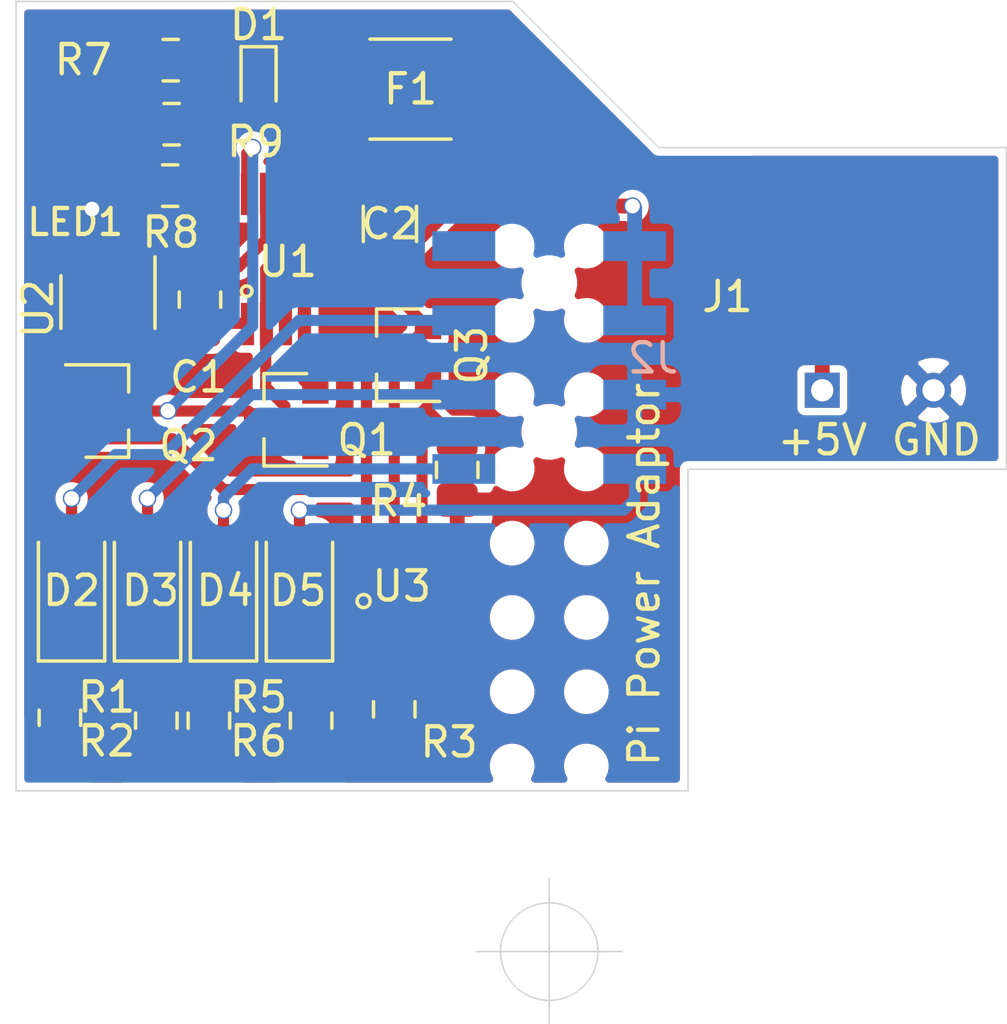
<source format=kicad_pcb>
(kicad_pcb (version 20171130) (host pcbnew "(5.1.2)-2")

  (general
    (thickness 1.6)
    (drawings 13)
    (tracks 104)
    (zones 0)
    (modules 26)
    (nets 29)
  )

  (page A4)
  (layers
    (0 F.Cu signal)
    (31 B.Cu signal hide)
    (32 B.Adhes user hide)
    (33 F.Adhes user hide)
    (34 B.Paste user hide)
    (35 F.Paste user hide)
    (36 B.SilkS user)
    (37 F.SilkS user)
    (38 B.Mask user hide)
    (39 F.Mask user)
    (40 Dwgs.User user hide)
    (41 Cmts.User user hide)
    (42 Eco1.User user hide)
    (43 Eco2.User user hide)
    (44 Edge.Cuts user)
    (45 Margin user hide)
    (46 B.CrtYd user hide)
    (47 F.CrtYd user hide)
    (48 B.Fab user hide)
    (49 F.Fab user hide)
  )

  (setup
    (last_trace_width 0.381)
    (user_trace_width 0.381)
    (user_trace_width 0.508)
    (user_trace_width 0.889)
    (trace_clearance 0.127)
    (zone_clearance 0.254)
    (zone_45_only no)
    (trace_min 0.127)
    (via_size 0.6)
    (via_drill 0.5)
    (via_min_size 0.508)
    (via_min_drill 0.3)
    (user_via 0.635 0.508)
    (uvia_size 0.3)
    (uvia_drill 0.1)
    (uvias_allowed no)
    (uvia_min_size 0.2)
    (uvia_min_drill 0.1)
    (edge_width 0.05)
    (segment_width 0.2)
    (pcb_text_width 0.3)
    (pcb_text_size 1.5 1.5)
    (mod_edge_width 0.12)
    (mod_text_size 1 1)
    (mod_text_width 0.15)
    (pad_size 1.524 1.524)
    (pad_drill 0.762)
    (pad_to_mask_clearance 0.051)
    (solder_mask_min_width 0.25)
    (aux_axis_origin 0 0)
    (visible_elements 7FFFFFFF)
    (pcbplotparams
      (layerselection 0x010fc_ffffffff)
      (usegerberextensions false)
      (usegerberattributes false)
      (usegerberadvancedattributes false)
      (creategerberjobfile false)
      (excludeedgelayer true)
      (linewidth 0.100000)
      (plotframeref false)
      (viasonmask false)
      (mode 1)
      (useauxorigin false)
      (hpglpennumber 1)
      (hpglpenspeed 20)
      (hpglpendiameter 15.000000)
      (psnegative false)
      (psa4output false)
      (plotreference true)
      (plotvalue true)
      (plotinvisibletext false)
      (padsonsilk false)
      (subtractmaskfromsilk false)
      (outputformat 1)
      (mirror false)
      (drillshape 1)
      (scaleselection 1)
      (outputdirectory ""))
  )

  (net 0 "")
  (net 1 "Net-(C1-Pad2)")
  (net 2 "Net-(C1-Pad1)")
  (net 3 +VDC)
  (net 4 GND)
  (net 5 "Net-(D2-Pad2)")
  (net 6 "Net-(D2-Pad1)")
  (net 7 "Net-(D3-Pad2)")
  (net 8 "Net-(D3-Pad1)")
  (net 9 "Net-(D4-Pad2)")
  (net 10 "Net-(D4-Pad1)")
  (net 11 "Net-(D5-Pad2)")
  (net 12 "Net-(D5-Pad1)")
  (net 13 +5V)
  (net 14 "Net-(LED1-Pad2)")
  (net 15 "Net-(Q1-Pad3)")
  (net 16 "Net-(Q1-Pad1)")
  (net 17 "Net-(Q2-Pad1)")
  (net 18 "Net-(Q2-Pad2)")
  (net 19 "Net-(Q3-Pad1)")
  (net 20 "Net-(R3-Pad1)")
  (net 21 "Net-(LED1-Pad4)")
  (net 22 "Net-(R7-Pad1)")
  (net 23 "Net-(F1-Pad2)")
  (net 24 "Net-(J2-Pad1)")
  (net 25 "Net-(U1-Pad5)")
  (net 26 "Net-(U1-Pad3)")
  (net 27 "Net-(U2-Pad3)")
  (net 28 "Net-(U2-Pad1)")

  (net_class Default "This is the default net class."
    (clearance 0.127)
    (trace_width 0.254)
    (via_dia 0.6)
    (via_drill 0.5)
    (uvia_dia 0.3)
    (uvia_drill 0.1)
    (add_net +5V)
    (add_net +VDC)
    (add_net GND)
    (add_net "Net-(C1-Pad1)")
    (add_net "Net-(C1-Pad2)")
    (add_net "Net-(D2-Pad1)")
    (add_net "Net-(D2-Pad2)")
    (add_net "Net-(D3-Pad1)")
    (add_net "Net-(D3-Pad2)")
    (add_net "Net-(D4-Pad1)")
    (add_net "Net-(D4-Pad2)")
    (add_net "Net-(D5-Pad1)")
    (add_net "Net-(D5-Pad2)")
    (add_net "Net-(F1-Pad2)")
    (add_net "Net-(J2-Pad1)")
    (add_net "Net-(LED1-Pad2)")
    (add_net "Net-(LED1-Pad4)")
    (add_net "Net-(Q1-Pad1)")
    (add_net "Net-(Q1-Pad3)")
    (add_net "Net-(Q2-Pad1)")
    (add_net "Net-(Q2-Pad2)")
    (add_net "Net-(Q3-Pad1)")
    (add_net "Net-(R3-Pad1)")
    (add_net "Net-(R7-Pad1)")
    (add_net "Net-(U1-Pad3)")
    (add_net "Net-(U1-Pad5)")
    (add_net "Net-(U2-Pad1)")
    (add_net "Net-(U2-Pad3)")
  )

  (module BG120-08-A-0-N-D:BG120-08-A-0-N-D locked (layer F.Cu) (tedit 5D2CF9D5) (tstamp 5D13BF9A)
    (at 96.25 112.18)
    (path /5CE57ECB)
    (fp_text reference J2 (at 3.55 0.02) (layer B.SilkS)
      (effects (font (size 1 1) (thickness 0.15)) (justify mirror))
    )
    (fp_text value Conn_02x04_Odd_Even (at 0 -6.35) (layer B.Fab)
      (effects (font (size 1 1) (thickness 0.15)) (justify mirror))
    )
    (fp_line (start -3.81 -5.08) (end 3.81 -5.08) (layer F.CrtYd) (width 0.12))
    (fp_line (start -3.81 5.08) (end -3.81 -5.08) (layer B.CrtYd) (width 0.12))
    (fp_line (start 3.81 -5.08) (end 3.81 5.08) (layer B.CrtYd) (width 0.12))
    (fp_line (start 3.81 5.08) (end -3.81 5.08) (layer B.CrtYd) (width 0.12))
    (pad "" np_thru_hole circle (at 1.27 -1.27) (size 1.02 1.02) (drill 1.02) (layers *.Cu *.Mask))
    (pad 2 smd rect (at 2.925 -3.81 270) (size 1.02 2.15) (layers B.Cu B.Paste B.Mask)
      (net 13 +5V))
    (pad 6 smd rect (at 2.925 1.27 270) (size 1.02 2.15) (layers B.Cu B.Paste B.Mask)
      (net 4 GND))
    (pad 1 smd rect (at -2.925 -3.81 270) (size 1.02 2.15) (layers B.Cu B.Paste B.Mask)
      (net 24 "Net-(J2-Pad1)"))
    (pad "" np_thru_hole circle (at -1.27 1.27) (size 1.02 1.02) (drill 1.02) (layers *.Cu *.Mask))
    (pad "" np_thru_hole circle (at -1.27 -3.81) (size 1.02 1.02) (drill 1.02) (layers *.Cu *.Mask))
    (pad "" np_thru_hole circle (at -1.27 3.81) (size 1.02 1.02) (drill 1.02) (layers *.Cu *.Mask))
    (pad "" np_thru_hole circle (at 1.27 -3.81) (size 1.02 1.02) (drill 1.02) (layers *.Cu *.Mask))
    (pad 8 smd rect (at 2.925 3.81 270) (size 1.02 2.15) (layers B.Cu B.Paste B.Mask)
      (net 11 "Net-(D5-Pad2)"))
    (pad "" np_thru_hole circle (at -1.27 -1.27) (size 1.02 1.02) (drill 1.02) (layers *.Cu *.Mask))
    (pad 3 smd rect (at -2.925 -1.27 270) (size 1.02 2.15) (layers B.Cu B.Paste B.Mask)
      (net 5 "Net-(D2-Pad2)"))
    (pad "" np_thru_hole circle (at 1.27 3.81) (size 1.02 1.02) (drill 1.02) (layers *.Cu *.Mask))
    (pad 7 smd rect (at -2.925 3.81 270) (size 1.02 2.15) (layers B.Cu B.Paste B.Mask)
      (net 9 "Net-(D4-Pad2)"))
    (pad "" np_thru_hole circle (at 1.27 1.27) (size 1.02 1.02) (drill 1.02) (layers *.Cu *.Mask))
    (pad 4 smd rect (at 2.925 -1.27 270) (size 1.02 2.15) (layers B.Cu B.Paste B.Mask)
      (net 13 +5V))
    (pad 5 smd rect (at -2.925 1.27 270) (size 1.02 2.15) (layers B.Cu B.Paste B.Mask)
      (net 7 "Net-(D3-Pad2)"))
    (pad "" np_thru_hole circle (at 0 -2.54) (size 1.4 1.4) (drill 1.4) (layers *.Cu *.Mask))
    (pad "" np_thru_hole circle (at 0 2.54) (size 1.4 1.4) (drill 1.4) (layers *.Cu *.Mask))
    (pad "" np_thru_hole circle (at -1.27 6.35) (size 1.02 1.02) (drill 1.02) (layers *.Cu *.Mask))
    (pad "" np_thru_hole circle (at 1.27 6.35) (size 1.02 1.02) (drill 1.02) (layers *.Cu *.Mask))
    (pad "" np_thru_hole circle (at -1.27 8.89) (size 1.02 1.02) (drill 1.02) (layers *.Cu *.Mask))
    (pad "" np_thru_hole circle (at 1.27 8.89) (size 1.02 1.02) (drill 1.02) (layers *.Cu *.Mask))
    (pad "" np_thru_hole circle (at -1.27 11.43) (size 1.02 1.02) (drill 1.02) (layers *.Cu *.Mask))
    (pad "" np_thru_hole circle (at 1.27 11.43) (size 1.02 1.02) (drill 1.02) (layers *.Cu *.Mask))
    (pad "" np_thru_hole circle (at -1.27 13.97) (size 1.02 1.02) (drill 1.02) (layers *.Cu *.Mask))
    (pad "" np_thru_hole circle (at 1.27 13.97) (size 1.02 1.02) (drill 1.02) (layers *.Cu *.Mask))
  )

  (module Capacitor_SMD:C_1206_3216Metric_Pad1.42x1.75mm_HandSolder (layer F.Cu) (tedit 5B301BBE) (tstamp 5CECD6E7)
    (at 90.795 107.61 270)
    (descr "Capacitor SMD 1206 (3216 Metric), square (rectangular) end terminal, IPC_7351 nominal with elongated pad for handsoldering. (Body size source: http://www.tortai-tech.com/upload/download/2011102023233369053.pdf), generated with kicad-footprint-generator")
    (tags "capacitor handsolder")
    (path /5CEBD228)
    (attr smd)
    (fp_text reference C2 (at 0 -0.005) (layer F.SilkS)
      (effects (font (size 1 1) (thickness 0.15)))
    )
    (fp_text value 4.7u (at 0 1.82 90) (layer F.Fab)
      (effects (font (size 1 1) (thickness 0.15)))
    )
    (fp_text user %R (at 0 0 90) (layer F.Fab)
      (effects (font (size 0.8 0.8) (thickness 0.12)))
    )
    (fp_line (start 2.45 1.12) (end -2.45 1.12) (layer F.CrtYd) (width 0.05))
    (fp_line (start 2.45 -1.12) (end 2.45 1.12) (layer F.CrtYd) (width 0.05))
    (fp_line (start -2.45 -1.12) (end 2.45 -1.12) (layer F.CrtYd) (width 0.05))
    (fp_line (start -2.45 1.12) (end -2.45 -1.12) (layer F.CrtYd) (width 0.05))
    (fp_line (start -0.602064 0.91) (end 0.602064 0.91) (layer F.SilkS) (width 0.12))
    (fp_line (start -0.602064 -0.91) (end 0.602064 -0.91) (layer F.SilkS) (width 0.12))
    (fp_line (start 1.6 0.8) (end -1.6 0.8) (layer F.Fab) (width 0.1))
    (fp_line (start 1.6 -0.8) (end 1.6 0.8) (layer F.Fab) (width 0.1))
    (fp_line (start -1.6 -0.8) (end 1.6 -0.8) (layer F.Fab) (width 0.1))
    (fp_line (start -1.6 0.8) (end -1.6 -0.8) (layer F.Fab) (width 0.1))
    (pad 2 smd roundrect (at 1.4875 0 270) (size 1.425 1.75) (layers F.Cu F.Paste F.Mask) (roundrect_rratio 0.175439)
      (net 13 +5V))
    (pad 1 smd roundrect (at -1.4875 0 270) (size 1.425 1.75) (layers F.Cu F.Paste F.Mask) (roundrect_rratio 0.175439)
      (net 4 GND))
    (model ${KISYS3DMOD}/Capacitor_SMD.3dshapes/C_1206_3216Metric.wrl
      (at (xyz 0 0 0))
      (scale (xyz 1 1 1))
      (rotate (xyz 0 0 0))
    )
  )

  (module LED_SMD:LED_1206_3216Metric_Pad1.42x1.75mm_HandSolder (layer F.Cu) (tedit 5B4B45C9) (tstamp 5D13B8D4)
    (at 87.7 120.1 90)
    (descr "LED SMD 1206 (3216 Metric), square (rectangular) end terminal, IPC_7351 nominal, (Body size source: http://www.tortai-tech.com/upload/download/2011102023233369053.pdf), generated with kicad-footprint-generator")
    (tags "LED handsolder")
    (path /5CE61421)
    (attr smd)
    (fp_text reference D5 (at -0.05 -0.05 180) (layer F.SilkS)
      (effects (font (size 1 1) (thickness 0.15)))
    )
    (fp_text value IN-S126ATG (at 0 1.82 90) (layer F.Fab)
      (effects (font (size 1 1) (thickness 0.15)))
    )
    (fp_text user %R (at 0 0 90) (layer F.Fab)
      (effects (font (size 0.8 0.8) (thickness 0.12)))
    )
    (fp_line (start 2.45 1.12) (end -2.45 1.12) (layer F.CrtYd) (width 0.05))
    (fp_line (start 2.45 -1.12) (end 2.45 1.12) (layer F.CrtYd) (width 0.05))
    (fp_line (start -2.45 -1.12) (end 2.45 -1.12) (layer F.CrtYd) (width 0.05))
    (fp_line (start -2.45 1.12) (end -2.45 -1.12) (layer F.CrtYd) (width 0.05))
    (fp_line (start -2.46 1.135) (end 1.6 1.135) (layer F.SilkS) (width 0.12))
    (fp_line (start -2.46 -1.135) (end -2.46 1.135) (layer F.SilkS) (width 0.12))
    (fp_line (start 1.6 -1.135) (end -2.46 -1.135) (layer F.SilkS) (width 0.12))
    (fp_line (start 1.6 0.8) (end 1.6 -0.8) (layer F.Fab) (width 0.1))
    (fp_line (start -1.6 0.8) (end 1.6 0.8) (layer F.Fab) (width 0.1))
    (fp_line (start -1.6 -0.4) (end -1.6 0.8) (layer F.Fab) (width 0.1))
    (fp_line (start -1.2 -0.8) (end -1.6 -0.4) (layer F.Fab) (width 0.1))
    (fp_line (start 1.6 -0.8) (end -1.2 -0.8) (layer F.Fab) (width 0.1))
    (pad 2 smd roundrect (at 1.4875 0 90) (size 1.425 1.75) (layers F.Cu F.Paste F.Mask) (roundrect_rratio 0.175439)
      (net 11 "Net-(D5-Pad2)"))
    (pad 1 smd roundrect (at -1.4875 0 90) (size 1.425 1.75) (layers F.Cu F.Paste F.Mask) (roundrect_rratio 0.175439)
      (net 12 "Net-(D5-Pad1)"))
    (model ${KISYS3DMOD}/LED_SMD.3dshapes/LED_1206_3216Metric.wrl
      (at (xyz 0 0 0))
      (scale (xyz 1 1 1))
      (rotate (xyz 0 0 0))
    )
  )

  (module DMMT5401:DMMT5401 (layer F.Cu) (tedit 5D08E284) (tstamp 5CFCF2F2)
    (at 91.145 119.81)
    (path /5CFC7718)
    (fp_text reference U3 (at 0.055 0.19) (layer F.SilkS)
      (effects (font (size 1 1) (thickness 0.15)))
    )
    (fp_text value DMMT5401 (at 0 -0.5) (layer F.Fab)
      (effects (font (size 1 1) (thickness 0.15)))
    )
    (fp_line (start -1.7 -0.6) (end 1.3 -0.6) (layer F.CrtYd) (width 0.12))
    (fp_line (start 1.3 -0.6) (end 1.3 1.1) (layer F.CrtYd) (width 0.12))
    (fp_line (start 1.3 1.1) (end -1.7 1.1) (layer F.CrtYd) (width 0.12))
    (fp_line (start -1.7 1.1) (end -1.7 -0.6) (layer F.CrtYd) (width 0.12))
    (fp_circle (center -1.25 0.7) (end -1.05 0.6) (layer F.SilkS) (width 0.12))
    (pad 1 smd rect (at -1.15 1.45) (size 0.55 0.8) (drill (offset 0.025 0)) (layers F.Cu F.Paste F.Mask)
      (net 20 "Net-(R3-Pad1)"))
    (pad 2 smd rect (at -0.2 1.45) (size 0.55 0.8) (drill (offset 0.025 0)) (layers F.Cu F.Paste F.Mask)
      (net 20 "Net-(R3-Pad1)"))
    (pad 3 smd rect (at 0.75 1.45) (size 0.55 0.8) (drill (offset 0.025 0)) (layers F.Cu F.Paste F.Mask)
      (net 20 "Net-(R3-Pad1)"))
    (pad 4 smd rect (at 0.75 -0.95) (size 0.55 0.8) (drill (offset 0.025 0)) (layers F.Cu F.Paste F.Mask)
      (net 19 "Net-(Q3-Pad1)"))
    (pad 5 smd rect (at -0.2 -0.95) (size 0.55 0.8) (drill (offset 0.025 0)) (layers F.Cu F.Paste F.Mask)
      (net 13 +5V))
    (pad 6 smd rect (at -1.15 -0.95) (size 0.55 0.8) (drill (offset 0.025 0)) (layers F.Cu F.Paste F.Mask)
      (net 18 "Net-(Q2-Pad2)"))
  )

  (module 381camcon:381camcon locked (layer F.Cu) (tedit 5D08E259) (tstamp 5CFC7F99)
    (at 107.5 117.3)
    (path /5D022E5F)
    (fp_text reference J1 (at -5.15 -7.2) (layer F.SilkS)
      (effects (font (size 1 1) (thickness 0.15)))
    )
    (fp_text value 381camcon (at 0 -0.5) (layer F.Fab)
      (effects (font (size 1 1) (thickness 0.15)))
    )
    (fp_line (start -4.3 -3.2) (end 4.3 -3.2) (layer F.CrtYd) (width 0.12))
    (fp_line (start 4.3 -12.2) (end 4.3 -3.2) (layer F.CrtYd) (width 0.12))
    (fp_line (start -4.3 -12.2) (end 4.3 -12.2) (layer F.CrtYd) (width 0.12))
    (fp_line (start -4.3 -3.2) (end -4.3 -12.2) (layer F.CrtYd) (width 0.12))
    (pad 2 thru_hole circle (at 1.905 -4) (size 1.2 1.2) (drill 0.762) (layers *.Cu *.Mask)
      (net 4 GND))
    (pad 1 thru_hole rect (at -1.905 -4) (size 1.2 1.2) (drill 0.762) (layers *.Cu *.Mask)
      (net 23 "Net-(F1-Pad2)"))
  )

  (module APHBM2012:APHBM2012 (layer F.Cu) (tedit 5CFC04E3) (tstamp 5CFCC6F1)
    (at 77.7 103.2 90)
    (path /5CFFDD8D)
    (fp_text reference LED1 (at -4.35 2.325) (layer F.SilkS)
      (effects (font (size 0.889 0.889) (thickness 0.15)))
    )
    (fp_text value APHBM2012 (at 0 -0.5 90) (layer F.Fab)
      (effects (font (size 1 1) (thickness 0.15)))
    )
    (fp_line (start -3.6 3.15) (end -0.4 3.15) (layer F.CrtYd) (width 0.12))
    (fp_line (start -3.6 1.4) (end -3.6 3.15) (layer F.CrtYd) (width 0.12))
    (fp_line (start -3.55 1.4) (end -3.6 1.4) (layer F.CrtYd) (width 0.12))
    (fp_line (start -3.5 1.4) (end -3.55 1.4) (layer F.CrtYd) (width 0.12))
    (fp_line (start -0.4 3.1) (end -0.4 3.15) (layer F.CrtYd) (width 0.12))
    (fp_line (start -0.4 1.4) (end -0.4 3.1) (layer F.CrtYd) (width 0.12))
    (fp_line (start -3.5 1.4) (end -0.4 1.4) (layer F.CrtYd) (width 0.12))
    (pad 3 smd trapezoid (at -2.9 2.75 270) (size 1.2 0.6) (layers F.Cu F.Paste F.Mask)
      (net 4 GND))
    (pad 4 smd trapezoid (at -1.1 2.75 270) (size 1.2 0.6) (layers F.Cu F.Paste F.Mask)
      (net 21 "Net-(LED1-Pad4)"))
    (pad 1 smd trapezoid (at -1.1 1.8 270) (size 1.2 0.6) (layers F.Cu F.Paste F.Mask)
      (net 4 GND))
    (pad 2 smd trapezoid (at -2.9 1.8 90) (size 1.2 0.6) (layers F.Cu F.Paste F.Mask)
      (net 14 "Net-(LED1-Pad2)"))
  )

  (module lm74610:LM74610 (layer F.Cu) (tedit 5D08E1F9) (tstamp 5CFBFE06)
    (at 86.895 108.91)
    (path /5D0381E5)
    (fp_text reference U1 (at 0.405 -0.01) (layer F.SilkS)
      (effects (font (size 1 1) (thickness 0.15)))
    )
    (fp_text value LM74610 (at -0.35 0.55) (layer F.Fab)
      (effects (font (size 1 1) (thickness 0.15)))
    )
    (fp_line (start 1.5 -1.6) (end -1.5 -1.6) (layer F.CrtYd) (width 0.12))
    (fp_line (start -1.5 -1.6) (end -1.5 1.4) (layer F.CrtYd) (width 0.12))
    (fp_line (start -1.5 1.4) (end 1.5 1.4) (layer F.CrtYd) (width 0.12))
    (fp_line (start 1.5 1.4) (end 1.5 -1.6) (layer F.CrtYd) (width 0.12))
    (fp_circle (center -1 1) (end -0.85 0.9) (layer F.SilkS) (width 0.12))
    (pad 1 smd rect (at -1 2.1) (size 0.45 1.45) (drill (offset 0.025 0.025)) (layers F.Cu F.Paste F.Mask)
      (net 1 "Net-(C1-Pad2)") (solder_mask_margin 0.05) (clearance 0.127))
    (pad 2 smd rect (at -0.35 2.1) (size 0.45 1.45) (drill (offset 0.025 0.025)) (layers F.Cu F.Paste F.Mask)
      (net 16 "Net-(Q1-Pad1)") (solder_mask_margin 0.05) (clearance 0.127))
    (pad 3 smd rect (at 0.3 2.1) (size 0.45 1.45) (drill (offset 0.025 0.025)) (layers F.Cu F.Paste F.Mask)
      (net 26 "Net-(U1-Pad3)") (solder_mask_margin 0.05) (clearance 0.127))
    (pad 4 smd rect (at 0.95 2.1) (size 0.45 1.45) (drill (offset 0.025 0.025)) (layers F.Cu F.Paste F.Mask)
      (net 3 +VDC) (solder_mask_margin 0.05) (clearance 0.127))
    (pad 8 smd rect (at -1 -2.35) (size 0.45 1.45) (drill (offset 0.025 0.025)) (layers F.Cu F.Paste F.Mask)
      (net 15 "Net-(Q1-Pad3)") (solder_mask_margin 0.05) (clearance 0.127))
    (pad 7 smd rect (at -0.35 -2.35) (size 0.45 1.45) (drill (offset 0.025 0.025)) (layers F.Cu F.Paste F.Mask)
      (net 2 "Net-(C1-Pad1)") (solder_mask_margin 0.05) (clearance 0.127))
    (pad 6 smd rect (at 0.3 -2.35) (size 0.45 1.45) (drill (offset 0.025 0.025)) (layers F.Cu F.Paste F.Mask)
      (net 16 "Net-(Q1-Pad1)") (solder_mask_margin 0.05) (clearance 0.127))
    (pad 5 smd rect (at 0.95 -2.35) (size 0.45 1.45) (drill (offset 0.025 0.025)) (layers F.Cu F.Paste F.Mask)
      (net 25 "Net-(U1-Pad5)") (solder_mask_margin 0.05) (clearance 0.127))
  )

  (module Package_TO_SOT_SMD:SOT-23 (layer F.Cu) (tedit 5A02FF57) (tstamp 5CFC8414)
    (at 91.1 112.1 180)
    (descr "SOT-23, Standard")
    (tags SOT-23)
    (path /5D002BFF)
    (attr smd)
    (fp_text reference Q3 (at -2.5 0 270) (layer F.SilkS)
      (effects (font (size 1 1) (thickness 0.15)))
    )
    (fp_text value DMG2305UX-7 (at 0 2.5) (layer F.Fab)
      (effects (font (size 1 1) (thickness 0.15)))
    )
    (fp_line (start 0.76 1.58) (end -0.7 1.58) (layer F.SilkS) (width 0.12))
    (fp_line (start 0.76 -1.58) (end -1.4 -1.58) (layer F.SilkS) (width 0.12))
    (fp_line (start -1.7 1.75) (end -1.7 -1.75) (layer F.CrtYd) (width 0.05))
    (fp_line (start 1.7 1.75) (end -1.7 1.75) (layer F.CrtYd) (width 0.05))
    (fp_line (start 1.7 -1.75) (end 1.7 1.75) (layer F.CrtYd) (width 0.05))
    (fp_line (start -1.7 -1.75) (end 1.7 -1.75) (layer F.CrtYd) (width 0.05))
    (fp_line (start 0.76 -1.58) (end 0.76 -0.65) (layer F.SilkS) (width 0.12))
    (fp_line (start 0.76 1.58) (end 0.76 0.65) (layer F.SilkS) (width 0.12))
    (fp_line (start -0.7 1.52) (end 0.7 1.52) (layer F.Fab) (width 0.1))
    (fp_line (start 0.7 -1.52) (end 0.7 1.52) (layer F.Fab) (width 0.1))
    (fp_line (start -0.7 -0.95) (end -0.15 -1.52) (layer F.Fab) (width 0.1))
    (fp_line (start -0.15 -1.52) (end 0.7 -1.52) (layer F.Fab) (width 0.1))
    (fp_line (start -0.7 -0.95) (end -0.7 1.5) (layer F.Fab) (width 0.1))
    (fp_text user %R (at 0 0 90) (layer F.Fab)
      (effects (font (size 0.5 0.5) (thickness 0.075)))
    )
    (pad 3 smd rect (at 1 0 180) (size 0.9 0.8) (layers F.Cu F.Paste F.Mask)
      (net 18 "Net-(Q2-Pad2)"))
    (pad 2 smd rect (at -1 0.95 180) (size 0.9 0.8) (layers F.Cu F.Paste F.Mask)
      (net 13 +5V))
    (pad 1 smd rect (at -1 -0.95 180) (size 0.9 0.8) (layers F.Cu F.Paste F.Mask)
      (net 19 "Net-(Q3-Pad1)"))
    (model ${KISYS3DMOD}/Package_TO_SOT_SMD.3dshapes/SOT-23.wrl
      (at (xyz 0 0 0))
      (scale (xyz 1 1 1))
      (rotate (xyz 0 0 0))
    )
  )

  (module Package_TO_SOT_SMD:SOT-23-5 (layer F.Cu) (tedit 5A02FF57) (tstamp 5CFC7853)
    (at 81.145 110.285 270)
    (descr "5-pin SOT23 package")
    (tags SOT-23-5)
    (path /5D011071)
    (attr smd)
    (fp_text reference U2 (at 0.225 2.4 90) (layer F.SilkS)
      (effects (font (size 1 1) (thickness 0.15)))
    )
    (fp_text value TPS2400 (at 0 2.9 90) (layer F.Fab)
      (effects (font (size 1 1) (thickness 0.15)))
    )
    (fp_text user %R (at 0 0) (layer F.Fab)
      (effects (font (size 0.5 0.5) (thickness 0.075)))
    )
    (fp_line (start -0.9 1.61) (end 0.9 1.61) (layer F.SilkS) (width 0.12))
    (fp_line (start 0.9 -1.61) (end -1.55 -1.61) (layer F.SilkS) (width 0.12))
    (fp_line (start -1.9 -1.8) (end 1.9 -1.8) (layer F.CrtYd) (width 0.05))
    (fp_line (start 1.9 -1.8) (end 1.9 1.8) (layer F.CrtYd) (width 0.05))
    (fp_line (start 1.9 1.8) (end -1.9 1.8) (layer F.CrtYd) (width 0.05))
    (fp_line (start -1.9 1.8) (end -1.9 -1.8) (layer F.CrtYd) (width 0.05))
    (fp_line (start -0.9 -0.9) (end -0.25 -1.55) (layer F.Fab) (width 0.1))
    (fp_line (start 0.9 -1.55) (end -0.25 -1.55) (layer F.Fab) (width 0.1))
    (fp_line (start -0.9 -0.9) (end -0.9 1.55) (layer F.Fab) (width 0.1))
    (fp_line (start 0.9 1.55) (end -0.9 1.55) (layer F.Fab) (width 0.1))
    (fp_line (start 0.9 -1.55) (end 0.9 1.55) (layer F.Fab) (width 0.1))
    (pad 1 smd rect (at -1.1 -0.95 270) (size 1.06 0.65) (layers F.Cu F.Paste F.Mask)
      (net 28 "Net-(U2-Pad1)"))
    (pad 2 smd rect (at -1.1 0 270) (size 1.06 0.65) (layers F.Cu F.Paste F.Mask)
      (net 4 GND))
    (pad 3 smd rect (at -1.1 0.95 270) (size 1.06 0.65) (layers F.Cu F.Paste F.Mask)
      (net 27 "Net-(U2-Pad3)"))
    (pad 4 smd rect (at 1.1 0.95 270) (size 1.06 0.65) (layers F.Cu F.Paste F.Mask)
      (net 17 "Net-(Q2-Pad1)"))
    (pad 5 smd rect (at 1.1 -0.95 270) (size 1.06 0.65) (layers F.Cu F.Paste F.Mask)
      (net 15 "Net-(Q1-Pad3)"))
    (model ${KISYS3DMOD}/Package_TO_SOT_SMD.3dshapes/SOT-23-5.wrl
      (at (xyz 0 0 0))
      (scale (xyz 1 1 1))
      (rotate (xyz 0 0 0))
    )
  )

  (module Resistor_SMD:R_0805_2012Metric_Pad1.15x1.40mm_HandSolder (layer F.Cu) (tedit 5B36C52B) (tstamp 5CFBD7EB)
    (at 83.325 104.2 180)
    (descr "Resistor SMD 0805 (2012 Metric), square (rectangular) end terminal, IPC_7351 nominal with elongated pad for handsoldering. (Body size source: https://docs.google.com/spreadsheets/d/1BsfQQcO9C6DZCsRaXUlFlo91Tg2WpOkGARC1WS5S8t0/edit?usp=sharing), generated with kicad-footprint-generator")
    (tags "resistor handsolder")
    (path /5CFC318B)
    (attr smd)
    (fp_text reference R9 (at -2.875 -0.6) (layer F.SilkS)
      (effects (font (size 1 1) (thickness 0.15)))
    )
    (fp_text value 0 (at 0 1.65) (layer F.Fab)
      (effects (font (size 1 1) (thickness 0.15)))
    )
    (fp_text user %R (at 0 0) (layer F.Fab)
      (effects (font (size 0.5 0.5) (thickness 0.08)))
    )
    (fp_line (start 1.85 0.95) (end -1.85 0.95) (layer F.CrtYd) (width 0.05))
    (fp_line (start 1.85 -0.95) (end 1.85 0.95) (layer F.CrtYd) (width 0.05))
    (fp_line (start -1.85 -0.95) (end 1.85 -0.95) (layer F.CrtYd) (width 0.05))
    (fp_line (start -1.85 0.95) (end -1.85 -0.95) (layer F.CrtYd) (width 0.05))
    (fp_line (start -0.261252 0.71) (end 0.261252 0.71) (layer F.SilkS) (width 0.12))
    (fp_line (start -0.261252 -0.71) (end 0.261252 -0.71) (layer F.SilkS) (width 0.12))
    (fp_line (start 1 0.6) (end -1 0.6) (layer F.Fab) (width 0.1))
    (fp_line (start 1 -0.6) (end 1 0.6) (layer F.Fab) (width 0.1))
    (fp_line (start -1 -0.6) (end 1 -0.6) (layer F.Fab) (width 0.1))
    (fp_line (start -1 0.6) (end -1 -0.6) (layer F.Fab) (width 0.1))
    (pad 2 smd roundrect (at 1.025 0 180) (size 1.15 1.4) (layers F.Cu F.Paste F.Mask) (roundrect_rratio 0.217391)
      (net 21 "Net-(LED1-Pad4)"))
    (pad 1 smd roundrect (at -1.025 0 180) (size 1.15 1.4) (layers F.Cu F.Paste F.Mask) (roundrect_rratio 0.217391)
      (net 22 "Net-(R7-Pad1)"))
    (model ${KISYS3DMOD}/Resistor_SMD.3dshapes/R_0805_2012Metric.wrl
      (at (xyz 0 0 0))
      (scale (xyz 1 1 1))
      (rotate (xyz 0 0 0))
    )
  )

  (module Resistor_SMD:R_0805_2012Metric_Pad1.15x1.40mm_HandSolder (layer F.Cu) (tedit 5B36C52B) (tstamp 5CFBD81B)
    (at 83.275 106.3)
    (descr "Resistor SMD 0805 (2012 Metric), square (rectangular) end terminal, IPC_7351 nominal with elongated pad for handsoldering. (Body size source: https://docs.google.com/spreadsheets/d/1BsfQQcO9C6DZCsRaXUlFlo91Tg2WpOkGARC1WS5S8t0/edit?usp=sharing), generated with kicad-footprint-generator")
    (tags "resistor handsolder")
    (path /5CFC27A5)
    (attr smd)
    (fp_text reference R8 (at 0.025 1.6) (layer F.SilkS)
      (effects (font (size 1 1) (thickness 0.15)))
    )
    (fp_text value 0 (at 0 1.65) (layer F.Fab)
      (effects (font (size 1 1) (thickness 0.15)))
    )
    (fp_text user %R (at 0 0) (layer F.Fab)
      (effects (font (size 0.5 0.5) (thickness 0.08)))
    )
    (fp_line (start 1.85 0.95) (end -1.85 0.95) (layer F.CrtYd) (width 0.05))
    (fp_line (start 1.85 -0.95) (end 1.85 0.95) (layer F.CrtYd) (width 0.05))
    (fp_line (start -1.85 -0.95) (end 1.85 -0.95) (layer F.CrtYd) (width 0.05))
    (fp_line (start -1.85 0.95) (end -1.85 -0.95) (layer F.CrtYd) (width 0.05))
    (fp_line (start -0.261252 0.71) (end 0.261252 0.71) (layer F.SilkS) (width 0.12))
    (fp_line (start -0.261252 -0.71) (end 0.261252 -0.71) (layer F.SilkS) (width 0.12))
    (fp_line (start 1 0.6) (end -1 0.6) (layer F.Fab) (width 0.1))
    (fp_line (start 1 -0.6) (end 1 0.6) (layer F.Fab) (width 0.1))
    (fp_line (start -1 -0.6) (end 1 -0.6) (layer F.Fab) (width 0.1))
    (fp_line (start -1 0.6) (end -1 -0.6) (layer F.Fab) (width 0.1))
    (pad 2 smd roundrect (at 1.025 0) (size 1.15 1.4) (layers F.Cu F.Paste F.Mask) (roundrect_rratio 0.217391)
      (net 22 "Net-(R7-Pad1)"))
    (pad 1 smd roundrect (at -1.025 0) (size 1.15 1.4) (layers F.Cu F.Paste F.Mask) (roundrect_rratio 0.217391)
      (net 14 "Net-(LED1-Pad2)"))
    (model ${KISYS3DMOD}/Resistor_SMD.3dshapes/R_0805_2012Metric.wrl
      (at (xyz 0 0 0))
      (scale (xyz 1 1 1))
      (rotate (xyz 0 0 0))
    )
  )

  (module Package_TO_SOT_SMD:SOT-23 (layer F.Cu) (tedit 5A02FF57) (tstamp 5CECB5A5)
    (at 81.095 114.01)
    (descr "SOT-23, Standard")
    (tags SOT-23)
    (path /5CFB0A70)
    (attr smd)
    (fp_text reference Q2 (at 2.805 1.19 180) (layer F.SilkS)
      (effects (font (size 1 1) (thickness 0.15)))
    )
    (fp_text value SSM3K335R (at 0 2.5 180) (layer F.Fab)
      (effects (font (size 1 1) (thickness 0.15)))
    )
    (fp_line (start 0.76 1.58) (end -0.7 1.58) (layer F.SilkS) (width 0.12))
    (fp_line (start 0.76 -1.58) (end -1.4 -1.58) (layer F.SilkS) (width 0.12))
    (fp_line (start -1.7 1.75) (end -1.7 -1.75) (layer F.CrtYd) (width 0.05))
    (fp_line (start 1.7 1.75) (end -1.7 1.75) (layer F.CrtYd) (width 0.05))
    (fp_line (start 1.7 -1.75) (end 1.7 1.75) (layer F.CrtYd) (width 0.05))
    (fp_line (start -1.7 -1.75) (end 1.7 -1.75) (layer F.CrtYd) (width 0.05))
    (fp_line (start 0.76 -1.58) (end 0.76 -0.65) (layer F.SilkS) (width 0.12))
    (fp_line (start 0.76 1.58) (end 0.76 0.65) (layer F.SilkS) (width 0.12))
    (fp_line (start -0.7 1.52) (end 0.7 1.52) (layer F.Fab) (width 0.1))
    (fp_line (start 0.7 -1.52) (end 0.7 1.52) (layer F.Fab) (width 0.1))
    (fp_line (start -0.7 -0.95) (end -0.15 -1.52) (layer F.Fab) (width 0.1))
    (fp_line (start -0.15 -1.52) (end 0.7 -1.52) (layer F.Fab) (width 0.1))
    (fp_line (start -0.7 -0.95) (end -0.7 1.5) (layer F.Fab) (width 0.1))
    (fp_text user %R (at 0 0 270) (layer F.Fab)
      (effects (font (size 0.5 0.5) (thickness 0.075)))
    )
    (pad 3 smd rect (at 1 0) (size 0.9 0.8) (layers F.Cu F.Paste F.Mask)
      (net 15 "Net-(Q1-Pad3)"))
    (pad 2 smd rect (at -1 0.95) (size 0.9 0.8) (layers F.Cu F.Paste F.Mask)
      (net 18 "Net-(Q2-Pad2)"))
    (pad 1 smd rect (at -1 -0.95) (size 0.9 0.8) (layers F.Cu F.Paste F.Mask)
      (net 17 "Net-(Q2-Pad1)"))
    (model ${KISYS3DMOD}/Package_TO_SOT_SMD.3dshapes/SOT-23.wrl
      (at (xyz 0 0 0))
      (scale (xyz 1 1 1))
      (rotate (xyz 0 0 0))
    )
  )

  (module Resistor_SMD:R_0805_2012Metric_Pad1.15x1.40mm_HandSolder (layer F.Cu) (tedit 5B36C52B) (tstamp 5D13B80C)
    (at 82.8 124.6 270)
    (descr "Resistor SMD 0805 (2012 Metric), square (rectangular) end terminal, IPC_7351 nominal with elongated pad for handsoldering. (Body size source: https://docs.google.com/spreadsheets/d/1BsfQQcO9C6DZCsRaXUlFlo91Tg2WpOkGARC1WS5S8t0/edit?usp=sharing), generated with kicad-footprint-generator")
    (tags "resistor handsolder")
    (path /5CE72B3E)
    (attr smd)
    (fp_text reference R2 (at 0.7 1.7 180) (layer F.SilkS)
      (effects (font (size 1 1) (thickness 0.15)))
    )
    (fp_text value 82 (at 0 1.65 90) (layer F.Fab)
      (effects (font (size 1 1) (thickness 0.15)))
    )
    (fp_text user %R (at 0 0 90) (layer F.Fab)
      (effects (font (size 0.5 0.5) (thickness 0.08)))
    )
    (fp_line (start 1.85 0.95) (end -1.85 0.95) (layer F.CrtYd) (width 0.05))
    (fp_line (start 1.85 -0.95) (end 1.85 0.95) (layer F.CrtYd) (width 0.05))
    (fp_line (start -1.85 -0.95) (end 1.85 -0.95) (layer F.CrtYd) (width 0.05))
    (fp_line (start -1.85 0.95) (end -1.85 -0.95) (layer F.CrtYd) (width 0.05))
    (fp_line (start -0.261252 0.71) (end 0.261252 0.71) (layer F.SilkS) (width 0.12))
    (fp_line (start -0.261252 -0.71) (end 0.261252 -0.71) (layer F.SilkS) (width 0.12))
    (fp_line (start 1 0.6) (end -1 0.6) (layer F.Fab) (width 0.1))
    (fp_line (start 1 -0.6) (end 1 0.6) (layer F.Fab) (width 0.1))
    (fp_line (start -1 -0.6) (end 1 -0.6) (layer F.Fab) (width 0.1))
    (fp_line (start -1 0.6) (end -1 -0.6) (layer F.Fab) (width 0.1))
    (pad 2 smd roundrect (at 1.025 0 270) (size 1.15 1.4) (layers F.Cu F.Paste F.Mask) (roundrect_rratio 0.217391)
      (net 4 GND))
    (pad 1 smd roundrect (at -1.025 0 270) (size 1.15 1.4) (layers F.Cu F.Paste F.Mask) (roundrect_rratio 0.217391)
      (net 8 "Net-(D3-Pad1)"))
    (model ${KISYS3DMOD}/Resistor_SMD.3dshapes/R_0805_2012Metric.wrl
      (at (xyz 0 0 0))
      (scale (xyz 1 1 1))
      (rotate (xyz 0 0 0))
    )
  )

  (module Resistor_SMD:R_0805_2012Metric_Pad1.15x1.40mm_HandSolder (layer F.Cu) (tedit 5B36C52B) (tstamp 5CECB5FE)
    (at 93.1 116.025 270)
    (descr "Resistor SMD 0805 (2012 Metric), square (rectangular) end terminal, IPC_7351 nominal with elongated pad for handsoldering. (Body size source: https://docs.google.com/spreadsheets/d/1BsfQQcO9C6DZCsRaXUlFlo91Tg2WpOkGARC1WS5S8t0/edit?usp=sharing), generated with kicad-footprint-generator")
    (tags "resistor handsolder")
    (path /5CE81789)
    (attr smd)
    (fp_text reference R4 (at 1.075 2) (layer F.SilkS)
      (effects (font (size 1 1) (thickness 0.15)))
    )
    (fp_text value 47k (at 0 1.65 270) (layer F.Fab)
      (effects (font (size 1 1) (thickness 0.15)))
    )
    (fp_text user %R (at 0 0 270) (layer F.Fab)
      (effects (font (size 0.5 0.5) (thickness 0.08)))
    )
    (fp_line (start 1.85 0.95) (end -1.85 0.95) (layer F.CrtYd) (width 0.05))
    (fp_line (start 1.85 -0.95) (end 1.85 0.95) (layer F.CrtYd) (width 0.05))
    (fp_line (start -1.85 -0.95) (end 1.85 -0.95) (layer F.CrtYd) (width 0.05))
    (fp_line (start -1.85 0.95) (end -1.85 -0.95) (layer F.CrtYd) (width 0.05))
    (fp_line (start -0.261252 0.71) (end 0.261252 0.71) (layer F.SilkS) (width 0.12))
    (fp_line (start -0.261252 -0.71) (end 0.261252 -0.71) (layer F.SilkS) (width 0.12))
    (fp_line (start 1 0.6) (end -1 0.6) (layer F.Fab) (width 0.1))
    (fp_line (start 1 -0.6) (end 1 0.6) (layer F.Fab) (width 0.1))
    (fp_line (start -1 -0.6) (end 1 -0.6) (layer F.Fab) (width 0.1))
    (fp_line (start -1 0.6) (end -1 -0.6) (layer F.Fab) (width 0.1))
    (pad 2 smd roundrect (at 1.025 0 270) (size 1.15 1.4) (layers F.Cu F.Paste F.Mask) (roundrect_rratio 0.217391)
      (net 4 GND))
    (pad 1 smd roundrect (at -1.025 0 270) (size 1.15 1.4) (layers F.Cu F.Paste F.Mask) (roundrect_rratio 0.217391)
      (net 19 "Net-(Q3-Pad1)"))
    (model ${KISYS3DMOD}/Resistor_SMD.3dshapes/R_0805_2012Metric.wrl
      (at (xyz 0 0 0))
      (scale (xyz 1 1 1))
      (rotate (xyz 0 0 0))
    )
  )

  (module Resistor_SMD:R_0805_2012Metric_Pad1.15x1.40mm_HandSolder (layer F.Cu) (tedit 5B36C52B) (tstamp 5CECB631)
    (at 83.295 102.01)
    (descr "Resistor SMD 0805 (2012 Metric), square (rectangular) end terminal, IPC_7351 nominal with elongated pad for handsoldering. (Body size source: https://docs.google.com/spreadsheets/d/1BsfQQcO9C6DZCsRaXUlFlo91Tg2WpOkGARC1WS5S8t0/edit?usp=sharing), generated with kicad-footprint-generator")
    (tags "resistor handsolder")
    (path /5CF18933)
    (attr smd)
    (fp_text reference R7 (at -2.995 -0.01) (layer F.SilkS)
      (effects (font (size 1 1) (thickness 0.15)))
    )
    (fp_text value 470 (at 0 1.65) (layer F.Fab)
      (effects (font (size 1 1) (thickness 0.15)))
    )
    (fp_text user %R (at 0 0) (layer F.Fab)
      (effects (font (size 0.5 0.5) (thickness 0.08)))
    )
    (fp_line (start 1.85 0.95) (end -1.85 0.95) (layer F.CrtYd) (width 0.05))
    (fp_line (start 1.85 -0.95) (end 1.85 0.95) (layer F.CrtYd) (width 0.05))
    (fp_line (start -1.85 -0.95) (end 1.85 -0.95) (layer F.CrtYd) (width 0.05))
    (fp_line (start -1.85 0.95) (end -1.85 -0.95) (layer F.CrtYd) (width 0.05))
    (fp_line (start -0.261252 0.71) (end 0.261252 0.71) (layer F.SilkS) (width 0.12))
    (fp_line (start -0.261252 -0.71) (end 0.261252 -0.71) (layer F.SilkS) (width 0.12))
    (fp_line (start 1 0.6) (end -1 0.6) (layer F.Fab) (width 0.1))
    (fp_line (start 1 -0.6) (end 1 0.6) (layer F.Fab) (width 0.1))
    (fp_line (start -1 -0.6) (end 1 -0.6) (layer F.Fab) (width 0.1))
    (fp_line (start -1 0.6) (end -1 -0.6) (layer F.Fab) (width 0.1))
    (pad 2 smd roundrect (at 1.025 0) (size 1.15 1.4) (layers F.Cu F.Paste F.Mask) (roundrect_rratio 0.217391)
      (net 3 +VDC))
    (pad 1 smd roundrect (at -1.025 0) (size 1.15 1.4) (layers F.Cu F.Paste F.Mask) (roundrect_rratio 0.217391)
      (net 22 "Net-(R7-Pad1)"))
    (model ${KISYS3DMOD}/Resistor_SMD.3dshapes/R_0805_2012Metric.wrl
      (at (xyz 0 0 0))
      (scale (xyz 1 1 1))
      (rotate (xyz 0 0 0))
    )
  )

  (module Resistor_SMD:R_0805_2012Metric_Pad1.15x1.40mm_HandSolder (layer F.Cu) (tedit 5B36C52B) (tstamp 5D13B83C)
    (at 88.1 124.6 270)
    (descr "Resistor SMD 0805 (2012 Metric), square (rectangular) end terminal, IPC_7351 nominal with elongated pad for handsoldering. (Body size source: https://docs.google.com/spreadsheets/d/1BsfQQcO9C6DZCsRaXUlFlo91Tg2WpOkGARC1WS5S8t0/edit?usp=sharing), generated with kicad-footprint-generator")
    (tags "resistor handsolder")
    (path /5CE73F5A)
    (attr smd)
    (fp_text reference R6 (at 0.7 1.8 180) (layer F.SilkS)
      (effects (font (size 1 1) (thickness 0.15)))
    )
    (fp_text value 82 (at 0 1.65 90) (layer F.Fab)
      (effects (font (size 1 1) (thickness 0.15)))
    )
    (fp_text user %R (at 0 0 90) (layer F.Fab)
      (effects (font (size 0.5 0.5) (thickness 0.08)))
    )
    (fp_line (start 1.85 0.95) (end -1.85 0.95) (layer F.CrtYd) (width 0.05))
    (fp_line (start 1.85 -0.95) (end 1.85 0.95) (layer F.CrtYd) (width 0.05))
    (fp_line (start -1.85 -0.95) (end 1.85 -0.95) (layer F.CrtYd) (width 0.05))
    (fp_line (start -1.85 0.95) (end -1.85 -0.95) (layer F.CrtYd) (width 0.05))
    (fp_line (start -0.261252 0.71) (end 0.261252 0.71) (layer F.SilkS) (width 0.12))
    (fp_line (start -0.261252 -0.71) (end 0.261252 -0.71) (layer F.SilkS) (width 0.12))
    (fp_line (start 1 0.6) (end -1 0.6) (layer F.Fab) (width 0.1))
    (fp_line (start 1 -0.6) (end 1 0.6) (layer F.Fab) (width 0.1))
    (fp_line (start -1 -0.6) (end 1 -0.6) (layer F.Fab) (width 0.1))
    (fp_line (start -1 0.6) (end -1 -0.6) (layer F.Fab) (width 0.1))
    (pad 2 smd roundrect (at 1.025 0 270) (size 1.15 1.4) (layers F.Cu F.Paste F.Mask) (roundrect_rratio 0.217391)
      (net 4 GND))
    (pad 1 smd roundrect (at -1.025 0 270) (size 1.15 1.4) (layers F.Cu F.Paste F.Mask) (roundrect_rratio 0.217391)
      (net 12 "Net-(D5-Pad1)"))
    (model ${KISYS3DMOD}/Resistor_SMD.3dshapes/R_0805_2012Metric.wrl
      (at (xyz 0 0 0))
      (scale (xyz 1 1 1))
      (rotate (xyz 0 0 0))
    )
  )

  (module Resistor_SMD:R_0805_2012Metric_Pad1.15x1.40mm_HandSolder (layer F.Cu) (tedit 5B36C52B) (tstamp 5D13B7DC)
    (at 84.6 124.6 270)
    (descr "Resistor SMD 0805 (2012 Metric), square (rectangular) end terminal, IPC_7351 nominal with elongated pad for handsoldering. (Body size source: https://docs.google.com/spreadsheets/d/1BsfQQcO9C6DZCsRaXUlFlo91Tg2WpOkGARC1WS5S8t0/edit?usp=sharing), generated with kicad-footprint-generator")
    (tags "resistor handsolder")
    (path /5CE7354A)
    (attr smd)
    (fp_text reference R5 (at -0.8 -1.7 180) (layer F.SilkS)
      (effects (font (size 1 1) (thickness 0.15)))
    )
    (fp_text value 82 (at 0 1.65 90) (layer F.Fab)
      (effects (font (size 1 1) (thickness 0.15)))
    )
    (fp_text user %R (at 0 0 90) (layer F.Fab)
      (effects (font (size 0.5 0.5) (thickness 0.08)))
    )
    (fp_line (start 1.85 0.95) (end -1.85 0.95) (layer F.CrtYd) (width 0.05))
    (fp_line (start 1.85 -0.95) (end 1.85 0.95) (layer F.CrtYd) (width 0.05))
    (fp_line (start -1.85 -0.95) (end 1.85 -0.95) (layer F.CrtYd) (width 0.05))
    (fp_line (start -1.85 0.95) (end -1.85 -0.95) (layer F.CrtYd) (width 0.05))
    (fp_line (start -0.261252 0.71) (end 0.261252 0.71) (layer F.SilkS) (width 0.12))
    (fp_line (start -0.261252 -0.71) (end 0.261252 -0.71) (layer F.SilkS) (width 0.12))
    (fp_line (start 1 0.6) (end -1 0.6) (layer F.Fab) (width 0.1))
    (fp_line (start 1 -0.6) (end 1 0.6) (layer F.Fab) (width 0.1))
    (fp_line (start -1 -0.6) (end 1 -0.6) (layer F.Fab) (width 0.1))
    (fp_line (start -1 0.6) (end -1 -0.6) (layer F.Fab) (width 0.1))
    (pad 2 smd roundrect (at 1.025 0 270) (size 1.15 1.4) (layers F.Cu F.Paste F.Mask) (roundrect_rratio 0.217391)
      (net 4 GND))
    (pad 1 smd roundrect (at -1.025 0 270) (size 1.15 1.4) (layers F.Cu F.Paste F.Mask) (roundrect_rratio 0.217391)
      (net 10 "Net-(D4-Pad1)"))
    (model ${KISYS3DMOD}/Resistor_SMD.3dshapes/R_0805_2012Metric.wrl
      (at (xyz 0 0 0))
      (scale (xyz 1 1 1))
      (rotate (xyz 0 0 0))
    )
  )

  (module Resistor_SMD:R_0805_2012Metric_Pad1.15x1.40mm_HandSolder (layer F.Cu) (tedit 5B36C52B) (tstamp 5CECB5ED)
    (at 90.945 124.21 270)
    (descr "Resistor SMD 0805 (2012 Metric), square (rectangular) end terminal, IPC_7351 nominal with elongated pad for handsoldering. (Body size source: https://docs.google.com/spreadsheets/d/1BsfQQcO9C6DZCsRaXUlFlo91Tg2WpOkGARC1WS5S8t0/edit?usp=sharing), generated with kicad-footprint-generator")
    (tags "resistor handsolder")
    (path /5CE7EF18)
    (attr smd)
    (fp_text reference R3 (at 1.125 -1.875 180) (layer F.SilkS)
      (effects (font (size 1 1) (thickness 0.15)))
    )
    (fp_text value 10k (at 0 1.65 90) (layer F.Fab)
      (effects (font (size 1 1) (thickness 0.15)))
    )
    (fp_text user %R (at 0 0 90) (layer F.Fab)
      (effects (font (size 0.5 0.5) (thickness 0.08)))
    )
    (fp_line (start 1.85 0.95) (end -1.85 0.95) (layer F.CrtYd) (width 0.05))
    (fp_line (start 1.85 -0.95) (end 1.85 0.95) (layer F.CrtYd) (width 0.05))
    (fp_line (start -1.85 -0.95) (end 1.85 -0.95) (layer F.CrtYd) (width 0.05))
    (fp_line (start -1.85 0.95) (end -1.85 -0.95) (layer F.CrtYd) (width 0.05))
    (fp_line (start -0.261252 0.71) (end 0.261252 0.71) (layer F.SilkS) (width 0.12))
    (fp_line (start -0.261252 -0.71) (end 0.261252 -0.71) (layer F.SilkS) (width 0.12))
    (fp_line (start 1 0.6) (end -1 0.6) (layer F.Fab) (width 0.1))
    (fp_line (start 1 -0.6) (end 1 0.6) (layer F.Fab) (width 0.1))
    (fp_line (start -1 -0.6) (end 1 -0.6) (layer F.Fab) (width 0.1))
    (fp_line (start -1 0.6) (end -1 -0.6) (layer F.Fab) (width 0.1))
    (pad 2 smd roundrect (at 1.025 0 270) (size 1.15 1.4) (layers F.Cu F.Paste F.Mask) (roundrect_rratio 0.217391)
      (net 4 GND))
    (pad 1 smd roundrect (at -1.025 0 270) (size 1.15 1.4) (layers F.Cu F.Paste F.Mask) (roundrect_rratio 0.217391)
      (net 20 "Net-(R3-Pad1)"))
    (model ${KISYS3DMOD}/Resistor_SMD.3dshapes/R_0805_2012Metric.wrl
      (at (xyz 0 0 0))
      (scale (xyz 1 1 1))
      (rotate (xyz 0 0 0))
    )
  )

  (module Resistor_SMD:R_0805_2012Metric_Pad1.15x1.40mm_HandSolder (layer F.Cu) (tedit 5B36C52B) (tstamp 5D13B8A2)
    (at 79.5 124.5 270)
    (descr "Resistor SMD 0805 (2012 Metric), square (rectangular) end terminal, IPC_7351 nominal with elongated pad for handsoldering. (Body size source: https://docs.google.com/spreadsheets/d/1BsfQQcO9C6DZCsRaXUlFlo91Tg2WpOkGARC1WS5S8t0/edit?usp=sharing), generated with kicad-footprint-generator")
    (tags "resistor handsolder")
    (path /5CE71A48)
    (attr smd)
    (fp_text reference R1 (at -0.7 -1.6 180) (layer F.SilkS)
      (effects (font (size 1 1) (thickness 0.15)))
    )
    (fp_text value 82 (at 0 1.65 90) (layer F.Fab)
      (effects (font (size 1 1) (thickness 0.15)))
    )
    (fp_text user %R (at 0 0 90) (layer F.Fab)
      (effects (font (size 0.5 0.5) (thickness 0.08)))
    )
    (fp_line (start 1.85 0.95) (end -1.85 0.95) (layer F.CrtYd) (width 0.05))
    (fp_line (start 1.85 -0.95) (end 1.85 0.95) (layer F.CrtYd) (width 0.05))
    (fp_line (start -1.85 -0.95) (end 1.85 -0.95) (layer F.CrtYd) (width 0.05))
    (fp_line (start -1.85 0.95) (end -1.85 -0.95) (layer F.CrtYd) (width 0.05))
    (fp_line (start -0.261252 0.71) (end 0.261252 0.71) (layer F.SilkS) (width 0.12))
    (fp_line (start -0.261252 -0.71) (end 0.261252 -0.71) (layer F.SilkS) (width 0.12))
    (fp_line (start 1 0.6) (end -1 0.6) (layer F.Fab) (width 0.1))
    (fp_line (start 1 -0.6) (end 1 0.6) (layer F.Fab) (width 0.1))
    (fp_line (start -1 -0.6) (end 1 -0.6) (layer F.Fab) (width 0.1))
    (fp_line (start -1 0.6) (end -1 -0.6) (layer F.Fab) (width 0.1))
    (pad 2 smd roundrect (at 1.025 0 270) (size 1.15 1.4) (layers F.Cu F.Paste F.Mask) (roundrect_rratio 0.217391)
      (net 4 GND))
    (pad 1 smd roundrect (at -1.025 0 270) (size 1.15 1.4) (layers F.Cu F.Paste F.Mask) (roundrect_rratio 0.217391)
      (net 6 "Net-(D2-Pad1)"))
    (model ${KISYS3DMOD}/Resistor_SMD.3dshapes/R_0805_2012Metric.wrl
      (at (xyz 0 0 0))
      (scale (xyz 1 1 1))
      (rotate (xyz 0 0 0))
    )
  )

  (module Package_TO_SOT_SMD:SOT-23 (layer F.Cu) (tedit 5A02FF57) (tstamp 5CECB590)
    (at 87.245 114.31 180)
    (descr "SOT-23, Standard")
    (tags SOT-23)
    (path /5CFA7602)
    (attr smd)
    (fp_text reference Q1 (at -2.755 -0.69 180) (layer F.SilkS)
      (effects (font (size 1 1) (thickness 0.15)))
    )
    (fp_text value SSM3K335R (at 0 2.5 180) (layer F.Fab)
      (effects (font (size 1 1) (thickness 0.15)))
    )
    (fp_line (start 0.76 1.58) (end -0.7 1.58) (layer F.SilkS) (width 0.12))
    (fp_line (start 0.76 -1.58) (end -1.4 -1.58) (layer F.SilkS) (width 0.12))
    (fp_line (start -1.7 1.75) (end -1.7 -1.75) (layer F.CrtYd) (width 0.05))
    (fp_line (start 1.7 1.75) (end -1.7 1.75) (layer F.CrtYd) (width 0.05))
    (fp_line (start 1.7 -1.75) (end 1.7 1.75) (layer F.CrtYd) (width 0.05))
    (fp_line (start -1.7 -1.75) (end 1.7 -1.75) (layer F.CrtYd) (width 0.05))
    (fp_line (start 0.76 -1.58) (end 0.76 -0.65) (layer F.SilkS) (width 0.12))
    (fp_line (start 0.76 1.58) (end 0.76 0.65) (layer F.SilkS) (width 0.12))
    (fp_line (start -0.7 1.52) (end 0.7 1.52) (layer F.Fab) (width 0.1))
    (fp_line (start 0.7 -1.52) (end 0.7 1.52) (layer F.Fab) (width 0.1))
    (fp_line (start -0.7 -0.95) (end -0.15 -1.52) (layer F.Fab) (width 0.1))
    (fp_line (start -0.15 -1.52) (end 0.7 -1.52) (layer F.Fab) (width 0.1))
    (fp_line (start -0.7 -0.95) (end -0.7 1.5) (layer F.Fab) (width 0.1))
    (fp_text user %R (at 0 0 270) (layer F.Fab)
      (effects (font (size 0.5 0.5) (thickness 0.075)))
    )
    (pad 3 smd rect (at 1 0 180) (size 0.9 0.8) (layers F.Cu F.Paste F.Mask)
      (net 15 "Net-(Q1-Pad3)"))
    (pad 2 smd rect (at -1 0.95 180) (size 0.9 0.8) (layers F.Cu F.Paste F.Mask)
      (net 3 +VDC))
    (pad 1 smd rect (at -1 -0.95 180) (size 0.9 0.8) (layers F.Cu F.Paste F.Mask)
      (net 16 "Net-(Q1-Pad1)"))
    (model ${KISYS3DMOD}/Package_TO_SOT_SMD.3dshapes/SOT-23.wrl
      (at (xyz 0 0 0))
      (scale (xyz 1 1 1))
      (rotate (xyz 0 0 0))
    )
  )

  (module Fuse:Fuse_1812_4532Metric_Pad1.30x3.40mm_HandSolder (layer F.Cu) (tedit 5B301BBE) (tstamp 5CECB4EC)
    (at 91.5 103)
    (descr "Fuse SMD 1812 (4532 Metric), square (rectangular) end terminal, IPC_7351 nominal with elongated pad for handsoldering. (Body size source: https://www.nikhef.nl/pub/departments/mt/projects/detectorR_D/dtddice/ERJ2G.pdf), generated with kicad-footprint-generator")
    (tags "resistor handsolder")
    (path /5CF53851)
    (attr smd)
    (fp_text reference F1 (at 0 0) (layer F.SilkS)
      (effects (font (size 1 1) (thickness 0.15)))
    )
    (fp_text value MF-MSMF200-2 (at 0 2.65) (layer F.Fab)
      (effects (font (size 1 1) (thickness 0.15)))
    )
    (fp_text user %R (at 0 0) (layer F.Fab)
      (effects (font (size 1 1) (thickness 0.15)))
    )
    (fp_line (start 3.12 1.95) (end -3.12 1.95) (layer F.CrtYd) (width 0.05))
    (fp_line (start 3.12 -1.95) (end 3.12 1.95) (layer F.CrtYd) (width 0.05))
    (fp_line (start -3.12 -1.95) (end 3.12 -1.95) (layer F.CrtYd) (width 0.05))
    (fp_line (start -3.12 1.95) (end -3.12 -1.95) (layer F.CrtYd) (width 0.05))
    (fp_line (start -1.386252 1.71) (end 1.386252 1.71) (layer F.SilkS) (width 0.12))
    (fp_line (start -1.386252 -1.71) (end 1.386252 -1.71) (layer F.SilkS) (width 0.12))
    (fp_line (start 2.25 1.6) (end -2.25 1.6) (layer F.Fab) (width 0.1))
    (fp_line (start 2.25 -1.6) (end 2.25 1.6) (layer F.Fab) (width 0.1))
    (fp_line (start -2.25 -1.6) (end 2.25 -1.6) (layer F.Fab) (width 0.1))
    (fp_line (start -2.25 1.6) (end -2.25 -1.6) (layer F.Fab) (width 0.1))
    (pad 2 smd roundrect (at 2.225 0) (size 1.3 3.4) (layers F.Cu F.Paste F.Mask) (roundrect_rratio 0.192308)
      (net 23 "Net-(F1-Pad2)"))
    (pad 1 smd roundrect (at -2.225 0) (size 1.3 3.4) (layers F.Cu F.Paste F.Mask) (roundrect_rratio 0.192308)
      (net 3 +VDC))
    (model ${KISYS3DMOD}/Fuse.3dshapes/Fuse_1812_4532Metric.wrl
      (at (xyz 0 0 0))
      (scale (xyz 1 1 1))
      (rotate (xyz 0 0 0))
    )
  )

  (module LED_SMD:LED_1206_3216Metric_Pad1.42x1.75mm_HandSolder (layer F.Cu) (tedit 5B4B45C9) (tstamp 5D13B86E)
    (at 85.1 120.1 90)
    (descr "LED SMD 1206 (3216 Metric), square (rectangular) end terminal, IPC_7351 nominal, (Body size source: http://www.tortai-tech.com/upload/download/2011102023233369053.pdf), generated with kicad-footprint-generator")
    (tags "LED handsolder")
    (path /5CE60178)
    (attr smd)
    (fp_text reference D4 (at -0.05 0.05 180) (layer F.SilkS)
      (effects (font (size 1 1) (thickness 0.15)))
    )
    (fp_text value IN-S126ATG (at 0 1.82 90) (layer F.Fab)
      (effects (font (size 1 1) (thickness 0.15)))
    )
    (fp_text user %R (at 0 0 90) (layer F.Fab)
      (effects (font (size 0.8 0.8) (thickness 0.12)))
    )
    (fp_line (start 2.45 1.12) (end -2.45 1.12) (layer F.CrtYd) (width 0.05))
    (fp_line (start 2.45 -1.12) (end 2.45 1.12) (layer F.CrtYd) (width 0.05))
    (fp_line (start -2.45 -1.12) (end 2.45 -1.12) (layer F.CrtYd) (width 0.05))
    (fp_line (start -2.45 1.12) (end -2.45 -1.12) (layer F.CrtYd) (width 0.05))
    (fp_line (start -2.46 1.135) (end 1.6 1.135) (layer F.SilkS) (width 0.12))
    (fp_line (start -2.46 -1.135) (end -2.46 1.135) (layer F.SilkS) (width 0.12))
    (fp_line (start 1.6 -1.135) (end -2.46 -1.135) (layer F.SilkS) (width 0.12))
    (fp_line (start 1.6 0.8) (end 1.6 -0.8) (layer F.Fab) (width 0.1))
    (fp_line (start -1.6 0.8) (end 1.6 0.8) (layer F.Fab) (width 0.1))
    (fp_line (start -1.6 -0.4) (end -1.6 0.8) (layer F.Fab) (width 0.1))
    (fp_line (start -1.2 -0.8) (end -1.6 -0.4) (layer F.Fab) (width 0.1))
    (fp_line (start 1.6 -0.8) (end -1.2 -0.8) (layer F.Fab) (width 0.1))
    (pad 2 smd roundrect (at 1.4875 0 90) (size 1.425 1.75) (layers F.Cu F.Paste F.Mask) (roundrect_rratio 0.175439)
      (net 9 "Net-(D4-Pad2)"))
    (pad 1 smd roundrect (at -1.4875 0 90) (size 1.425 1.75) (layers F.Cu F.Paste F.Mask) (roundrect_rratio 0.175439)
      (net 10 "Net-(D4-Pad1)"))
    (model ${KISYS3DMOD}/LED_SMD.3dshapes/LED_1206_3216Metric.wrl
      (at (xyz 0 0 0))
      (scale (xyz 1 1 1))
      (rotate (xyz 0 0 0))
    )
  )

  (module LED_SMD:LED_1206_3216Metric_Pad1.42x1.75mm_HandSolder (layer F.Cu) (tedit 5B4B45C9) (tstamp 5D13B7A8)
    (at 82.5 120.1 90)
    (descr "LED SMD 1206 (3216 Metric), square (rectangular) end terminal, IPC_7351 nominal, (Body size source: http://www.tortai-tech.com/upload/download/2011102023233369053.pdf), generated with kicad-footprint-generator")
    (tags "LED handsolder")
    (path /5CE5ED1D)
    (attr smd)
    (fp_text reference D3 (at -0.05 0.1 180) (layer F.SilkS)
      (effects (font (size 1 1) (thickness 0.15)))
    )
    (fp_text value IN-S126ATY (at 0 1.82 90) (layer F.Fab)
      (effects (font (size 1 1) (thickness 0.15)))
    )
    (fp_text user %R (at 0 0 90) (layer F.Fab)
      (effects (font (size 0.8 0.8) (thickness 0.12)))
    )
    (fp_line (start 2.45 1.12) (end -2.45 1.12) (layer F.CrtYd) (width 0.05))
    (fp_line (start 2.45 -1.12) (end 2.45 1.12) (layer F.CrtYd) (width 0.05))
    (fp_line (start -2.45 -1.12) (end 2.45 -1.12) (layer F.CrtYd) (width 0.05))
    (fp_line (start -2.45 1.12) (end -2.45 -1.12) (layer F.CrtYd) (width 0.05))
    (fp_line (start -2.46 1.135) (end 1.6 1.135) (layer F.SilkS) (width 0.12))
    (fp_line (start -2.46 -1.135) (end -2.46 1.135) (layer F.SilkS) (width 0.12))
    (fp_line (start 1.6 -1.135) (end -2.46 -1.135) (layer F.SilkS) (width 0.12))
    (fp_line (start 1.6 0.8) (end 1.6 -0.8) (layer F.Fab) (width 0.1))
    (fp_line (start -1.6 0.8) (end 1.6 0.8) (layer F.Fab) (width 0.1))
    (fp_line (start -1.6 -0.4) (end -1.6 0.8) (layer F.Fab) (width 0.1))
    (fp_line (start -1.2 -0.8) (end -1.6 -0.4) (layer F.Fab) (width 0.1))
    (fp_line (start 1.6 -0.8) (end -1.2 -0.8) (layer F.Fab) (width 0.1))
    (pad 2 smd roundrect (at 1.4875 0 90) (size 1.425 1.75) (layers F.Cu F.Paste F.Mask) (roundrect_rratio 0.175439)
      (net 7 "Net-(D3-Pad2)"))
    (pad 1 smd roundrect (at -1.4875 0 90) (size 1.425 1.75) (layers F.Cu F.Paste F.Mask) (roundrect_rratio 0.175439)
      (net 8 "Net-(D3-Pad1)"))
    (model ${KISYS3DMOD}/LED_SMD.3dshapes/LED_1206_3216Metric.wrl
      (at (xyz 0 0 0))
      (scale (xyz 1 1 1))
      (rotate (xyz 0 0 0))
    )
  )

  (module LED_SMD:LED_1206_3216Metric_Pad1.42x1.75mm_HandSolder (layer F.Cu) (tedit 5B4B45C9) (tstamp 5CED7317)
    (at 79.9 120.1 90)
    (descr "LED SMD 1206 (3216 Metric), square (rectangular) end terminal, IPC_7351 nominal, (Body size source: http://www.tortai-tech.com/upload/download/2011102023233369053.pdf), generated with kicad-footprint-generator")
    (tags "LED handsolder")
    (path /5CE5DC84)
    (attr smd)
    (fp_text reference D2 (at -0.05 0 180) (layer F.SilkS)
      (effects (font (size 1 1) (thickness 0.15)))
    )
    (fp_text value IN-S126ATYR (at 0 1.82 90) (layer F.Fab)
      (effects (font (size 1 1) (thickness 0.15)))
    )
    (fp_text user %R (at 0 0 90) (layer F.Fab)
      (effects (font (size 0.8 0.8) (thickness 0.12)))
    )
    (fp_line (start 2.45 1.12) (end -2.45 1.12) (layer F.CrtYd) (width 0.05))
    (fp_line (start 2.45 -1.12) (end 2.45 1.12) (layer F.CrtYd) (width 0.05))
    (fp_line (start -2.45 -1.12) (end 2.45 -1.12) (layer F.CrtYd) (width 0.05))
    (fp_line (start -2.45 1.12) (end -2.45 -1.12) (layer F.CrtYd) (width 0.05))
    (fp_line (start -2.46 1.135) (end 1.6 1.135) (layer F.SilkS) (width 0.12))
    (fp_line (start -2.46 -1.135) (end -2.46 1.135) (layer F.SilkS) (width 0.12))
    (fp_line (start 1.6 -1.135) (end -2.46 -1.135) (layer F.SilkS) (width 0.12))
    (fp_line (start 1.6 0.8) (end 1.6 -0.8) (layer F.Fab) (width 0.1))
    (fp_line (start -1.6 0.8) (end 1.6 0.8) (layer F.Fab) (width 0.1))
    (fp_line (start -1.6 -0.4) (end -1.6 0.8) (layer F.Fab) (width 0.1))
    (fp_line (start -1.2 -0.8) (end -1.6 -0.4) (layer F.Fab) (width 0.1))
    (fp_line (start 1.6 -0.8) (end -1.2 -0.8) (layer F.Fab) (width 0.1))
    (pad 2 smd roundrect (at 1.4875 0 90) (size 1.425 1.75) (layers F.Cu F.Paste F.Mask) (roundrect_rratio 0.175439)
      (net 5 "Net-(D2-Pad2)"))
    (pad 1 smd roundrect (at -1.4875 0 90) (size 1.425 1.75) (layers F.Cu F.Paste F.Mask) (roundrect_rratio 0.175439)
      (net 6 "Net-(D2-Pad1)"))
    (model ${KISYS3DMOD}/LED_SMD.3dshapes/LED_1206_3216Metric.wrl
      (at (xyz 0 0 0))
      (scale (xyz 1 1 1))
      (rotate (xyz 0 0 0))
    )
  )

  (module Diode_SMD:D_SOD-523 (layer F.Cu) (tedit 586419F0) (tstamp 5CECB48F)
    (at 86.3 102.7 270)
    (descr "http://www.diodes.com/datasheets/ap02001.pdf p.144")
    (tags "Diode SOD523")
    (path /5CF8EC23)
    (attr smd)
    (fp_text reference D1 (at -1.9 0 180) (layer F.SilkS)
      (effects (font (size 1 1) (thickness 0.15)))
    )
    (fp_text value ESDA18-1K (at 0 1.4 90) (layer F.Fab)
      (effects (font (size 1 1) (thickness 0.15)))
    )
    (fp_line (start 0.7 0.6) (end -1.15 0.6) (layer F.SilkS) (width 0.12))
    (fp_line (start 0.7 -0.6) (end -1.15 -0.6) (layer F.SilkS) (width 0.12))
    (fp_line (start 0.65 0.45) (end -0.65 0.45) (layer F.Fab) (width 0.1))
    (fp_line (start -0.65 0.45) (end -0.65 -0.45) (layer F.Fab) (width 0.1))
    (fp_line (start -0.65 -0.45) (end 0.65 -0.45) (layer F.Fab) (width 0.1))
    (fp_line (start 0.65 -0.45) (end 0.65 0.45) (layer F.Fab) (width 0.1))
    (fp_line (start -0.2 0.2) (end -0.2 -0.2) (layer F.Fab) (width 0.1))
    (fp_line (start -0.2 0) (end -0.35 0) (layer F.Fab) (width 0.1))
    (fp_line (start -0.2 0) (end 0.1 0.2) (layer F.Fab) (width 0.1))
    (fp_line (start 0.1 0.2) (end 0.1 -0.2) (layer F.Fab) (width 0.1))
    (fp_line (start 0.1 -0.2) (end -0.2 0) (layer F.Fab) (width 0.1))
    (fp_line (start 0.1 0) (end 0.25 0) (layer F.Fab) (width 0.1))
    (fp_line (start 1.25 0.7) (end -1.25 0.7) (layer F.CrtYd) (width 0.05))
    (fp_line (start -1.25 0.7) (end -1.25 -0.7) (layer F.CrtYd) (width 0.05))
    (fp_line (start -1.25 -0.7) (end 1.25 -0.7) (layer F.CrtYd) (width 0.05))
    (fp_line (start 1.25 -0.7) (end 1.25 0.7) (layer F.CrtYd) (width 0.05))
    (fp_line (start -1.15 -0.6) (end -1.15 0.6) (layer F.SilkS) (width 0.12))
    (fp_text user %R (at 0 -1.3 90) (layer F.Fab)
      (effects (font (size 1 1) (thickness 0.15)))
    )
    (pad 1 smd rect (at -0.7 0 90) (size 0.6 0.7) (layers F.Cu F.Paste F.Mask)
      (net 3 +VDC))
    (pad 2 smd rect (at 0.7 0 90) (size 0.6 0.7) (layers F.Cu F.Paste F.Mask)
      (net 4 GND))
    (model ${KISYS3DMOD}/Diode_SMD.3dshapes/D_SOD-523.wrl
      (at (xyz 0 0 0))
      (scale (xyz 1 1 1))
      (rotate (xyz 0 0 0))
    )
  )

  (module Capacitor_SMD:C_0805_2012Metric_Pad1.15x1.40mm_HandSolder (layer F.Cu) (tedit 5B36C52B) (tstamp 5CECB466)
    (at 84.295 110.2 270)
    (descr "Capacitor SMD 0805 (2012 Metric), square (rectangular) end terminal, IPC_7351 nominal with elongated pad for handsoldering. (Body size source: https://docs.google.com/spreadsheets/d/1BsfQQcO9C6DZCsRaXUlFlo91Tg2WpOkGARC1WS5S8t0/edit?usp=sharing), generated with kicad-footprint-generator")
    (tags "capacitor handsolder")
    (path /5CE691F8)
    (attr smd)
    (fp_text reference C1 (at 2.65 0.05 180) (layer F.SilkS)
      (effects (font (size 1 1) (thickness 0.15)))
    )
    (fp_text value 2.2u (at 0 1.65 90) (layer F.Fab)
      (effects (font (size 1 1) (thickness 0.15)))
    )
    (fp_text user %R (at 0 0 90) (layer F.Fab)
      (effects (font (size 0.5 0.5) (thickness 0.08)))
    )
    (fp_line (start 1.85 0.95) (end -1.85 0.95) (layer F.CrtYd) (width 0.05))
    (fp_line (start 1.85 -0.95) (end 1.85 0.95) (layer F.CrtYd) (width 0.05))
    (fp_line (start -1.85 -0.95) (end 1.85 -0.95) (layer F.CrtYd) (width 0.05))
    (fp_line (start -1.85 0.95) (end -1.85 -0.95) (layer F.CrtYd) (width 0.05))
    (fp_line (start -0.261252 0.71) (end 0.261252 0.71) (layer F.SilkS) (width 0.12))
    (fp_line (start -0.261252 -0.71) (end 0.261252 -0.71) (layer F.SilkS) (width 0.12))
    (fp_line (start 1 0.6) (end -1 0.6) (layer F.Fab) (width 0.1))
    (fp_line (start 1 -0.6) (end 1 0.6) (layer F.Fab) (width 0.1))
    (fp_line (start -1 -0.6) (end 1 -0.6) (layer F.Fab) (width 0.1))
    (fp_line (start -1 0.6) (end -1 -0.6) (layer F.Fab) (width 0.1))
    (pad 2 smd roundrect (at 1.025 0 270) (size 1.15 1.4) (layers F.Cu F.Paste F.Mask) (roundrect_rratio 0.217391)
      (net 1 "Net-(C1-Pad2)"))
    (pad 1 smd roundrect (at -1.025 0 270) (size 1.15 1.4) (layers F.Cu F.Paste F.Mask) (roundrect_rratio 0.217391)
      (net 2 "Net-(C1-Pad1)"))
    (model ${KISYS3DMOD}/Capacitor_SMD.3dshapes/C_0805_2012Metric.wrl
      (at (xyz 0 0 0))
      (scale (xyz 1 1 1))
      (rotate (xyz 0 0 0))
    )
  )

  (gr_text r1.0 (at 99.5 111 90) (layer F.Mask)
    (effects (font (size 1 1) (thickness 0.15)))
  )
  (gr_text "Pi Power Adaptor" (at 99.5 119.6 90) (layer F.SilkS)
    (effects (font (size 1 1) (thickness 0.15)))
  )
  (target plus (at 96.25 132.5) (size 5) (width 0.05) (layer Edge.Cuts))
  (gr_text "GND\n" (at 109.5 115) (layer F.SilkS)
    (effects (font (size 1 1) (thickness 0.15)))
  )
  (gr_text "+5V\n" (at 105.6 115) (layer F.SilkS)
    (effects (font (size 1 1) (thickness 0.15)))
  )
  (gr_line (start 101 127) (end 78 127) (layer Edge.Cuts) (width 0.05) (tstamp 5D13BDAF))
  (gr_line (start 101 116) (end 101 127) (layer Edge.Cuts) (width 0.05))
  (gr_line (start 95 100) (end 100 105) (layer Edge.Cuts) (width 0.05) (tstamp 5CFBC721))
  (gr_line (start 111.9 116) (end 101 116) (layer Edge.Cuts) (width 0.05) (tstamp 5CFCE549))
  (gr_line (start 111.9 105) (end 111.9 116) (layer Edge.Cuts) (width 0.05))
  (gr_line (start 100 105) (end 111.9 105) (layer Edge.Cuts) (width 0.05))
  (gr_line (start 78 100) (end 95 100) (layer Edge.Cuts) (width 0.05))
  (gr_line (start 78 127) (end 78 100) (layer Edge.Cuts) (width 0.05))

  (segment (start 84.42 111.01) (end 84.295 111.135) (width 0.381) (layer F.Cu) (net 1))
  (segment (start 85.895 111.01) (end 84.42 111.01) (width 0.381) (layer F.Cu) (net 1))
  (segment (start 86.545 106.56) (end 86.545 108.155) (width 0.381) (layer F.Cu) (net 2))
  (segment (start 85.615 109.085) (end 84.295 109.085) (width 0.381) (layer F.Cu) (net 2))
  (segment (start 86.545 108.155) (end 85.615 109.085) (width 0.381) (layer F.Cu) (net 2))
  (segment (start 87.21 102) (end 88.17 102.96) (width 0.508) (layer F.Cu) (net 3))
  (segment (start 86.3 102) (end 87.21 102) (width 0.508) (layer F.Cu) (net 3))
  (segment (start 84.33 102) (end 84.32 102.01) (width 0.508) (layer F.Cu) (net 3))
  (segment (start 86.3 102) (end 84.33 102) (width 0.508) (layer F.Cu) (net 3))
  (segment (start 87.845 111.01) (end 87.845 109.355) (width 0.381) (layer F.Cu) (net 3))
  (segment (start 87.845 109.355) (end 88.9 108.3) (width 0.381) (layer F.Cu) (net 3))
  (segment (start 88.9 103.69) (end 88.17 102.96) (width 0.381) (layer F.Cu) (net 3))
  (segment (start 88.9 108.3) (end 88.9 103.69) (width 0.381) (layer F.Cu) (net 3))
  (segment (start 87.845 112.96) (end 88.245 113.36) (width 0.381) (layer F.Cu) (net 3))
  (segment (start 87.845 111.01) (end 87.845 112.96) (width 0.381) (layer F.Cu) (net 3))
  (via (at 80.6 107.1) (size 0.6) (drill 0.5) (layers F.Cu B.Cu) (net 4))
  (segment (start 80.45 106.95) (end 80.6 107.1) (width 0.381) (layer F.Cu) (net 4))
  (segment (start 80.45 106.1) (end 80.45 106.95) (width 0.381) (layer F.Cu) (net 4))
  (via (at 79.9 117) (size 0.6) (drill 0.5) (layers F.Cu B.Cu) (net 5))
  (segment (start 79.9 118.6125) (end 79.9 117) (width 0.381) (layer F.Cu) (net 5))
  (segment (start 81.4 115.5) (end 79.9 117) (width 0.381) (layer B.Cu) (net 5))
  (segment (start 83.086098 115.5) (end 81.4 115.5) (width 0.381) (layer B.Cu) (net 5))
  (segment (start 93.325 110.91) (end 87.676098 110.91) (width 0.381) (layer B.Cu) (net 5))
  (segment (start 87.676098 110.91) (end 83.086098 115.5) (width 0.381) (layer B.Cu) (net 5))
  (segment (start 79.9 121.5875) (end 79.9 123.575) (width 0.381) (layer F.Cu) (net 6))
  (via (at 82.5 117) (size 0.6) (drill 0.5) (layers F.Cu B.Cu) (net 7))
  (segment (start 82.5 118.6125) (end 82.5 117) (width 0.381) (layer F.Cu) (net 7))
  (segment (start 86.05 113.45) (end 93.325 113.45) (width 0.381) (layer B.Cu) (net 7))
  (segment (start 82.5 117) (end 86.05 113.45) (width 0.381) (layer B.Cu) (net 7))
  (segment (start 82.5 121.5875) (end 82.5 123.575) (width 0.381) (layer F.Cu) (net 8))
  (via (at 85.1 117.4) (size 0.6) (drill 0.5) (layers F.Cu B.Cu) (net 9))
  (segment (start 85.1 118.6125) (end 85.1 117.4) (width 0.381) (layer F.Cu) (net 9))
  (segment (start 91.869 115.99) (end 93.325 115.99) (width 0.381) (layer B.Cu) (net 9))
  (segment (start 86.085736 115.99) (end 91.869 115.99) (width 0.381) (layer B.Cu) (net 9))
  (segment (start 85.1 116.975736) (end 86.085736 115.99) (width 0.381) (layer B.Cu) (net 9))
  (segment (start 85.1 117.4) (end 85.1 116.975736) (width 0.381) (layer B.Cu) (net 9))
  (segment (start 85.1 121.5875) (end 85.1 123.575) (width 0.381) (layer F.Cu) (net 10))
  (via (at 87.7 117.4) (size 0.6) (drill 0.5) (layers F.Cu B.Cu) (net 11))
  (segment (start 87.7 118.6125) (end 87.7 117.4) (width 0.381) (layer F.Cu) (net 11))
  (segment (start 87.7 117.4) (end 98.8 117.4) (width 0.381) (layer B.Cu) (net 11))
  (segment (start 99.175 117.025) (end 99.175 115.99) (width 0.381) (layer B.Cu) (net 11))
  (segment (start 98.8 117.4) (end 99.175 117.025) (width 0.381) (layer B.Cu) (net 11))
  (segment (start 87.7 121.5875) (end 87.7 123.575) (width 0.381) (layer F.Cu) (net 12))
  (segment (start 99.175 110.91) (end 99.175 108.37) (width 0.508) (layer B.Cu) (net 13))
  (via (at 99.1 107) (size 0.6) (drill 0.5) (layers F.Cu B.Cu) (net 13))
  (segment (start 90.795 109.0975) (end 92.8925 107) (width 0.508) (layer F.Cu) (net 13))
  (segment (start 92.8925 107) (end 99.1 107) (width 0.508) (layer F.Cu) (net 13))
  (segment (start 99.175 107.075) (end 99.1 107) (width 0.508) (layer B.Cu) (net 13))
  (segment (start 99.175 108.37) (end 99.175 107.075) (width 0.508) (layer B.Cu) (net 13))
  (segment (start 92.05 111.15) (end 92.1 111.15) (width 0.381) (layer F.Cu) (net 13))
  (segment (start 90.945 112.255) (end 92.05 111.15) (width 0.381) (layer F.Cu) (net 13))
  (segment (start 90.945 118.86) (end 90.945 112.255) (width 0.381) (layer F.Cu) (net 13))
  (segment (start 90.795 109.845) (end 92.1 111.15) (width 0.381) (layer F.Cu) (net 13))
  (segment (start 90.795 109.0975) (end 90.795 109.845) (width 0.381) (layer F.Cu) (net 13))
  (segment (start 79.5 107.3) (end 79.5 106.1) (width 0.381) (layer F.Cu) (net 14))
  (segment (start 80 107.8) (end 79.5 107.3) (width 0.381) (layer F.Cu) (net 14))
  (segment (start 81.55 107.8) (end 80 107.8) (width 0.381) (layer F.Cu) (net 14))
  (segment (start 82.25 107.1) (end 81.55 107.8) (width 0.381) (layer F.Cu) (net 14))
  (segment (start 82.25 106.3) (end 82.25 107.1) (width 0.381) (layer F.Cu) (net 14))
  (segment (start 85.895 106.56) (end 85.895 105.205) (width 0.381) (layer F.Cu) (net 15))
  (segment (start 85.895 105.205) (end 86.1 105) (width 0.381) (layer F.Cu) (net 15))
  (via (at 86.1 105) (size 0.6) (drill 0.5) (layers F.Cu B.Cu) (net 15))
  (via (at 83.2 114) (size 0.6) (drill 0.5) (layers F.Cu B.Cu) (net 15))
  (segment (start 82.095 111.385) (end 82.095 114.01) (width 0.381) (layer F.Cu) (net 15))
  (segment (start 85.945 114.01) (end 86.245 114.31) (width 0.381) (layer F.Cu) (net 15))
  (segment (start 82.095 114.01) (end 85.945 114.01) (width 0.381) (layer F.Cu) (net 15))
  (segment (start 86.1 111.1) (end 83.2 114) (width 0.381) (layer B.Cu) (net 15))
  (segment (start 86.1 105) (end 86.1 111.1) (width 0.381) (layer B.Cu) (net 15))
  (segment (start 87.195 106.56) (end 87.195 108.505) (width 0.381) (layer F.Cu) (net 16))
  (segment (start 86.545 109.155) (end 87.195 108.505) (width 0.381) (layer F.Cu) (net 16))
  (segment (start 86.545 111.01) (end 86.545 109.155) (width 0.381) (layer F.Cu) (net 16))
  (segment (start 87.414 115.26) (end 87.2 115.046) (width 0.381) (layer F.Cu) (net 16))
  (segment (start 88.245 115.26) (end 87.414 115.26) (width 0.381) (layer F.Cu) (net 16))
  (segment (start 86.545 113.188498) (end 86.545 111.01) (width 0.381) (layer F.Cu) (net 16))
  (segment (start 87.2 113.843498) (end 86.545 113.188498) (width 0.381) (layer F.Cu) (net 16))
  (segment (start 87.2 115.046) (end 87.2 113.843498) (width 0.381) (layer F.Cu) (net 16))
  (segment (start 80.195 112.96) (end 80.095 113.06) (width 0.381) (layer F.Cu) (net 17))
  (segment (start 80.195 111.385) (end 80.195 112.96) (width 0.381) (layer F.Cu) (net 17))
  (segment (start 80.095 114.96) (end 83.36 114.96) (width 0.381) (layer F.Cu) (net 18))
  (segment (start 85.095 116.695) (end 89.995 116.695) (width 0.381) (layer F.Cu) (net 18))
  (segment (start 83.36 114.96) (end 85.095 116.695) (width 0.381) (layer F.Cu) (net 18))
  (segment (start 89.995 114.124) (end 89.995 116.695) (width 0.381) (layer F.Cu) (net 18))
  (segment (start 89.995 116.695) (end 89.995 118.86) (width 0.381) (layer F.Cu) (net 18))
  (segment (start 89.995 112.986) (end 89.995 114.124) (width 0.381) (layer F.Cu) (net 18))
  (segment (start 90.1 112.881) (end 89.995 112.986) (width 0.381) (layer F.Cu) (net 18))
  (segment (start 90.1 112.1) (end 90.1 112.881) (width 0.381) (layer F.Cu) (net 18))
  (segment (start 92.1 113.831) (end 92.1 113.05) (width 0.381) (layer F.Cu) (net 19))
  (segment (start 91.895 114.036) (end 92.1 113.831) (width 0.381) (layer F.Cu) (net 19))
  (segment (start 91.895 118.86) (end 91.895 114.036) (width 0.381) (layer F.Cu) (net 19))
  (segment (start 92.1 114) (end 92.1 113.831) (width 0.381) (layer F.Cu) (net 19))
  (segment (start 93.1 115) (end 92.1 114) (width 0.381) (layer F.Cu) (net 19))
  (segment (start 89.995 121.26) (end 90.945 121.26) (width 0.381) (layer F.Cu) (net 20))
  (segment (start 91.895 121.26) (end 90.945 121.26) (width 0.381) (layer F.Cu) (net 20))
  (segment (start 90.945 123.185) (end 90.945 121.26) (width 0.381) (layer F.Cu) (net 20))
  (segment (start 82.2 104.3) (end 82.3 104.2) (width 0.381) (layer F.Cu) (net 21))
  (segment (start 80.45 104.3) (end 82.2 104.3) (width 0.381) (layer F.Cu) (net 21))
  (segment (start 82.27 102.12) (end 84.35 104.2) (width 0.381) (layer F.Cu) (net 22))
  (segment (start 82.27 102.01) (end 82.27 102.12) (width 0.381) (layer F.Cu) (net 22))
  (segment (start 84.35 106.25) (end 84.3 106.3) (width 0.381) (layer F.Cu) (net 22))
  (segment (start 84.35 104.2) (end 84.35 106.25) (width 0.381) (layer F.Cu) (net 22))
  (segment (start 105.595 113.3) (end 105.595 108.595) (width 0.508) (layer F.Cu) (net 23))
  (segment (start 105.595 108.595) (end 103 106) (width 0.508) (layer F.Cu) (net 23))
  (segment (start 96.725 106) (end 93.725 103) (width 0.508) (layer F.Cu) (net 23))
  (segment (start 103 106) (end 96.725 106) (width 0.508) (layer F.Cu) (net 23))

  (zone (net 4) (net_name GND) (layer B.Cu) (tstamp 0) (hatch edge 0.508)
    (connect_pads (clearance 0.254))
    (min_thickness 0.254)
    (fill yes (arc_segments 32) (thermal_gap 0.508) (thermal_bridge_width 0.508))
    (polygon
      (pts
        (xy 78 100) (xy 95 100) (xy 100 105) (xy 111.9 105) (xy 111.9 116)
        (xy 101 116) (xy 101 127) (xy 78 127)
      )
    )
    (filled_polygon
      (pts
        (xy 99.698811 105.272981) (xy 99.711526 105.288474) (xy 99.773347 105.33921) (xy 99.843879 105.37691) (xy 99.92041 105.400125)
        (xy 99.980059 105.406) (xy 99.980067 105.406) (xy 100 105.407963) (xy 100.019933 105.406) (xy 111.494 105.406)
        (xy 111.494001 115.594) (xy 101.01994 115.594) (xy 101 115.592036) (xy 100.980059 115.594) (xy 100.92041 115.599875)
        (xy 100.843879 115.62309) (xy 100.773347 115.66079) (xy 100.711526 115.711526) (xy 100.66079 115.773347) (xy 100.632843 115.825632)
        (xy 100.632843 115.48) (xy 100.625487 115.405311) (xy 100.603701 115.333492) (xy 100.568322 115.267304) (xy 100.520711 115.209289)
        (xy 100.462696 115.161678) (xy 100.396508 115.126299) (xy 100.324689 115.104513) (xy 100.25 115.097157) (xy 98.1 115.097157)
        (xy 98.025311 115.104513) (xy 97.953492 115.126299) (xy 97.887304 115.161678) (xy 97.874304 115.172346) (xy 97.779895 115.133241)
        (xy 97.607756 115.099) (xy 97.432244 115.099) (xy 97.260105 115.133241) (xy 97.246573 115.138846) (xy 97.289457 115.035316)
        (xy 97.331 114.826469) (xy 97.331 114.613531) (xy 97.289457 114.404684) (xy 97.246573 114.301154) (xy 97.260105 114.306759)
        (xy 97.432244 114.341) (xy 97.591216 114.341) (xy 97.648815 114.411185) (xy 97.745506 114.490537) (xy 97.85582 114.549502)
        (xy 97.975518 114.585812) (xy 98.1 114.598072) (xy 98.88925 114.595) (xy 99.048 114.43625) (xy 99.048 113.577)
        (xy 99.302 113.577) (xy 99.302 114.43625) (xy 99.46075 114.595) (xy 100.25 114.598072) (xy 100.374482 114.585812)
        (xy 100.49418 114.549502) (xy 100.604494 114.490537) (xy 100.701185 114.411185) (xy 100.780537 114.314494) (xy 100.839502 114.20418)
        (xy 100.875812 114.084482) (xy 100.888072 113.96) (xy 100.885 113.73575) (xy 100.72625 113.577) (xy 99.302 113.577)
        (xy 99.048 113.577) (xy 99.028 113.577) (xy 99.028 113.323) (xy 99.048 113.323) (xy 99.048 112.46375)
        (xy 99.302 112.46375) (xy 99.302 113.323) (xy 100.72625 113.323) (xy 100.885 113.16425) (xy 100.888072 112.94)
        (xy 100.875812 112.815518) (xy 100.84077 112.7) (xy 104.612157 112.7) (xy 104.612157 113.9) (xy 104.619513 113.974689)
        (xy 104.641299 114.046508) (xy 104.676678 114.112696) (xy 104.724289 114.170711) (xy 104.782304 114.218322) (xy 104.848492 114.253701)
        (xy 104.920311 114.275487) (xy 104.995 114.282843) (xy 106.195 114.282843) (xy 106.269689 114.275487) (xy 106.341508 114.253701)
        (xy 106.407696 114.218322) (xy 106.465711 114.170711) (xy 106.482901 114.149764) (xy 108.734841 114.149764) (xy 108.782148 114.373348)
        (xy 109.003516 114.474237) (xy 109.240313 114.53) (xy 109.483438 114.538495) (xy 109.723549 114.499395) (xy 109.951418 114.414202)
        (xy 110.027852 114.373348) (xy 110.075159 114.149764) (xy 109.405 113.479605) (xy 108.734841 114.149764) (xy 106.482901 114.149764)
        (xy 106.513322 114.112696) (xy 106.548701 114.046508) (xy 106.570487 113.974689) (xy 106.577843 113.9) (xy 106.577843 113.378438)
        (xy 108.166505 113.378438) (xy 108.205605 113.618549) (xy 108.290798 113.846418) (xy 108.331652 113.922852) (xy 108.555236 113.970159)
        (xy 109.225395 113.3) (xy 109.584605 113.3) (xy 110.254764 113.970159) (xy 110.478348 113.922852) (xy 110.579237 113.701484)
        (xy 110.635 113.464687) (xy 110.643495 113.221562) (xy 110.604395 112.981451) (xy 110.519202 112.753582) (xy 110.478348 112.677148)
        (xy 110.254764 112.629841) (xy 109.584605 113.3) (xy 109.225395 113.3) (xy 108.555236 112.629841) (xy 108.331652 112.677148)
        (xy 108.230763 112.898516) (xy 108.175 113.135313) (xy 108.166505 113.378438) (xy 106.577843 113.378438) (xy 106.577843 112.7)
        (xy 106.570487 112.625311) (xy 106.548701 112.553492) (xy 106.513322 112.487304) (xy 106.482902 112.450236) (xy 108.734841 112.450236)
        (xy 109.405 113.120395) (xy 110.075159 112.450236) (xy 110.027852 112.226652) (xy 109.806484 112.125763) (xy 109.569687 112.07)
        (xy 109.326562 112.061505) (xy 109.086451 112.100605) (xy 108.858582 112.185798) (xy 108.782148 112.226652) (xy 108.734841 112.450236)
        (xy 106.482902 112.450236) (xy 106.465711 112.429289) (xy 106.407696 112.381678) (xy 106.341508 112.346299) (xy 106.269689 112.324513)
        (xy 106.195 112.317157) (xy 104.995 112.317157) (xy 104.920311 112.324513) (xy 104.848492 112.346299) (xy 104.782304 112.381678)
        (xy 104.724289 112.429289) (xy 104.676678 112.487304) (xy 104.641299 112.553492) (xy 104.619513 112.625311) (xy 104.612157 112.7)
        (xy 100.84077 112.7) (xy 100.839502 112.69582) (xy 100.780537 112.585506) (xy 100.701185 112.488815) (xy 100.604494 112.409463)
        (xy 100.49418 112.350498) (xy 100.374482 112.314188) (xy 100.25 112.301928) (xy 99.46075 112.305) (xy 99.302 112.46375)
        (xy 99.048 112.46375) (xy 98.88925 112.305) (xy 98.1 112.301928) (xy 97.975518 112.314188) (xy 97.85582 112.350498)
        (xy 97.745506 112.409463) (xy 97.648815 112.488815) (xy 97.591216 112.559) (xy 97.432244 112.559) (xy 97.260105 112.593241)
        (xy 97.097953 112.660406) (xy 96.952021 112.757915) (xy 96.827915 112.882021) (xy 96.730406 113.027953) (xy 96.663241 113.190105)
        (xy 96.629 113.362244) (xy 96.629 113.537756) (xy 96.663241 113.709895) (xy 96.668846 113.723427) (xy 96.565316 113.680543)
        (xy 96.356469 113.639) (xy 96.143531 113.639) (xy 95.934684 113.680543) (xy 95.831154 113.723427) (xy 95.836759 113.709895)
        (xy 95.871 113.537756) (xy 95.871 113.362244) (xy 95.836759 113.190105) (xy 95.769594 113.027953) (xy 95.672085 112.882021)
        (xy 95.547979 112.757915) (xy 95.402047 112.660406) (xy 95.239895 112.593241) (xy 95.067756 112.559) (xy 94.892244 112.559)
        (xy 94.720105 112.593241) (xy 94.625696 112.632346) (xy 94.612696 112.621678) (xy 94.546508 112.586299) (xy 94.474689 112.564513)
        (xy 94.4 112.557157) (xy 92.25 112.557157) (xy 92.175311 112.564513) (xy 92.103492 112.586299) (xy 92.037304 112.621678)
        (xy 91.979289 112.669289) (xy 91.931678 112.727304) (xy 91.896299 112.793492) (xy 91.874513 112.865311) (xy 91.873214 112.8785)
        (xy 86.515821 112.8785) (xy 87.912821 111.4815) (xy 91.873214 111.4815) (xy 91.874513 111.494689) (xy 91.896299 111.566508)
        (xy 91.931678 111.632696) (xy 91.979289 111.690711) (xy 92.037304 111.738322) (xy 92.103492 111.773701) (xy 92.175311 111.795487)
        (xy 92.25 111.802843) (xy 94.4 111.802843) (xy 94.474689 111.795487) (xy 94.546508 111.773701) (xy 94.612696 111.738322)
        (xy 94.625696 111.727654) (xy 94.720105 111.766759) (xy 94.892244 111.801) (xy 95.067756 111.801) (xy 95.239895 111.766759)
        (xy 95.402047 111.699594) (xy 95.547979 111.602085) (xy 95.672085 111.477979) (xy 95.769594 111.332047) (xy 95.836759 111.169895)
        (xy 95.871 110.997756) (xy 95.871 110.822244) (xy 95.836759 110.650105) (xy 95.831154 110.636573) (xy 95.934684 110.679457)
        (xy 96.143531 110.721) (xy 96.356469 110.721) (xy 96.565316 110.679457) (xy 96.668846 110.636573) (xy 96.663241 110.650105)
        (xy 96.629 110.822244) (xy 96.629 110.997756) (xy 96.663241 111.169895) (xy 96.730406 111.332047) (xy 96.827915 111.477979)
        (xy 96.952021 111.602085) (xy 97.097953 111.699594) (xy 97.260105 111.766759) (xy 97.432244 111.801) (xy 97.607756 111.801)
        (xy 97.779895 111.766759) (xy 97.874304 111.727654) (xy 97.887304 111.738322) (xy 97.953492 111.773701) (xy 98.025311 111.795487)
        (xy 98.1 111.802843) (xy 100.25 111.802843) (xy 100.324689 111.795487) (xy 100.396508 111.773701) (xy 100.462696 111.738322)
        (xy 100.520711 111.690711) (xy 100.568322 111.632696) (xy 100.603701 111.566508) (xy 100.625487 111.494689) (xy 100.632843 111.42)
        (xy 100.632843 110.4) (xy 100.625487 110.325311) (xy 100.603701 110.253492) (xy 100.568322 110.187304) (xy 100.520711 110.129289)
        (xy 100.462696 110.081678) (xy 100.396508 110.046299) (xy 100.324689 110.024513) (xy 100.25 110.017157) (xy 99.81 110.017157)
        (xy 99.81 109.262843) (xy 100.25 109.262843) (xy 100.324689 109.255487) (xy 100.396508 109.233701) (xy 100.462696 109.198322)
        (xy 100.520711 109.150711) (xy 100.568322 109.092696) (xy 100.603701 109.026508) (xy 100.625487 108.954689) (xy 100.632843 108.88)
        (xy 100.632843 107.86) (xy 100.625487 107.785311) (xy 100.603701 107.713492) (xy 100.568322 107.647304) (xy 100.520711 107.589289)
        (xy 100.462696 107.541678) (xy 100.396508 107.506299) (xy 100.324689 107.484513) (xy 100.25 107.477157) (xy 99.81 107.477157)
        (xy 99.81 107.10618) (xy 99.813071 107.074999) (xy 99.81 107.043818) (xy 99.81 107.043808) (xy 99.800812 106.950518)
        (xy 99.764502 106.83082) (xy 99.758429 106.819459) (xy 99.754829 106.80136) (xy 99.703494 106.677426) (xy 99.628967 106.565888)
        (xy 99.534112 106.471033) (xy 99.422574 106.396506) (xy 99.29864 106.345171) (xy 99.167073 106.319) (xy 99.032927 106.319)
        (xy 98.90136 106.345171) (xy 98.777426 106.396506) (xy 98.665888 106.471033) (xy 98.571033 106.565888) (xy 98.496506 106.677426)
        (xy 98.445171 106.80136) (xy 98.419 106.932927) (xy 98.419 107.067073) (xy 98.445171 107.19864) (xy 98.496506 107.322574)
        (xy 98.540001 107.387669) (xy 98.540001 107.477157) (xy 98.1 107.477157) (xy 98.025311 107.484513) (xy 97.953492 107.506299)
        (xy 97.887304 107.541678) (xy 97.874304 107.552346) (xy 97.779895 107.513241) (xy 97.607756 107.479) (xy 97.432244 107.479)
        (xy 97.260105 107.513241) (xy 97.097953 107.580406) (xy 96.952021 107.677915) (xy 96.827915 107.802021) (xy 96.730406 107.947953)
        (xy 96.663241 108.110105) (xy 96.629 108.282244) (xy 96.629 108.457756) (xy 96.663241 108.629895) (xy 96.668846 108.643427)
        (xy 96.565316 108.600543) (xy 96.356469 108.559) (xy 96.143531 108.559) (xy 95.934684 108.600543) (xy 95.831154 108.643427)
        (xy 95.836759 108.629895) (xy 95.871 108.457756) (xy 95.871 108.282244) (xy 95.836759 108.110105) (xy 95.769594 107.947953)
        (xy 95.672085 107.802021) (xy 95.547979 107.677915) (xy 95.402047 107.580406) (xy 95.239895 107.513241) (xy 95.067756 107.479)
        (xy 94.892244 107.479) (xy 94.720105 107.513241) (xy 94.625696 107.552346) (xy 94.612696 107.541678) (xy 94.546508 107.506299)
        (xy 94.474689 107.484513) (xy 94.4 107.477157) (xy 92.25 107.477157) (xy 92.175311 107.484513) (xy 92.103492 107.506299)
        (xy 92.037304 107.541678) (xy 91.979289 107.589289) (xy 91.931678 107.647304) (xy 91.896299 107.713492) (xy 91.874513 107.785311)
        (xy 91.867157 107.86) (xy 91.867157 108.88) (xy 91.874513 108.954689) (xy 91.896299 109.026508) (xy 91.931678 109.092696)
        (xy 91.979289 109.150711) (xy 92.037304 109.198322) (xy 92.103492 109.233701) (xy 92.175311 109.255487) (xy 92.25 109.262843)
        (xy 94.4 109.262843) (xy 94.474689 109.255487) (xy 94.546508 109.233701) (xy 94.612696 109.198322) (xy 94.625696 109.187654)
        (xy 94.720105 109.226759) (xy 94.892244 109.261) (xy 95.067756 109.261) (xy 95.239895 109.226759) (xy 95.253427 109.221154)
        (xy 95.210543 109.324684) (xy 95.169 109.533531) (xy 95.169 109.746469) (xy 95.210543 109.955316) (xy 95.253427 110.058846)
        (xy 95.239895 110.053241) (xy 95.067756 110.019) (xy 94.892244 110.019) (xy 94.720105 110.053241) (xy 94.625696 110.092346)
        (xy 94.612696 110.081678) (xy 94.546508 110.046299) (xy 94.474689 110.024513) (xy 94.4 110.017157) (xy 92.25 110.017157)
        (xy 92.175311 110.024513) (xy 92.103492 110.046299) (xy 92.037304 110.081678) (xy 91.979289 110.129289) (xy 91.931678 110.187304)
        (xy 91.896299 110.253492) (xy 91.874513 110.325311) (xy 91.873214 110.3385) (xy 87.704169 110.3385) (xy 87.676097 110.335735)
        (xy 87.648025 110.3385) (xy 87.648024 110.3385) (xy 87.564064 110.346769) (xy 87.456336 110.379448) (xy 87.357053 110.432516)
        (xy 87.270031 110.503933) (xy 87.252132 110.525743) (xy 86.673871 111.104004) (xy 86.674265 111.100001) (xy 86.6715 111.071929)
        (xy 86.6715 105.370457) (xy 86.703494 105.322574) (xy 86.754829 105.19864) (xy 86.781 105.067073) (xy 86.781 104.932927)
        (xy 86.754829 104.80136) (xy 86.703494 104.677426) (xy 86.628967 104.565888) (xy 86.534112 104.471033) (xy 86.422574 104.396506)
        (xy 86.29864 104.345171) (xy 86.167073 104.319) (xy 86.032927 104.319) (xy 85.90136 104.345171) (xy 85.777426 104.396506)
        (xy 85.665888 104.471033) (xy 85.571033 104.565888) (xy 85.496506 104.677426) (xy 85.445171 104.80136) (xy 85.419 104.932927)
        (xy 85.419 105.067073) (xy 85.445171 105.19864) (xy 85.496506 105.322574) (xy 85.5285 105.370457) (xy 85.528501 110.863276)
        (xy 83.057842 113.333936) (xy 83.00136 113.345171) (xy 82.877426 113.396506) (xy 82.765888 113.471033) (xy 82.671033 113.565888)
        (xy 82.596506 113.677426) (xy 82.545171 113.80136) (xy 82.519 113.932927) (xy 82.519 114.067073) (xy 82.545171 114.19864)
        (xy 82.596506 114.322574) (xy 82.671033 114.434112) (xy 82.765888 114.528967) (xy 82.877426 114.603494) (xy 83.00136 114.654829)
        (xy 83.102857 114.675019) (xy 82.849376 114.9285) (xy 81.428071 114.9285) (xy 81.399999 114.925735) (xy 81.371927 114.9285)
        (xy 81.371926 114.9285) (xy 81.287966 114.936769) (xy 81.180238 114.969448) (xy 81.080955 115.022516) (xy 80.993933 115.093933)
        (xy 80.976034 115.115743) (xy 79.757842 116.333936) (xy 79.70136 116.345171) (xy 79.577426 116.396506) (xy 79.465888 116.471033)
        (xy 79.371033 116.565888) (xy 79.296506 116.677426) (xy 79.245171 116.80136) (xy 79.219 116.932927) (xy 79.219 117.067073)
        (xy 79.245171 117.19864) (xy 79.296506 117.322574) (xy 79.371033 117.434112) (xy 79.465888 117.528967) (xy 79.577426 117.603494)
        (xy 79.70136 117.654829) (xy 79.832927 117.681) (xy 79.967073 117.681) (xy 80.09864 117.654829) (xy 80.222574 117.603494)
        (xy 80.334112 117.528967) (xy 80.428967 117.434112) (xy 80.503494 117.322574) (xy 80.554829 117.19864) (xy 80.566064 117.142158)
        (xy 81.636723 116.0715) (xy 82.620278 116.0715) (xy 82.357842 116.333936) (xy 82.30136 116.345171) (xy 82.177426 116.396506)
        (xy 82.065888 116.471033) (xy 81.971033 116.565888) (xy 81.896506 116.677426) (xy 81.845171 116.80136) (xy 81.819 116.932927)
        (xy 81.819 117.067073) (xy 81.845171 117.19864) (xy 81.896506 117.322574) (xy 81.971033 117.434112) (xy 82.065888 117.528967)
        (xy 82.177426 117.603494) (xy 82.30136 117.654829) (xy 82.432927 117.681) (xy 82.567073 117.681) (xy 82.69864 117.654829)
        (xy 82.822574 117.603494) (xy 82.934112 117.528967) (xy 83.028967 117.434112) (xy 83.103494 117.322574) (xy 83.154829 117.19864)
        (xy 83.166064 117.142158) (xy 86.286723 114.0215) (xy 91.873214 114.0215) (xy 91.874513 114.034689) (xy 91.896299 114.106508)
        (xy 91.931678 114.172696) (xy 91.979289 114.230711) (xy 92.037304 114.278322) (xy 92.103492 114.313701) (xy 92.175311 114.335487)
        (xy 92.25 114.342843) (xy 94.4 114.342843) (xy 94.474689 114.335487) (xy 94.546508 114.313701) (xy 94.612696 114.278322)
        (xy 94.625696 114.267654) (xy 94.720105 114.306759) (xy 94.892244 114.341) (xy 95.067756 114.341) (xy 95.239895 114.306759)
        (xy 95.253427 114.301154) (xy 95.210543 114.404684) (xy 95.169 114.613531) (xy 95.169 114.826469) (xy 95.210543 115.035316)
        (xy 95.253427 115.138846) (xy 95.239895 115.133241) (xy 95.067756 115.099) (xy 94.892244 115.099) (xy 94.720105 115.133241)
        (xy 94.625696 115.172346) (xy 94.612696 115.161678) (xy 94.546508 115.126299) (xy 94.474689 115.104513) (xy 94.4 115.097157)
        (xy 92.25 115.097157) (xy 92.175311 115.104513) (xy 92.103492 115.126299) (xy 92.037304 115.161678) (xy 91.979289 115.209289)
        (xy 91.931678 115.267304) (xy 91.896299 115.333492) (xy 91.874513 115.405311) (xy 91.873214 115.4185) (xy 86.113807 115.4185)
        (xy 86.085735 115.415735) (xy 86.057663 115.4185) (xy 86.057662 115.4185) (xy 85.973702 115.426769) (xy 85.865974 115.459448)
        (xy 85.766691 115.512516) (xy 85.679669 115.583933) (xy 85.66177 115.605743) (xy 84.715744 116.55177) (xy 84.693934 116.569669)
        (xy 84.636341 116.639846) (xy 84.622516 116.656692) (xy 84.609547 116.680956) (xy 84.569448 116.755974) (xy 84.544939 116.836769)
        (xy 84.536769 116.863703) (xy 84.525735 116.975736) (xy 84.5285 117.00381) (xy 84.5285 117.029543) (xy 84.496506 117.077426)
        (xy 84.445171 117.20136) (xy 84.419 117.332927) (xy 84.419 117.467073) (xy 84.445171 117.59864) (xy 84.496506 117.722574)
        (xy 84.571033 117.834112) (xy 84.665888 117.928967) (xy 84.777426 118.003494) (xy 84.90136 118.054829) (xy 85.032927 118.081)
        (xy 85.167073 118.081) (xy 85.29864 118.054829) (xy 85.422574 118.003494) (xy 85.534112 117.928967) (xy 85.628967 117.834112)
        (xy 85.703494 117.722574) (xy 85.754829 117.59864) (xy 85.781 117.467073) (xy 85.781 117.332927) (xy 85.754829 117.20136)
        (xy 85.733673 117.150285) (xy 86.322459 116.5615) (xy 91.873214 116.5615) (xy 91.874513 116.574689) (xy 91.896299 116.646508)
        (xy 91.931678 116.712696) (xy 91.979289 116.770711) (xy 92.037304 116.818322) (xy 92.056345 116.8285) (xy 88.070457 116.8285)
        (xy 88.022574 116.796506) (xy 87.89864 116.745171) (xy 87.767073 116.719) (xy 87.632927 116.719) (xy 87.50136 116.745171)
        (xy 87.377426 116.796506) (xy 87.265888 116.871033) (xy 87.171033 116.965888) (xy 87.096506 117.077426) (xy 87.045171 117.20136)
        (xy 87.019 117.332927) (xy 87.019 117.467073) (xy 87.045171 117.59864) (xy 87.096506 117.722574) (xy 87.171033 117.834112)
        (xy 87.265888 117.928967) (xy 87.377426 118.003494) (xy 87.50136 118.054829) (xy 87.632927 118.081) (xy 87.767073 118.081)
        (xy 87.89864 118.054829) (xy 88.022574 118.003494) (xy 88.070457 117.9715) (xy 94.281581 117.9715) (xy 94.190406 118.107953)
        (xy 94.123241 118.270105) (xy 94.089 118.442244) (xy 94.089 118.617756) (xy 94.123241 118.789895) (xy 94.190406 118.952047)
        (xy 94.287915 119.097979) (xy 94.412021 119.222085) (xy 94.557953 119.319594) (xy 94.720105 119.386759) (xy 94.892244 119.421)
        (xy 95.067756 119.421) (xy 95.239895 119.386759) (xy 95.402047 119.319594) (xy 95.547979 119.222085) (xy 95.672085 119.097979)
        (xy 95.769594 118.952047) (xy 95.836759 118.789895) (xy 95.871 118.617756) (xy 95.871 118.442244) (xy 95.836759 118.270105)
        (xy 95.769594 118.107953) (xy 95.678419 117.9715) (xy 96.821581 117.9715) (xy 96.730406 118.107953) (xy 96.663241 118.270105)
        (xy 96.629 118.442244) (xy 96.629 118.617756) (xy 96.663241 118.789895) (xy 96.730406 118.952047) (xy 96.827915 119.097979)
        (xy 96.952021 119.222085) (xy 97.097953 119.319594) (xy 97.260105 119.386759) (xy 97.432244 119.421) (xy 97.607756 119.421)
        (xy 97.779895 119.386759) (xy 97.942047 119.319594) (xy 98.087979 119.222085) (xy 98.212085 119.097979) (xy 98.309594 118.952047)
        (xy 98.376759 118.789895) (xy 98.411 118.617756) (xy 98.411 118.442244) (xy 98.376759 118.270105) (xy 98.309594 118.107953)
        (xy 98.218419 117.9715) (xy 98.771926 117.9715) (xy 98.8 117.974265) (xy 98.828074 117.9715) (xy 98.912034 117.963231)
        (xy 99.019762 117.930552) (xy 99.119045 117.877484) (xy 99.206067 117.806067) (xy 99.22397 117.784252) (xy 99.559253 117.448969)
        (xy 99.581067 117.431067) (xy 99.652484 117.344045) (xy 99.705552 117.244762) (xy 99.738231 117.137034) (xy 99.7465 117.053074)
        (xy 99.7465 117.053073) (xy 99.749265 117.025001) (xy 99.7465 116.996929) (xy 99.7465 116.882843) (xy 100.25 116.882843)
        (xy 100.324689 116.875487) (xy 100.396508 116.853701) (xy 100.462696 116.818322) (xy 100.520711 116.770711) (xy 100.568322 116.712696)
        (xy 100.594 116.664657) (xy 100.594001 126.594) (xy 98.294925 126.594) (xy 98.309594 126.572047) (xy 98.376759 126.409895)
        (xy 98.411 126.237756) (xy 98.411 126.062244) (xy 98.376759 125.890105) (xy 98.309594 125.727953) (xy 98.212085 125.582021)
        (xy 98.087979 125.457915) (xy 97.942047 125.360406) (xy 97.779895 125.293241) (xy 97.607756 125.259) (xy 97.432244 125.259)
        (xy 97.260105 125.293241) (xy 97.097953 125.360406) (xy 96.952021 125.457915) (xy 96.827915 125.582021) (xy 96.730406 125.727953)
        (xy 96.663241 125.890105) (xy 96.629 126.062244) (xy 96.629 126.237756) (xy 96.663241 126.409895) (xy 96.730406 126.572047)
        (xy 96.745075 126.594) (xy 95.754925 126.594) (xy 95.769594 126.572047) (xy 95.836759 126.409895) (xy 95.871 126.237756)
        (xy 95.871 126.062244) (xy 95.836759 125.890105) (xy 95.769594 125.727953) (xy 95.672085 125.582021) (xy 95.547979 125.457915)
        (xy 95.402047 125.360406) (xy 95.239895 125.293241) (xy 95.067756 125.259) (xy 94.892244 125.259) (xy 94.720105 125.293241)
        (xy 94.557953 125.360406) (xy 94.412021 125.457915) (xy 94.287915 125.582021) (xy 94.190406 125.727953) (xy 94.123241 125.890105)
        (xy 94.089 126.062244) (xy 94.089 126.237756) (xy 94.123241 126.409895) (xy 94.190406 126.572047) (xy 94.205075 126.594)
        (xy 78.406 126.594) (xy 78.406 123.522244) (xy 94.089 123.522244) (xy 94.089 123.697756) (xy 94.123241 123.869895)
        (xy 94.190406 124.032047) (xy 94.287915 124.177979) (xy 94.412021 124.302085) (xy 94.557953 124.399594) (xy 94.720105 124.466759)
        (xy 94.892244 124.501) (xy 95.067756 124.501) (xy 95.239895 124.466759) (xy 95.402047 124.399594) (xy 95.547979 124.302085)
        (xy 95.672085 124.177979) (xy 95.769594 124.032047) (xy 95.836759 123.869895) (xy 95.871 123.697756) (xy 95.871 123.522244)
        (xy 96.629 123.522244) (xy 96.629 123.697756) (xy 96.663241 123.869895) (xy 96.730406 124.032047) (xy 96.827915 124.177979)
        (xy 96.952021 124.302085) (xy 97.097953 124.399594) (xy 97.260105 124.466759) (xy 97.432244 124.501) (xy 97.607756 124.501)
        (xy 97.779895 124.466759) (xy 97.942047 124.399594) (xy 98.087979 124.302085) (xy 98.212085 124.177979) (xy 98.309594 124.032047)
        (xy 98.376759 123.869895) (xy 98.411 123.697756) (xy 98.411 123.522244) (xy 98.376759 123.350105) (xy 98.309594 123.187953)
        (xy 98.212085 123.042021) (xy 98.087979 122.917915) (xy 97.942047 122.820406) (xy 97.779895 122.753241) (xy 97.607756 122.719)
        (xy 97.432244 122.719) (xy 97.260105 122.753241) (xy 97.097953 122.820406) (xy 96.952021 122.917915) (xy 96.827915 123.042021)
        (xy 96.730406 123.187953) (xy 96.663241 123.350105) (xy 96.629 123.522244) (xy 95.871 123.522244) (xy 95.836759 123.350105)
        (xy 95.769594 123.187953) (xy 95.672085 123.042021) (xy 95.547979 122.917915) (xy 95.402047 122.820406) (xy 95.239895 122.753241)
        (xy 95.067756 122.719) (xy 94.892244 122.719) (xy 94.720105 122.753241) (xy 94.557953 122.820406) (xy 94.412021 122.917915)
        (xy 94.287915 123.042021) (xy 94.190406 123.187953) (xy 94.123241 123.350105) (xy 94.089 123.522244) (xy 78.406 123.522244)
        (xy 78.406 120.982244) (xy 94.089 120.982244) (xy 94.089 121.157756) (xy 94.123241 121.329895) (xy 94.190406 121.492047)
        (xy 94.287915 121.637979) (xy 94.412021 121.762085) (xy 94.557953 121.859594) (xy 94.720105 121.926759) (xy 94.892244 121.961)
        (xy 95.067756 121.961) (xy 95.239895 121.926759) (xy 95.402047 121.859594) (xy 95.547979 121.762085) (xy 95.672085 121.637979)
        (xy 95.769594 121.492047) (xy 95.836759 121.329895) (xy 95.871 121.157756) (xy 95.871 120.982244) (xy 96.629 120.982244)
        (xy 96.629 121.157756) (xy 96.663241 121.329895) (xy 96.730406 121.492047) (xy 96.827915 121.637979) (xy 96.952021 121.762085)
        (xy 97.097953 121.859594) (xy 97.260105 121.926759) (xy 97.432244 121.961) (xy 97.607756 121.961) (xy 97.779895 121.926759)
        (xy 97.942047 121.859594) (xy 98.087979 121.762085) (xy 98.212085 121.637979) (xy 98.309594 121.492047) (xy 98.376759 121.329895)
        (xy 98.411 121.157756) (xy 98.411 120.982244) (xy 98.376759 120.810105) (xy 98.309594 120.647953) (xy 98.212085 120.502021)
        (xy 98.087979 120.377915) (xy 97.942047 120.280406) (xy 97.779895 120.213241) (xy 97.607756 120.179) (xy 97.432244 120.179)
        (xy 97.260105 120.213241) (xy 97.097953 120.280406) (xy 96.952021 120.377915) (xy 96.827915 120.502021) (xy 96.730406 120.647953)
        (xy 96.663241 120.810105) (xy 96.629 120.982244) (xy 95.871 120.982244) (xy 95.836759 120.810105) (xy 95.769594 120.647953)
        (xy 95.672085 120.502021) (xy 95.547979 120.377915) (xy 95.402047 120.280406) (xy 95.239895 120.213241) (xy 95.067756 120.179)
        (xy 94.892244 120.179) (xy 94.720105 120.213241) (xy 94.557953 120.280406) (xy 94.412021 120.377915) (xy 94.287915 120.502021)
        (xy 94.190406 120.647953) (xy 94.123241 120.810105) (xy 94.089 120.982244) (xy 78.406 120.982244) (xy 78.406 100.406)
        (xy 94.831831 100.406)
      )
    )
  )
  (zone (net 4) (net_name GND) (layer F.Cu) (tstamp 0) (hatch edge 0.508)
    (connect_pads (clearance 0.254))
    (min_thickness 0.254)
    (fill yes (arc_segments 32) (thermal_gap 0.508) (thermal_bridge_width 0.508))
    (polygon
      (pts
        (xy 78 100) (xy 95 100) (xy 100 105) (xy 111.9 105) (xy 111.9 116)
        (xy 101 116) (xy 101 127) (xy 78 127)
      )
    )
    (filled_polygon
      (pts
        (xy 99.698811 105.272981) (xy 99.711526 105.288474) (xy 99.773347 105.33921) (xy 99.821597 105.365) (xy 96.988026 105.365)
        (xy 94.757843 103.134819) (xy 94.757843 101.55) (xy 94.745683 101.426538) (xy 94.709671 101.307821) (xy 94.65119 101.198411)
        (xy 94.572488 101.102512) (xy 94.476589 101.02381) (xy 94.367179 100.965329) (xy 94.248462 100.929317) (xy 94.125 100.917157)
        (xy 93.325 100.917157) (xy 93.201538 100.929317) (xy 93.082821 100.965329) (xy 92.973411 101.02381) (xy 92.877512 101.102512)
        (xy 92.79881 101.198411) (xy 92.740329 101.307821) (xy 92.704317 101.426538) (xy 92.692157 101.55) (xy 92.692157 104.45)
        (xy 92.704317 104.573462) (xy 92.740329 104.692179) (xy 92.79881 104.801589) (xy 92.877512 104.897488) (xy 92.973411 104.97619)
        (xy 93.082821 105.034671) (xy 93.201538 105.070683) (xy 93.325 105.082843) (xy 94.125 105.082843) (xy 94.248462 105.070683)
        (xy 94.367179 105.034671) (xy 94.476589 104.97619) (xy 94.572488 104.897488) (xy 94.640991 104.814016) (xy 96.191974 106.365)
        (xy 92.923681 106.365) (xy 92.8925 106.361929) (xy 92.861319 106.365) (xy 92.861308 106.365) (xy 92.768018 106.374188)
        (xy 92.655731 106.40825) (xy 92.64832 106.410498) (xy 92.538006 106.469462) (xy 92.484024 106.513765) (xy 92.441315 106.548815)
        (xy 92.42143 106.573045) (xy 92.30701 106.687465) (xy 92.305 106.40825) (xy 92.14625 106.2495) (xy 90.922 106.2495)
        (xy 90.922 107.31125) (xy 91.08075 107.47) (xy 91.522174 107.472301) (xy 90.992319 108.002157) (xy 90.17 108.002157)
        (xy 90.046538 108.014317) (xy 89.927821 108.050329) (xy 89.818411 108.10881) (xy 89.722512 108.187512) (xy 89.64381 108.283411)
        (xy 89.585329 108.392821) (xy 89.549317 108.511538) (xy 89.537157 108.635) (xy 89.537157 109.56) (xy 89.549317 109.683462)
        (xy 89.585329 109.802179) (xy 89.64381 109.911589) (xy 89.722512 110.007488) (xy 89.818411 110.08619) (xy 89.927821 110.144671)
        (xy 90.046538 110.180683) (xy 90.17 110.192843) (xy 90.341151 110.192843) (xy 90.388934 110.251067) (xy 90.410744 110.268966)
        (xy 91.266777 111.125) (xy 90.880915 111.510863) (xy 90.868322 111.487304) (xy 90.820711 111.429289) (xy 90.762696 111.381678)
        (xy 90.696508 111.346299) (xy 90.624689 111.324513) (xy 90.55 111.317157) (xy 89.65 111.317157) (xy 89.575311 111.324513)
        (xy 89.503492 111.346299) (xy 89.437304 111.381678) (xy 89.379289 111.429289) (xy 89.331678 111.487304) (xy 89.296299 111.553492)
        (xy 89.274513 111.625311) (xy 89.267157 111.7) (xy 89.267157 112.5) (xy 89.274513 112.574689) (xy 89.296299 112.646508)
        (xy 89.331678 112.712696) (xy 89.379289 112.770711) (xy 89.437304 112.818322) (xy 89.447066 112.82354) (xy 89.431769 112.873967)
        (xy 89.420735 112.986) (xy 89.4235 113.014075) (xy 89.423501 114.095917) (xy 89.4235 114.095927) (xy 89.423501 116.1235)
        (xy 85.331723 116.1235) (xy 83.789722 114.5815) (xy 85.412157 114.5815) (xy 85.412157 114.71) (xy 85.419513 114.784689)
        (xy 85.441299 114.856508) (xy 85.476678 114.922696) (xy 85.524289 114.980711) (xy 85.582304 115.028322) (xy 85.648492 115.063701)
        (xy 85.720311 115.085487) (xy 85.795 115.092843) (xy 86.630349 115.092843) (xy 86.636769 115.158033) (xy 86.669448 115.265761)
        (xy 86.722516 115.365044) (xy 86.793933 115.452067) (xy 86.815748 115.46997) (xy 86.99003 115.644252) (xy 87.007933 115.666067)
        (xy 87.094955 115.737484) (xy 87.194238 115.790552) (xy 87.246838 115.806508) (xy 87.301966 115.823231) (xy 87.414 115.834265)
        (xy 87.442074 115.8315) (xy 87.454658 115.8315) (xy 87.476678 115.872696) (xy 87.524289 115.930711) (xy 87.582304 115.978322)
        (xy 87.648492 116.013701) (xy 87.720311 116.035487) (xy 87.795 116.042843) (xy 88.695 116.042843) (xy 88.769689 116.035487)
        (xy 88.841508 116.013701) (xy 88.907696 115.978322) (xy 88.965711 115.930711) (xy 89.013322 115.872696) (xy 89.048701 115.806508)
        (xy 89.070487 115.734689) (xy 89.077843 115.66) (xy 89.077843 114.86) (xy 89.070487 114.785311) (xy 89.048701 114.713492)
        (xy 89.013322 114.647304) (xy 88.965711 114.589289) (xy 88.907696 114.541678) (xy 88.841508 114.506299) (xy 88.769689 114.484513)
        (xy 88.695 114.477157) (xy 87.795 114.477157) (xy 87.7715 114.479471) (xy 87.7715 114.140529) (xy 87.795 114.142843)
        (xy 88.695 114.142843) (xy 88.769689 114.135487) (xy 88.841508 114.113701) (xy 88.907696 114.078322) (xy 88.965711 114.030711)
        (xy 89.013322 113.972696) (xy 89.048701 113.906508) (xy 89.070487 113.834689) (xy 89.077843 113.76) (xy 89.077843 112.96)
        (xy 89.070487 112.885311) (xy 89.048701 112.813492) (xy 89.013322 112.747304) (xy 88.965711 112.689289) (xy 88.907696 112.641678)
        (xy 88.841508 112.606299) (xy 88.769689 112.584513) (xy 88.695 112.577157) (xy 88.4165 112.577157) (xy 88.4165 111.966751)
        (xy 88.448701 111.906508) (xy 88.470487 111.834689) (xy 88.477843 111.76) (xy 88.477843 110.31) (xy 88.470487 110.235311)
        (xy 88.448701 110.163492) (xy 88.4165 110.103249) (xy 88.4165 109.591722) (xy 89.284258 108.723965) (xy 89.306067 108.706067)
        (xy 89.377484 108.619045) (xy 89.430552 108.519762) (xy 89.463231 108.412034) (xy 89.4715 108.328074) (xy 89.4715 108.328073)
        (xy 89.474265 108.300001) (xy 89.4715 108.271929) (xy 89.4715 107.288389) (xy 89.565506 107.365537) (xy 89.67582 107.424502)
        (xy 89.795518 107.460812) (xy 89.92 107.473072) (xy 90.50925 107.47) (xy 90.668 107.31125) (xy 90.668 106.2495)
        (xy 90.648 106.2495) (xy 90.648 105.9955) (xy 90.668 105.9955) (xy 90.668 104.93375) (xy 90.922 104.93375)
        (xy 90.922 105.9955) (xy 92.14625 105.9955) (xy 92.305 105.83675) (xy 92.308072 105.41) (xy 92.295812 105.285518)
        (xy 92.259502 105.16582) (xy 92.200537 105.055506) (xy 92.121185 104.958815) (xy 92.024494 104.879463) (xy 91.91418 104.820498)
        (xy 91.794482 104.784188) (xy 91.67 104.771928) (xy 91.08075 104.775) (xy 90.922 104.93375) (xy 90.668 104.93375)
        (xy 90.50925 104.775) (xy 90.216219 104.773472) (xy 90.259671 104.692179) (xy 90.295683 104.573462) (xy 90.307843 104.45)
        (xy 90.307843 101.55) (xy 90.295683 101.426538) (xy 90.259671 101.307821) (xy 90.20119 101.198411) (xy 90.122488 101.102512)
        (xy 90.026589 101.02381) (xy 89.917179 100.965329) (xy 89.798462 100.929317) (xy 89.675 100.917157) (xy 88.875 100.917157)
        (xy 88.751538 100.929317) (xy 88.632821 100.965329) (xy 88.523411 101.02381) (xy 88.427512 101.102512) (xy 88.34881 101.198411)
        (xy 88.290329 101.307821) (xy 88.254317 101.426538) (xy 88.242157 101.55) (xy 88.242157 102.134132) (xy 87.681074 101.57305)
        (xy 87.661185 101.548815) (xy 87.564494 101.469463) (xy 87.45418 101.410498) (xy 87.334482 101.374188) (xy 87.241192 101.365)
        (xy 87.241181 101.365) (xy 87.21 101.361929) (xy 87.178819 101.365) (xy 86.831494 101.365) (xy 86.796508 101.346299)
        (xy 86.724689 101.324513) (xy 86.65 101.317157) (xy 85.95 101.317157) (xy 85.875311 101.324513) (xy 85.803492 101.346299)
        (xy 85.768506 101.365) (xy 85.243982 101.365) (xy 85.229671 101.317821) (xy 85.17119 101.208411) (xy 85.092488 101.112512)
        (xy 84.996589 101.03381) (xy 84.887179 100.975329) (xy 84.768462 100.939317) (xy 84.645001 100.927157) (xy 83.994999 100.927157)
        (xy 83.871538 100.939317) (xy 83.752821 100.975329) (xy 83.643411 101.03381) (xy 83.547512 101.112512) (xy 83.46881 101.208411)
        (xy 83.410329 101.317821) (xy 83.374317 101.436538) (xy 83.362157 101.559999) (xy 83.362157 102.403935) (xy 83.227843 102.269621)
        (xy 83.227843 101.559999) (xy 83.215683 101.436538) (xy 83.179671 101.317821) (xy 83.12119 101.208411) (xy 83.042488 101.112512)
        (xy 82.946589 101.03381) (xy 82.837179 100.975329) (xy 82.718462 100.939317) (xy 82.595001 100.927157) (xy 81.944999 100.927157)
        (xy 81.821538 100.939317) (xy 81.702821 100.975329) (xy 81.593411 101.03381) (xy 81.497512 101.112512) (xy 81.41881 101.208411)
        (xy 81.360329 101.317821) (xy 81.324317 101.436538) (xy 81.312157 101.559999) (xy 81.312157 102.460001) (xy 81.324317 102.583462)
        (xy 81.360329 102.702179) (xy 81.41881 102.811589) (xy 81.497512 102.907488) (xy 81.593411 102.98619) (xy 81.702821 103.044671)
        (xy 81.821538 103.080683) (xy 81.944999 103.092843) (xy 82.434621 103.092843) (xy 82.458935 103.117157) (xy 81.974999 103.117157)
        (xy 81.851538 103.129317) (xy 81.732821 103.165329) (xy 81.623411 103.22381) (xy 81.527512 103.302512) (xy 81.44881 103.398411)
        (xy 81.390329 103.507821) (xy 81.354317 103.626538) (xy 81.344274 103.7285) (xy 81.132843 103.7285) (xy 81.132843 103.7)
        (xy 81.125487 103.625311) (xy 81.103701 103.553492) (xy 81.068322 103.487304) (xy 81.020711 103.429289) (xy 80.962696 103.381678)
        (xy 80.896508 103.346299) (xy 80.824689 103.324513) (xy 80.75 103.317157) (xy 80.307272 103.317157) (xy 80.251185 103.248815)
        (xy 80.154494 103.169463) (xy 80.04418 103.110498) (xy 79.924482 103.074188) (xy 79.8 103.061928) (xy 79.2 103.061928)
        (xy 79.075518 103.074188) (xy 78.95582 103.110498) (xy 78.845506 103.169463) (xy 78.748815 103.248815) (xy 78.669463 103.345506)
        (xy 78.610498 103.45582) (xy 78.574188 103.575518) (xy 78.561928 103.7) (xy 78.561928 104.173) (xy 79.373 104.173)
        (xy 79.373 104.153) (xy 79.627 104.153) (xy 79.627 104.173) (xy 79.647 104.173) (xy 79.647 104.427)
        (xy 79.627 104.427) (xy 79.627 104.447) (xy 79.373 104.447) (xy 79.373 104.427) (xy 78.561928 104.427)
        (xy 78.561928 104.9) (xy 78.574188 105.024482) (xy 78.610498 105.14418) (xy 78.669463 105.254494) (xy 78.748815 105.351185)
        (xy 78.827428 105.415701) (xy 78.824513 105.425311) (xy 78.817157 105.5) (xy 78.817157 106.7) (xy 78.824513 106.774689)
        (xy 78.846299 106.846508) (xy 78.881678 106.912696) (xy 78.9285 106.96975) (xy 78.9285 107.271925) (xy 78.925735 107.3)
        (xy 78.933894 107.382843) (xy 78.936769 107.412033) (xy 78.969448 107.519761) (xy 79.022516 107.619044) (xy 79.093933 107.706067)
        (xy 79.115748 107.72397) (xy 79.576034 108.184257) (xy 79.593933 108.206067) (xy 79.666144 108.265329) (xy 79.680955 108.277484)
        (xy 79.724779 108.300909) (xy 79.723492 108.301299) (xy 79.657304 108.336678) (xy 79.599289 108.384289) (xy 79.551678 108.442304)
        (xy 79.516299 108.508492) (xy 79.494513 108.580311) (xy 79.487157 108.655) (xy 79.487157 109.715) (xy 79.494513 109.789689)
        (xy 79.516299 109.861508) (xy 79.551678 109.927696) (xy 79.599289 109.985711) (xy 79.657304 110.033322) (xy 79.723492 110.068701)
        (xy 79.795311 110.090487) (xy 79.87 110.097843) (xy 80.312728 110.097843) (xy 80.368815 110.166185) (xy 80.465506 110.245537)
        (xy 80.57582 110.304502) (xy 80.695518 110.340812) (xy 80.82 110.353072) (xy 80.85925 110.35) (xy 81.018 110.19125)
        (xy 81.018 109.312) (xy 80.998 109.312) (xy 80.998 109.058) (xy 81.018 109.058) (xy 81.018 109.038)
        (xy 81.272 109.038) (xy 81.272 109.058) (xy 81.292 109.058) (xy 81.292 109.312) (xy 81.272 109.312)
        (xy 81.272 110.19125) (xy 81.43075 110.35) (xy 81.47 110.353072) (xy 81.594482 110.340812) (xy 81.71418 110.304502)
        (xy 81.824494 110.245537) (xy 81.921185 110.166185) (xy 81.977272 110.097843) (xy 82.42 110.097843) (xy 82.494689 110.090487)
        (xy 82.566508 110.068701) (xy 82.632696 110.033322) (xy 82.690711 109.985711) (xy 82.738322 109.927696) (xy 82.773701 109.861508)
        (xy 82.795487 109.789689) (xy 82.802843 109.715) (xy 82.802843 108.655) (xy 82.795487 108.580311) (xy 82.773701 108.508492)
        (xy 82.738322 108.442304) (xy 82.690711 108.384289) (xy 82.632696 108.336678) (xy 82.566508 108.301299) (xy 82.494689 108.279513)
        (xy 82.42 108.272157) (xy 81.977272 108.272157) (xy 81.936328 108.222267) (xy 81.956067 108.206067) (xy 81.97397 108.184252)
        (xy 82.634257 107.523966) (xy 82.656067 107.506067) (xy 82.727484 107.419045) (xy 82.763953 107.350817) (xy 82.817179 107.334671)
        (xy 82.926589 107.27619) (xy 83.022488 107.197488) (xy 83.10119 107.101589) (xy 83.159671 106.992179) (xy 83.195683 106.873462)
        (xy 83.207843 106.750001) (xy 83.207843 105.849999) (xy 83.195683 105.726538) (xy 83.159671 105.607821) (xy 83.10119 105.498411)
        (xy 83.022488 105.402512) (xy 82.926589 105.32381) (xy 82.817179 105.265329) (xy 82.791645 105.257584) (xy 82.867179 105.234671)
        (xy 82.976589 105.17619) (xy 83.072488 105.097488) (xy 83.15119 105.001589) (xy 83.209671 104.892179) (xy 83.245683 104.773462)
        (xy 83.257843 104.650001) (xy 83.257843 103.916066) (xy 83.392157 104.05038) (xy 83.392157 104.650001) (xy 83.404317 104.773462)
        (xy 83.440329 104.892179) (xy 83.49881 105.001589) (xy 83.577512 105.097488) (xy 83.673411 105.17619) (xy 83.778501 105.232362)
        (xy 83.778501 105.251472) (xy 83.732821 105.265329) (xy 83.623411 105.32381) (xy 83.527512 105.402512) (xy 83.44881 105.498411)
        (xy 83.390329 105.607821) (xy 83.354317 105.726538) (xy 83.342157 105.849999) (xy 83.342157 106.750001) (xy 83.354317 106.873462)
        (xy 83.390329 106.992179) (xy 83.44881 107.101589) (xy 83.527512 107.197488) (xy 83.623411 107.27619) (xy 83.732821 107.334671)
        (xy 83.851538 107.370683) (xy 83.974999 107.382843) (xy 84.625001 107.382843) (xy 84.748462 107.370683) (xy 84.867179 107.334671)
        (xy 84.976589 107.27619) (xy 85.072488 107.197488) (xy 85.15119 107.101589) (xy 85.209671 106.992179) (xy 85.245683 106.873462)
        (xy 85.257843 106.750001) (xy 85.257843 105.849999) (xy 85.245683 105.726538) (xy 85.209671 105.607821) (xy 85.15119 105.498411)
        (xy 85.072488 105.402512) (xy 84.976589 105.32381) (xy 84.9215 105.294364) (xy 84.9215 105.232361) (xy 85.026589 105.17619)
        (xy 85.122488 105.097488) (xy 85.20119 105.001589) (xy 85.259671 104.892179) (xy 85.295683 104.773462) (xy 85.307843 104.650001)
        (xy 85.307843 103.749999) (xy 85.295683 103.626538) (xy 85.259671 103.507821) (xy 85.20119 103.398411) (xy 85.122488 103.302512)
        (xy 85.026589 103.22381) (xy 84.917179 103.165329) (xy 84.798462 103.129317) (xy 84.675001 103.117157) (xy 84.07538 103.117157)
        (xy 84.051066 103.092843) (xy 84.645001 103.092843) (xy 84.768462 103.080683) (xy 84.887179 103.044671) (xy 84.996589 102.98619)
        (xy 85.092488 102.907488) (xy 85.17119 102.811589) (xy 85.229671 102.702179) (xy 85.250049 102.635) (xy 85.515649 102.635)
        (xy 85.498815 102.648815) (xy 85.419463 102.745506) (xy 85.360498 102.85582) (xy 85.324188 102.975518) (xy 85.311928 103.1)
        (xy 85.315 103.11425) (xy 85.47375 103.273) (xy 86.173 103.273) (xy 86.173 103.253) (xy 86.427 103.253)
        (xy 86.427 103.273) (xy 87.12625 103.273) (xy 87.285 103.11425) (xy 87.288072 103.1) (xy 87.275812 102.975518)
        (xy 87.270725 102.95875) (xy 87.743043 103.431068) (xy 87.815506 103.490537) (xy 87.92582 103.549502) (xy 87.962365 103.560588)
        (xy 88.242157 103.84038) (xy 88.242157 104.45) (xy 88.254317 104.573462) (xy 88.290329 104.692179) (xy 88.328501 104.763593)
        (xy 88.328501 105.558752) (xy 88.307696 105.541678) (xy 88.241508 105.506299) (xy 88.169689 105.484513) (xy 88.095 105.477157)
        (xy 87.645 105.477157) (xy 87.570311 105.484513) (xy 87.545 105.492191) (xy 87.519689 105.484513) (xy 87.445 105.477157)
        (xy 86.995 105.477157) (xy 86.920311 105.484513) (xy 86.895 105.492191) (xy 86.869689 105.484513) (xy 86.795 105.477157)
        (xy 86.585922 105.477157) (xy 86.628967 105.434112) (xy 86.703494 105.322574) (xy 86.754829 105.19864) (xy 86.781 105.067073)
        (xy 86.781 104.932927) (xy 86.754829 104.80136) (xy 86.703494 104.677426) (xy 86.628967 104.565888) (xy 86.534112 104.471033)
        (xy 86.422574 104.396506) (xy 86.29864 104.345171) (xy 86.167073 104.319) (xy 86.032927 104.319) (xy 86.029585 104.319665)
        (xy 86.173 104.17625) (xy 86.173 103.527) (xy 86.427 103.527) (xy 86.427 104.17625) (xy 86.58575 104.335)
        (xy 86.65 104.338072) (xy 86.774482 104.325812) (xy 86.89418 104.289502) (xy 87.004494 104.230537) (xy 87.101185 104.151185)
        (xy 87.180537 104.054494) (xy 87.239502 103.94418) (xy 87.275812 103.824482) (xy 87.288072 103.7) (xy 87.285 103.68575)
        (xy 87.12625 103.527) (xy 86.427 103.527) (xy 86.173 103.527) (xy 85.47375 103.527) (xy 85.315 103.68575)
        (xy 85.311928 103.7) (xy 85.324188 103.824482) (xy 85.360498 103.94418) (xy 85.419463 104.054494) (xy 85.498815 104.151185)
        (xy 85.595506 104.230537) (xy 85.70582 104.289502) (xy 85.825518 104.325812) (xy 85.941337 104.337219) (xy 85.90136 104.345171)
        (xy 85.777426 104.396506) (xy 85.665888 104.471033) (xy 85.571033 104.565888) (xy 85.496506 104.677426) (xy 85.445171 104.80136)
        (xy 85.431807 104.868542) (xy 85.417516 104.885956) (xy 85.364448 104.985239) (xy 85.331769 105.092967) (xy 85.320735 105.205)
        (xy 85.323501 105.233084) (xy 85.323501 105.772166) (xy 85.319513 105.785311) (xy 85.312157 105.86) (xy 85.312157 107.31)
        (xy 85.319513 107.384689) (xy 85.341299 107.456508) (xy 85.376678 107.522696) (xy 85.424289 107.580711) (xy 85.482304 107.628322)
        (xy 85.548492 107.663701) (xy 85.620311 107.685487) (xy 85.695 107.692843) (xy 85.973501 107.692843) (xy 85.973501 107.918276)
        (xy 85.378278 108.5135) (xy 85.279255 108.5135) (xy 85.27119 108.498411) (xy 85.192488 108.402512) (xy 85.096589 108.32381)
        (xy 84.987179 108.265329) (xy 84.868462 108.229317) (xy 84.745001 108.217157) (xy 83.844999 108.217157) (xy 83.721538 108.229317)
        (xy 83.602821 108.265329) (xy 83.493411 108.32381) (xy 83.397512 108.402512) (xy 83.31881 108.498411) (xy 83.260329 108.607821)
        (xy 83.224317 108.726538) (xy 83.212157 108.849999) (xy 83.212157 109.500001) (xy 83.224317 109.623462) (xy 83.260329 109.742179)
        (xy 83.31881 109.851589) (xy 83.397512 109.947488) (xy 83.493411 110.02619) (xy 83.602821 110.084671) (xy 83.721538 110.120683)
        (xy 83.844999 110.132843) (xy 84.745001 110.132843) (xy 84.868462 110.120683) (xy 84.987179 110.084671) (xy 85.096589 110.02619)
        (xy 85.192488 109.947488) (xy 85.27119 109.851589) (xy 85.329671 109.742179) (xy 85.355661 109.6565) (xy 85.586926 109.6565)
        (xy 85.615 109.659265) (xy 85.643074 109.6565) (xy 85.727034 109.648231) (xy 85.834762 109.615552) (xy 85.934045 109.562484)
        (xy 85.973501 109.530104) (xy 85.973501 109.927157) (xy 85.695 109.927157) (xy 85.620311 109.934513) (xy 85.548492 109.956299)
        (xy 85.482304 109.991678) (xy 85.424289 110.039289) (xy 85.376678 110.097304) (xy 85.341299 110.163492) (xy 85.319513 110.235311)
        (xy 85.312157 110.31) (xy 85.312157 110.4385) (xy 85.175414 110.4385) (xy 85.096589 110.37381) (xy 84.987179 110.315329)
        (xy 84.868462 110.279317) (xy 84.745001 110.267157) (xy 83.844999 110.267157) (xy 83.721538 110.279317) (xy 83.602821 110.315329)
        (xy 83.493411 110.37381) (xy 83.397512 110.452512) (xy 83.31881 110.548411) (xy 83.260329 110.657821) (xy 83.224317 110.776538)
        (xy 83.212157 110.899999) (xy 83.212157 111.550001) (xy 83.224317 111.673462) (xy 83.260329 111.792179) (xy 83.31881 111.901589)
        (xy 83.397512 111.997488) (xy 83.493411 112.07619) (xy 83.602821 112.134671) (xy 83.721538 112.170683) (xy 83.844999 112.182843)
        (xy 84.745001 112.182843) (xy 84.868462 112.170683) (xy 84.987179 112.134671) (xy 85.096589 112.07619) (xy 85.192488 111.997488)
        (xy 85.27119 111.901589) (xy 85.317558 111.81484) (xy 85.319513 111.834689) (xy 85.341299 111.906508) (xy 85.376678 111.972696)
        (xy 85.424289 112.030711) (xy 85.482304 112.078322) (xy 85.548492 112.113701) (xy 85.620311 112.135487) (xy 85.695 112.142843)
        (xy 85.9735 112.142843) (xy 85.9735 113.160423) (xy 85.970735 113.188498) (xy 85.979653 113.279044) (xy 85.981769 113.300531)
        (xy 86.014448 113.408259) (xy 86.033809 113.444482) (xy 85.973074 113.4385) (xy 85.945 113.435735) (xy 85.916926 113.4385)
        (xy 83.585423 113.4385) (xy 83.522574 113.396506) (xy 83.39864 113.345171) (xy 83.267073 113.319) (xy 83.132927 113.319)
        (xy 83.00136 113.345171) (xy 82.877426 113.396506) (xy 82.866719 113.40366) (xy 82.863322 113.397304) (xy 82.815711 113.339289)
        (xy 82.757696 113.291678) (xy 82.691508 113.256299) (xy 82.6665 113.248713) (xy 82.6665 112.20558) (xy 82.690711 112.185711)
        (xy 82.738322 112.127696) (xy 82.773701 112.061508) (xy 82.795487 111.989689) (xy 82.802843 111.915) (xy 82.802843 110.855)
        (xy 82.795487 110.780311) (xy 82.773701 110.708492) (xy 82.738322 110.642304) (xy 82.690711 110.584289) (xy 82.632696 110.536678)
        (xy 82.566508 110.501299) (xy 82.494689 110.479513) (xy 82.42 110.472157) (xy 81.77 110.472157) (xy 81.695311 110.479513)
        (xy 81.623492 110.501299) (xy 81.557304 110.536678) (xy 81.499289 110.584289) (xy 81.451678 110.642304) (xy 81.416299 110.708492)
        (xy 81.394513 110.780311) (xy 81.387157 110.855) (xy 81.387157 111.915) (xy 81.394513 111.989689) (xy 81.416299 112.061508)
        (xy 81.451678 112.127696) (xy 81.499289 112.185711) (xy 81.5235 112.20558) (xy 81.523501 113.248713) (xy 81.498492 113.256299)
        (xy 81.432304 113.291678) (xy 81.374289 113.339289) (xy 81.326678 113.397304) (xy 81.291299 113.463492) (xy 81.269513 113.535311)
        (xy 81.262157 113.61) (xy 81.262157 114.3885) (xy 80.885342 114.3885) (xy 80.863322 114.347304) (xy 80.815711 114.289289)
        (xy 80.757696 114.241678) (xy 80.691508 114.206299) (xy 80.619689 114.184513) (xy 80.545 114.177157) (xy 79.645 114.177157)
        (xy 79.570311 114.184513) (xy 79.498492 114.206299) (xy 79.432304 114.241678) (xy 79.374289 114.289289) (xy 79.326678 114.347304)
        (xy 79.291299 114.413492) (xy 79.269513 114.485311) (xy 79.262157 114.56) (xy 79.262157 115.36) (xy 79.269513 115.434689)
        (xy 79.291299 115.506508) (xy 79.326678 115.572696) (xy 79.374289 115.630711) (xy 79.432304 115.678322) (xy 79.498492 115.713701)
        (xy 79.570311 115.735487) (xy 79.645 115.742843) (xy 80.545 115.742843) (xy 80.619689 115.735487) (xy 80.691508 115.713701)
        (xy 80.757696 115.678322) (xy 80.815711 115.630711) (xy 80.863322 115.572696) (xy 80.885342 115.5315) (xy 83.123278 115.5315)
        (xy 84.565679 116.973901) (xy 84.496506 117.077426) (xy 84.445171 117.20136) (xy 84.419 117.332927) (xy 84.419 117.467073)
        (xy 84.429847 117.521604) (xy 84.351538 117.529317) (xy 84.232821 117.565329) (xy 84.123411 117.62381) (xy 84.027512 117.702512)
        (xy 83.94881 117.798411) (xy 83.890329 117.907821) (xy 83.854317 118.026538) (xy 83.842157 118.15) (xy 83.842157 119.075)
        (xy 83.854317 119.198462) (xy 83.890329 119.317179) (xy 83.94881 119.426589) (xy 84.027512 119.522488) (xy 84.123411 119.60119)
        (xy 84.232821 119.659671) (xy 84.351538 119.695683) (xy 84.475 119.707843) (xy 85.725 119.707843) (xy 85.848462 119.695683)
        (xy 85.967179 119.659671) (xy 86.076589 119.60119) (xy 86.172488 119.522488) (xy 86.25119 119.426589) (xy 86.309671 119.317179)
        (xy 86.345683 119.198462) (xy 86.357843 119.075) (xy 86.357843 118.15) (xy 86.345683 118.026538) (xy 86.309671 117.907821)
        (xy 86.25119 117.798411) (xy 86.172488 117.702512) (xy 86.076589 117.62381) (xy 85.967179 117.565329) (xy 85.848462 117.529317)
        (xy 85.770153 117.521604) (xy 85.781 117.467073) (xy 85.781 117.332927) (xy 85.767786 117.2665) (xy 87.032214 117.2665)
        (xy 87.019 117.332927) (xy 87.019 117.467073) (xy 87.029847 117.521604) (xy 86.951538 117.529317) (xy 86.832821 117.565329)
        (xy 86.723411 117.62381) (xy 86.627512 117.702512) (xy 86.54881 117.798411) (xy 86.490329 117.907821) (xy 86.454317 118.026538)
        (xy 86.442157 118.15) (xy 86.442157 119.075) (xy 86.454317 119.198462) (xy 86.490329 119.317179) (xy 86.54881 119.426589)
        (xy 86.627512 119.522488) (xy 86.723411 119.60119) (xy 86.832821 119.659671) (xy 86.951538 119.695683) (xy 87.075 119.707843)
        (xy 88.325 119.707843) (xy 88.448462 119.695683) (xy 88.567179 119.659671) (xy 88.676589 119.60119) (xy 88.772488 119.522488)
        (xy 88.85119 119.426589) (xy 88.909671 119.317179) (xy 88.945683 119.198462) (xy 88.957843 119.075) (xy 88.957843 118.15)
        (xy 88.945683 118.026538) (xy 88.909671 117.907821) (xy 88.85119 117.798411) (xy 88.772488 117.702512) (xy 88.676589 117.62381)
        (xy 88.567179 117.565329) (xy 88.448462 117.529317) (xy 88.370153 117.521604) (xy 88.381 117.467073) (xy 88.381 117.332927)
        (xy 88.367786 117.2665) (xy 89.4235 117.2665) (xy 89.423501 118.253248) (xy 89.391299 118.313492) (xy 89.369513 118.385311)
        (xy 89.362157 118.46) (xy 89.362157 119.26) (xy 89.369513 119.334689) (xy 89.391299 119.406508) (xy 89.426678 119.472696)
        (xy 89.474289 119.530711) (xy 89.532304 119.578322) (xy 89.598492 119.613701) (xy 89.670311 119.635487) (xy 89.745 119.642843)
        (xy 90.295 119.642843) (xy 90.369689 119.635487) (xy 90.441508 119.613701) (xy 90.495 119.585108) (xy 90.548492 119.613701)
        (xy 90.620311 119.635487) (xy 90.695 119.642843) (xy 91.245 119.642843) (xy 91.319689 119.635487) (xy 91.391508 119.613701)
        (xy 91.445 119.585108) (xy 91.498492 119.613701) (xy 91.570311 119.635487) (xy 91.645 119.642843) (xy 92.195 119.642843)
        (xy 92.269689 119.635487) (xy 92.341508 119.613701) (xy 92.407696 119.578322) (xy 92.465711 119.530711) (xy 92.513322 119.472696)
        (xy 92.548701 119.406508) (xy 92.570487 119.334689) (xy 92.577843 119.26) (xy 92.577843 118.46) (xy 92.570487 118.385311)
        (xy 92.548701 118.313492) (xy 92.52127 118.262173) (xy 92.81425 118.26) (xy 92.973 118.10125) (xy 92.973 117.177)
        (xy 93.227 117.177) (xy 93.227 118.10125) (xy 93.38575 118.26) (xy 93.8 118.263072) (xy 93.924482 118.250812)
        (xy 94.04418 118.214502) (xy 94.154494 118.155537) (xy 94.17904 118.135392) (xy 94.123241 118.270105) (xy 94.089 118.442244)
        (xy 94.089 118.617756) (xy 94.123241 118.789895) (xy 94.190406 118.952047) (xy 94.287915 119.097979) (xy 94.412021 119.222085)
        (xy 94.557953 119.319594) (xy 94.720105 119.386759) (xy 94.892244 119.421) (xy 95.067756 119.421) (xy 95.239895 119.386759)
        (xy 95.402047 119.319594) (xy 95.547979 119.222085) (xy 95.672085 119.097979) (xy 95.769594 118.952047) (xy 95.836759 118.789895)
        (xy 95.871 118.617756) (xy 95.871 118.442244) (xy 96.629 118.442244) (xy 96.629 118.617756) (xy 96.663241 118.789895)
        (xy 96.730406 118.952047) (xy 96.827915 119.097979) (xy 96.952021 119.222085) (xy 97.097953 119.319594) (xy 97.260105 119.386759)
        (xy 97.432244 119.421) (xy 97.607756 119.421) (xy 97.779895 119.386759) (xy 97.942047 119.319594) (xy 98.087979 119.222085)
        (xy 98.212085 119.097979) (xy 98.309594 118.952047) (xy 98.376759 118.789895) (xy 98.411 118.617756) (xy 98.411 118.442244)
        (xy 98.376759 118.270105) (xy 98.309594 118.107953) (xy 98.212085 117.962021) (xy 98.087979 117.837915) (xy 97.942047 117.740406)
        (xy 97.779895 117.673241) (xy 97.607756 117.639) (xy 97.432244 117.639) (xy 97.260105 117.673241) (xy 97.097953 117.740406)
        (xy 96.952021 117.837915) (xy 96.827915 117.962021) (xy 96.730406 118.107953) (xy 96.663241 118.270105) (xy 96.629 118.442244)
        (xy 95.871 118.442244) (xy 95.836759 118.270105) (xy 95.769594 118.107953) (xy 95.672085 117.962021) (xy 95.547979 117.837915)
        (xy 95.402047 117.740406) (xy 95.239895 117.673241) (xy 95.067756 117.639) (xy 94.892244 117.639) (xy 94.720105 117.673241)
        (xy 94.557953 117.740406) (xy 94.412021 117.837915) (xy 94.39331 117.856626) (xy 94.425812 117.749482) (xy 94.438072 117.625)
        (xy 94.435 117.33575) (xy 94.27625 117.177) (xy 93.227 117.177) (xy 92.973 117.177) (xy 92.953 117.177)
        (xy 92.953 116.923) (xy 92.973 116.923) (xy 92.973 116.903) (xy 93.227 116.903) (xy 93.227 116.923)
        (xy 94.27625 116.923) (xy 94.435 116.76425) (xy 94.435705 116.69791) (xy 94.557953 116.779594) (xy 94.720105 116.846759)
        (xy 94.892244 116.881) (xy 95.067756 116.881) (xy 95.239895 116.846759) (xy 95.402047 116.779594) (xy 95.547979 116.682085)
        (xy 95.672085 116.557979) (xy 95.769594 116.412047) (xy 95.836759 116.249895) (xy 95.871 116.077756) (xy 95.871 115.902244)
        (xy 95.836759 115.730105) (xy 95.831154 115.716573) (xy 95.934684 115.759457) (xy 96.143531 115.801) (xy 96.356469 115.801)
        (xy 96.565316 115.759457) (xy 96.668846 115.716573) (xy 96.663241 115.730105) (xy 96.629 115.902244) (xy 96.629 116.077756)
        (xy 96.663241 116.249895) (xy 96.730406 116.412047) (xy 96.827915 116.557979) (xy 96.952021 116.682085) (xy 97.097953 116.779594)
        (xy 97.260105 116.846759) (xy 97.432244 116.881) (xy 97.607756 116.881) (xy 97.779895 116.846759) (xy 97.942047 116.779594)
        (xy 98.087979 116.682085) (xy 98.212085 116.557979) (xy 98.309594 116.412047) (xy 98.376759 116.249895) (xy 98.411 116.077756)
        (xy 98.411 115.902244) (xy 98.376759 115.730105) (xy 98.309594 115.567953) (xy 98.212085 115.422021) (xy 98.087979 115.297915)
        (xy 97.942047 115.200406) (xy 97.779895 115.133241) (xy 97.607756 115.099) (xy 97.432244 115.099) (xy 97.260105 115.133241)
        (xy 97.246573 115.138846) (xy 97.289457 115.035316) (xy 97.331 114.826469) (xy 97.331 114.613531) (xy 97.289457 114.404684)
        (xy 97.246573 114.301154) (xy 97.260105 114.306759) (xy 97.432244 114.341) (xy 97.607756 114.341) (xy 97.779895 114.306759)
        (xy 97.942047 114.239594) (xy 98.087979 114.142085) (xy 98.212085 114.017979) (xy 98.309594 113.872047) (xy 98.376759 113.709895)
        (xy 98.411 113.537756) (xy 98.411 113.362244) (xy 98.376759 113.190105) (xy 98.309594 113.027953) (xy 98.212085 112.882021)
        (xy 98.087979 112.757915) (xy 97.942047 112.660406) (xy 97.779895 112.593241) (xy 97.607756 112.559) (xy 97.432244 112.559)
        (xy 97.260105 112.593241) (xy 97.097953 112.660406) (xy 96.952021 112.757915) (xy 96.827915 112.882021) (xy 96.730406 113.027953)
        (xy 96.663241 113.190105) (xy 96.629 113.362244) (xy 96.629 113.537756) (xy 96.663241 113.709895) (xy 96.668846 113.723427)
        (xy 96.565316 113.680543) (xy 96.356469 113.639) (xy 96.143531 113.639) (xy 95.934684 113.680543) (xy 95.831154 113.723427)
        (xy 95.836759 113.709895) (xy 95.871 113.537756) (xy 95.871 113.362244) (xy 95.836759 113.190105) (xy 95.769594 113.027953)
        (xy 95.672085 112.882021) (xy 95.547979 112.757915) (xy 95.402047 112.660406) (xy 95.239895 112.593241) (xy 95.067756 112.559)
        (xy 94.892244 112.559) (xy 94.720105 112.593241) (xy 94.557953 112.660406) (xy 94.412021 112.757915) (xy 94.287915 112.882021)
        (xy 94.190406 113.027953) (xy 94.123241 113.190105) (xy 94.089 113.362244) (xy 94.089 113.537756) (xy 94.123241 113.709895)
        (xy 94.190406 113.872047) (xy 94.287915 114.017979) (xy 94.412021 114.142085) (xy 94.557953 114.239594) (xy 94.720105 114.306759)
        (xy 94.892244 114.341) (xy 95.067756 114.341) (xy 95.239895 114.306759) (xy 95.253427 114.301154) (xy 95.210543 114.404684)
        (xy 95.169 114.613531) (xy 95.169 114.826469) (xy 95.210543 115.035316) (xy 95.253427 115.138846) (xy 95.239895 115.133241)
        (xy 95.067756 115.099) (xy 94.892244 115.099) (xy 94.720105 115.133241) (xy 94.557953 115.200406) (xy 94.412021 115.297915)
        (xy 94.287915 115.422021) (xy 94.190406 115.567953) (xy 94.123241 115.730105) (xy 94.089 115.902244) (xy 94.089 115.909455)
        (xy 94.04418 115.885498) (xy 93.924482 115.849188) (xy 93.90622 115.847389) (xy 93.997488 115.772488) (xy 94.07619 115.676589)
        (xy 94.134671 115.567179) (xy 94.170683 115.448462) (xy 94.182843 115.325001) (xy 94.182843 114.674999) (xy 94.170683 114.551538)
        (xy 94.134671 114.432821) (xy 94.07619 114.323411) (xy 93.997488 114.227512) (xy 93.901589 114.14881) (xy 93.792179 114.090329)
        (xy 93.673462 114.054317) (xy 93.550001 114.042157) (xy 92.950379 114.042157) (xy 92.706554 113.798331) (xy 92.762696 113.768322)
        (xy 92.820711 113.720711) (xy 92.868322 113.662696) (xy 92.903701 113.596508) (xy 92.925487 113.524689) (xy 92.932843 113.45)
        (xy 92.932843 112.65) (xy 92.925487 112.575311) (xy 92.903701 112.503492) (xy 92.868322 112.437304) (xy 92.820711 112.379289)
        (xy 92.762696 112.331678) (xy 92.696508 112.296299) (xy 92.624689 112.274513) (xy 92.55 112.267157) (xy 91.741065 112.267157)
        (xy 92.07538 111.932843) (xy 92.55 111.932843) (xy 92.624689 111.925487) (xy 92.696508 111.903701) (xy 92.762696 111.868322)
        (xy 92.820711 111.820711) (xy 92.868322 111.762696) (xy 92.903701 111.696508) (xy 92.925487 111.624689) (xy 92.932843 111.55)
        (xy 92.932843 110.75) (xy 92.925487 110.675311) (xy 92.903701 110.603492) (xy 92.868322 110.537304) (xy 92.820711 110.479289)
        (xy 92.762696 110.431678) (xy 92.696508 110.396299) (xy 92.624689 110.374513) (xy 92.55 110.367157) (xy 92.12538 110.367157)
        (xy 91.811587 110.053365) (xy 91.867488 110.007488) (xy 91.94619 109.911589) (xy 92.004671 109.802179) (xy 92.040683 109.683462)
        (xy 92.052843 109.56) (xy 92.052843 108.737681) (xy 93.155525 107.635) (xy 94.476248 107.635) (xy 94.412021 107.677915)
        (xy 94.287915 107.802021) (xy 94.190406 107.947953) (xy 94.123241 108.110105) (xy 94.089 108.282244) (xy 94.089 108.457756)
        (xy 94.123241 108.629895) (xy 94.190406 108.792047) (xy 94.287915 108.937979) (xy 94.412021 109.062085) (xy 94.557953 109.159594)
        (xy 94.720105 109.226759) (xy 94.892244 109.261) (xy 95.067756 109.261) (xy 95.239895 109.226759) (xy 95.253427 109.221154)
        (xy 95.210543 109.324684) (xy 95.169 109.533531) (xy 95.169 109.746469) (xy 95.210543 109.955316) (xy 95.253427 110.058846)
        (xy 95.239895 110.053241) (xy 95.067756 110.019) (xy 94.892244 110.019) (xy 94.720105 110.053241) (xy 94.557953 110.120406)
        (xy 94.412021 110.217915) (xy 94.287915 110.342021) (xy 94.190406 110.487953) (xy 94.123241 110.650105) (xy 94.089 110.822244)
        (xy 94.089 110.997756) (xy 94.123241 111.169895) (xy 94.190406 111.332047) (xy 94.287915 111.477979) (xy 94.412021 111.602085)
        (xy 94.557953 111.699594) (xy 94.720105 111.766759) (xy 94.892244 111.801) (xy 95.067756 111.801) (xy 95.239895 111.766759)
        (xy 95.402047 111.699594) (xy 95.547979 111.602085) (xy 95.672085 111.477979) (xy 95.769594 111.332047) (xy 95.836759 111.169895)
        (xy 95.871 110.997756) (xy 95.871 110.822244) (xy 95.836759 110.650105) (xy 95.831154 110.636573) (xy 95.934684 110.679457)
        (xy 96.143531 110.721) (xy 96.356469 110.721) (xy 96.565316 110.679457) (xy 96.668846 110.636573) (xy 96.663241 110.650105)
        (xy 96.629 110.822244) (xy 96.629 110.997756) (xy 96.663241 111.169895) (xy 96.730406 111.332047) (xy 96.827915 111.477979)
        (xy 96.952021 111.602085) (xy 97.097953 111.699594) (xy 97.260105 111.766759) (xy 97.432244 111.801) (xy 97.607756 111.801)
        (xy 97.779895 111.766759) (xy 97.942047 111.699594) (xy 98.087979 111.602085) (xy 98.212085 111.477979) (xy 98.309594 111.332047)
        (xy 98.376759 111.169895) (xy 98.411 110.997756) (xy 98.411 110.822244) (xy 98.376759 110.650105) (xy 98.309594 110.487953)
        (xy 98.212085 110.342021) (xy 98.087979 110.217915) (xy 97.942047 110.120406) (xy 97.779895 110.053241) (xy 97.607756 110.019)
        (xy 97.432244 110.019) (xy 97.260105 110.053241) (xy 97.246573 110.058846) (xy 97.289457 109.955316) (xy 97.331 109.746469)
        (xy 97.331 109.533531) (xy 97.289457 109.324684) (xy 97.246573 109.221154) (xy 97.260105 109.226759) (xy 97.432244 109.261)
        (xy 97.607756 109.261) (xy 97.779895 109.226759) (xy 97.942047 109.159594) (xy 98.087979 109.062085) (xy 98.212085 108.937979)
        (xy 98.309594 108.792047) (xy 98.376759 108.629895) (xy 98.411 108.457756) (xy 98.411 108.282244) (xy 98.376759 108.110105)
        (xy 98.309594 107.947953) (xy 98.212085 107.802021) (xy 98.087979 107.677915) (xy 98.023752 107.635) (xy 98.853488 107.635)
        (xy 98.90136 107.654829) (xy 99.032927 107.681) (xy 99.167073 107.681) (xy 99.29864 107.654829) (xy 99.422574 107.603494)
        (xy 99.534112 107.528967) (xy 99.628967 107.434112) (xy 99.703494 107.322574) (xy 99.754829 107.19864) (xy 99.781 107.067073)
        (xy 99.781 106.932927) (xy 99.754829 106.80136) (xy 99.703494 106.677426) (xy 99.675146 106.635) (xy 102.736976 106.635)
        (xy 104.960001 108.858026) (xy 104.96 112.320604) (xy 104.920311 112.324513) (xy 104.848492 112.346299) (xy 104.782304 112.381678)
        (xy 104.724289 112.429289) (xy 104.676678 112.487304) (xy 104.641299 112.553492) (xy 104.619513 112.625311) (xy 104.612157 112.7)
        (xy 104.612157 113.9) (xy 104.619513 113.974689) (xy 104.641299 114.046508) (xy 104.676678 114.112696) (xy 104.724289 114.170711)
        (xy 104.782304 114.218322) (xy 104.848492 114.253701) (xy 104.920311 114.275487) (xy 104.995 114.282843) (xy 106.195 114.282843)
        (xy 106.269689 114.275487) (xy 106.341508 114.253701) (xy 106.407696 114.218322) (xy 106.465711 114.170711) (xy 106.482901 114.149764)
        (xy 108.734841 114.149764) (xy 108.782148 114.373348) (xy 109.003516 114.474237) (xy 109.240313 114.53) (xy 109.483438 114.538495)
        (xy 109.723549 114.499395) (xy 109.951418 114.414202) (xy 110.027852 114.373348) (xy 110.075159 114.149764) (xy 109.405 113.479605)
        (xy 108.734841 114.149764) (xy 106.482901 114.149764) (xy 106.513322 114.112696) (xy 106.548701 114.046508) (xy 106.570487 113.974689)
        (xy 106.577843 113.9) (xy 106.577843 113.378438) (xy 108.166505 113.378438) (xy 108.205605 113.618549) (xy 108.290798 113.846418)
        (xy 108.331652 113.922852) (xy 108.555236 113.970159) (xy 109.225395 113.3) (xy 109.584605 113.3) (xy 110.254764 113.970159)
        (xy 110.478348 113.922852) (xy 110.579237 113.701484) (xy 110.635 113.464687) (xy 110.643495 113.221562) (xy 110.604395 112.981451)
        (xy 110.519202 112.753582) (xy 110.478348 112.677148) (xy 110.254764 112.629841) (xy 109.584605 113.3) (xy 109.225395 113.3)
        (xy 108.555236 112.629841) (xy 108.331652 112.677148) (xy 108.230763 112.898516) (xy 108.175 113.135313) (xy 108.166505 113.378438)
        (xy 106.577843 113.378438) (xy 106.577843 112.7) (xy 106.570487 112.625311) (xy 106.548701 112.553492) (xy 106.513322 112.487304)
        (xy 106.482902 112.450236) (xy 108.734841 112.450236) (xy 109.405 113.120395) (xy 110.075159 112.450236) (xy 110.027852 112.226652)
        (xy 109.806484 112.125763) (xy 109.569687 112.07) (xy 109.326562 112.061505) (xy 109.086451 112.100605) (xy 108.858582 112.185798)
        (xy 108.782148 112.226652) (xy 108.734841 112.450236) (xy 106.482902 112.450236) (xy 106.465711 112.429289) (xy 106.407696 112.381678)
        (xy 106.341508 112.346299) (xy 106.269689 112.324513) (xy 106.23 112.320604) (xy 106.23 108.62618) (xy 106.233071 108.594999)
        (xy 106.23 108.563818) (xy 106.23 108.563808) (xy 106.220812 108.470518) (xy 106.184502 108.35082) (xy 106.125537 108.240506)
        (xy 106.046185 108.143815) (xy 106.021955 108.12393) (xy 103.471074 105.57305) (xy 103.451185 105.548815) (xy 103.354494 105.469463)
        (xy 103.24418 105.410498) (xy 103.229352 105.406) (xy 111.494 105.406) (xy 111.494001 115.594) (xy 101.01994 115.594)
        (xy 101 115.592036) (xy 100.980059 115.594) (xy 100.92041 115.599875) (xy 100.843879 115.62309) (xy 100.773347 115.66079)
        (xy 100.711526 115.711526) (xy 100.66079 115.773347) (xy 100.62309 115.843879) (xy 100.599875 115.92041) (xy 100.592036 116)
        (xy 100.594 116.019941) (xy 100.594001 126.594) (xy 98.294925 126.594) (xy 98.309594 126.572047) (xy 98.376759 126.409895)
        (xy 98.411 126.237756) (xy 98.411 126.062244) (xy 98.376759 125.890105) (xy 98.309594 125.727953) (xy 98.212085 125.582021)
        (xy 98.087979 125.457915) (xy 97.942047 125.360406) (xy 97.779895 125.293241) (xy 97.607756 125.259) (xy 97.432244 125.259)
        (xy 97.260105 125.293241) (xy 97.097953 125.360406) (xy 96.952021 125.457915) (xy 96.827915 125.582021) (xy 96.730406 125.727953)
        (xy 96.663241 125.890105) (xy 96.629 126.062244) (xy 96.629 126.237756) (xy 96.663241 126.409895) (xy 96.730406 126.572047)
        (xy 96.745075 126.594) (xy 95.754925 126.594) (xy 95.769594 126.572047) (xy 95.836759 126.409895) (xy 95.871 126.237756)
        (xy 95.871 126.062244) (xy 95.836759 125.890105) (xy 95.769594 125.727953) (xy 95.672085 125.582021) (xy 95.547979 125.457915)
        (xy 95.402047 125.360406) (xy 95.239895 125.293241) (xy 95.067756 125.259) (xy 94.892244 125.259) (xy 94.720105 125.293241)
        (xy 94.557953 125.360406) (xy 94.412021 125.457915) (xy 94.287915 125.582021) (xy 94.190406 125.727953) (xy 94.123241 125.890105)
        (xy 94.089 126.062244) (xy 94.089 126.237756) (xy 94.123241 126.409895) (xy 94.190406 126.572047) (xy 94.205075 126.594)
        (xy 89.298115 126.594) (xy 89.330537 126.554494) (xy 89.389502 126.44418) (xy 89.425812 126.324482) (xy 89.438072 126.2)
        (xy 89.435 125.91075) (xy 89.33425 125.81) (xy 89.606928 125.81) (xy 89.619188 125.934482) (xy 89.655498 126.05418)
        (xy 89.714463 126.164494) (xy 89.793815 126.261185) (xy 89.890506 126.340537) (xy 90.00082 126.399502) (xy 90.120518 126.435812)
        (xy 90.245 126.448072) (xy 90.65925 126.445) (xy 90.818 126.28625) (xy 90.818 125.362) (xy 91.072 125.362)
        (xy 91.072 126.28625) (xy 91.23075 126.445) (xy 91.645 126.448072) (xy 91.769482 126.435812) (xy 91.88918 126.399502)
        (xy 91.999494 126.340537) (xy 92.096185 126.261185) (xy 92.175537 126.164494) (xy 92.234502 126.05418) (xy 92.270812 125.934482)
        (xy 92.283072 125.81) (xy 92.28 125.52075) (xy 92.12125 125.362) (xy 91.072 125.362) (xy 90.818 125.362)
        (xy 89.76875 125.362) (xy 89.61 125.52075) (xy 89.606928 125.81) (xy 89.33425 125.81) (xy 89.27625 125.752)
        (xy 88.227 125.752) (xy 88.227 125.772) (xy 87.973 125.772) (xy 87.973 125.752) (xy 86.92375 125.752)
        (xy 86.765 125.91075) (xy 86.761928 126.2) (xy 86.774188 126.324482) (xy 86.810498 126.44418) (xy 86.869463 126.554494)
        (xy 86.901885 126.594) (xy 85.798115 126.594) (xy 85.830537 126.554494) (xy 85.889502 126.44418) (xy 85.925812 126.324482)
        (xy 85.938072 126.2) (xy 85.935 125.91075) (xy 85.77625 125.752) (xy 84.727 125.752) (xy 84.727 125.772)
        (xy 84.473 125.772) (xy 84.473 125.752) (xy 82.927 125.752) (xy 82.927 125.772) (xy 82.673 125.772)
        (xy 82.673 125.752) (xy 81.62375 125.752) (xy 81.465 125.91075) (xy 81.461928 126.2) (xy 81.474188 126.324482)
        (xy 81.510498 126.44418) (xy 81.569463 126.554494) (xy 81.601885 126.594) (xy 80.599015 126.594) (xy 80.651185 126.551185)
        (xy 80.730537 126.454494) (xy 80.789502 126.34418) (xy 80.825812 126.224482) (xy 80.838072 126.1) (xy 80.835 125.81075)
        (xy 80.67625 125.652) (xy 79.627 125.652) (xy 79.627 125.672) (xy 79.373 125.672) (xy 79.373 125.652)
        (xy 79.353 125.652) (xy 79.353 125.398) (xy 79.373 125.398) (xy 79.373 125.378) (xy 79.627 125.378)
        (xy 79.627 125.398) (xy 80.67625 125.398) (xy 80.835 125.23925) (xy 80.838072 124.95) (xy 80.825812 124.825518)
        (xy 80.789502 124.70582) (xy 80.730537 124.595506) (xy 80.651185 124.498815) (xy 80.554494 124.419463) (xy 80.44418 124.360498)
        (xy 80.324482 124.324188) (xy 80.30622 124.322389) (xy 80.397488 124.247488) (xy 80.47619 124.151589) (xy 80.534671 124.042179)
        (xy 80.570683 123.923462) (xy 80.582843 123.800001) (xy 80.582843 123.149999) (xy 80.570683 123.026538) (xy 80.534671 122.907821)
        (xy 80.47619 122.798411) (xy 80.4715 122.792696) (xy 80.4715 122.682843) (xy 80.525 122.682843) (xy 80.648462 122.670683)
        (xy 80.767179 122.634671) (xy 80.876589 122.57619) (xy 80.972488 122.497488) (xy 81.05119 122.401589) (xy 81.109671 122.292179)
        (xy 81.145683 122.173462) (xy 81.157843 122.05) (xy 81.157843 121.125) (xy 81.242157 121.125) (xy 81.242157 122.05)
        (xy 81.254317 122.173462) (xy 81.290329 122.292179) (xy 81.34881 122.401589) (xy 81.427512 122.497488) (xy 81.523411 122.57619)
        (xy 81.632821 122.634671) (xy 81.751538 122.670683) (xy 81.875 122.682843) (xy 81.928501 122.682843) (xy 81.928501 122.781184)
        (xy 81.902512 122.802512) (xy 81.82381 122.898411) (xy 81.765329 123.007821) (xy 81.729317 123.126538) (xy 81.717157 123.249999)
        (xy 81.717157 123.900001) (xy 81.729317 124.023462) (xy 81.765329 124.142179) (xy 81.82381 124.251589) (xy 81.902512 124.347488)
        (xy 81.99378 124.422389) (xy 81.975518 124.424188) (xy 81.85582 124.460498) (xy 81.745506 124.519463) (xy 81.648815 124.598815)
        (xy 81.569463 124.695506) (xy 81.510498 124.80582) (xy 81.474188 124.925518) (xy 81.461928 125.05) (xy 81.465 125.33925)
        (xy 81.62375 125.498) (xy 82.673 125.498) (xy 82.673 125.478) (xy 82.927 125.478) (xy 82.927 125.498)
        (xy 84.473 125.498) (xy 84.473 125.478) (xy 84.727 125.478) (xy 84.727 125.498) (xy 85.77625 125.498)
        (xy 85.935 125.33925) (xy 85.938072 125.05) (xy 85.925812 124.925518) (xy 85.889502 124.80582) (xy 85.830537 124.695506)
        (xy 85.751185 124.598815) (xy 85.654494 124.519463) (xy 85.54418 124.460498) (xy 85.424482 124.424188) (xy 85.40622 124.422389)
        (xy 85.497488 124.347488) (xy 85.57619 124.251589) (xy 85.634671 124.142179) (xy 85.670683 124.023462) (xy 85.682843 123.900001)
        (xy 85.682843 123.249999) (xy 85.6715 123.134833) (xy 85.6715 122.682843) (xy 85.725 122.682843) (xy 85.848462 122.670683)
        (xy 85.967179 122.634671) (xy 86.076589 122.57619) (xy 86.172488 122.497488) (xy 86.25119 122.401589) (xy 86.309671 122.292179)
        (xy 86.345683 122.173462) (xy 86.357843 122.05) (xy 86.357843 121.125) (xy 86.442157 121.125) (xy 86.442157 122.05)
        (xy 86.454317 122.173462) (xy 86.490329 122.292179) (xy 86.54881 122.401589) (xy 86.627512 122.497488) (xy 86.723411 122.57619)
        (xy 86.832821 122.634671) (xy 86.951538 122.670683) (xy 87.075 122.682843) (xy 87.128501 122.682843) (xy 87.128501 122.892695)
        (xy 87.12381 122.898411) (xy 87.065329 123.007821) (xy 87.029317 123.126538) (xy 87.017157 123.249999) (xy 87.017157 123.900001)
        (xy 87.029317 124.023462) (xy 87.065329 124.142179) (xy 87.12381 124.251589) (xy 87.202512 124.347488) (xy 87.29378 124.422389)
        (xy 87.275518 124.424188) (xy 87.15582 124.460498) (xy 87.045506 124.519463) (xy 86.948815 124.598815) (xy 86.869463 124.695506)
        (xy 86.810498 124.80582) (xy 86.774188 124.925518) (xy 86.761928 125.05) (xy 86.765 125.33925) (xy 86.92375 125.498)
        (xy 87.973 125.498) (xy 87.973 125.478) (xy 88.227 125.478) (xy 88.227 125.498) (xy 89.27625 125.498)
        (xy 89.435 125.33925) (xy 89.438072 125.05) (xy 89.425812 124.925518) (xy 89.389502 124.80582) (xy 89.330537 124.695506)
        (xy 89.251185 124.598815) (xy 89.154494 124.519463) (xy 89.04418 124.460498) (xy 88.924482 124.424188) (xy 88.90622 124.422389)
        (xy 88.997488 124.347488) (xy 89.07619 124.251589) (xy 89.134671 124.142179) (xy 89.170683 124.023462) (xy 89.182843 123.900001)
        (xy 89.182843 123.249999) (xy 89.170683 123.126538) (xy 89.134671 123.007821) (xy 89.07619 122.898411) (xy 88.997488 122.802512)
        (xy 88.901589 122.72381) (xy 88.792179 122.665329) (xy 88.673462 122.629317) (xy 88.592174 122.621311) (xy 88.676589 122.57619)
        (xy 88.772488 122.497488) (xy 88.85119 122.401589) (xy 88.909671 122.292179) (xy 88.945683 122.173462) (xy 88.957843 122.05)
        (xy 88.957843 121.125) (xy 88.945683 121.001538) (xy 88.909671 120.882821) (xy 88.897473 120.86) (xy 89.362157 120.86)
        (xy 89.362157 121.66) (xy 89.369513 121.734689) (xy 89.391299 121.806508) (xy 89.426678 121.872696) (xy 89.474289 121.930711)
        (xy 89.532304 121.978322) (xy 89.598492 122.013701) (xy 89.670311 122.035487) (xy 89.745 122.042843) (xy 90.295 122.042843)
        (xy 90.369689 122.035487) (xy 90.373501 122.034331) (xy 90.3735 122.239124) (xy 90.371538 122.239317) (xy 90.252821 122.275329)
        (xy 90.143411 122.33381) (xy 90.047512 122.412512) (xy 89.96881 122.508411) (xy 89.910329 122.617821) (xy 89.874317 122.736538)
        (xy 89.862157 122.859999) (xy 89.862157 123.510001) (xy 89.874317 123.633462) (xy 89.910329 123.752179) (xy 89.96881 123.861589)
        (xy 90.047512 123.957488) (xy 90.13878 124.032389) (xy 90.120518 124.034188) (xy 90.00082 124.070498) (xy 89.890506 124.129463)
        (xy 89.793815 124.208815) (xy 89.714463 124.305506) (xy 89.655498 124.41582) (xy 89.619188 124.535518) (xy 89.606928 124.66)
        (xy 89.61 124.94925) (xy 89.76875 125.108) (xy 90.818 125.108) (xy 90.818 125.088) (xy 91.072 125.088)
        (xy 91.072 125.108) (xy 92.12125 125.108) (xy 92.28 124.94925) (xy 92.283072 124.66) (xy 92.270812 124.535518)
        (xy 92.234502 124.41582) (xy 92.175537 124.305506) (xy 92.096185 124.208815) (xy 91.999494 124.129463) (xy 91.88918 124.070498)
        (xy 91.769482 124.034188) (xy 91.75122 124.032389) (xy 91.842488 123.957488) (xy 91.92119 123.861589) (xy 91.979671 123.752179)
        (xy 92.015683 123.633462) (xy 92.026637 123.522244) (xy 94.089 123.522244) (xy 94.089 123.697756) (xy 94.123241 123.869895)
        (xy 94.190406 124.032047) (xy 94.287915 124.177979) (xy 94.412021 124.302085) (xy 94.557953 124.399594) (xy 94.720105 124.466759)
        (xy 94.892244 124.501) (xy 95.067756 124.501) (xy 95.239895 124.466759) (xy 95.402047 124.399594) (xy 95.547979 124.302085)
        (xy 95.672085 124.177979) (xy 95.769594 124.032047) (xy 95.836759 123.869895) (xy 95.871 123.697756) (xy 95.871 123.522244)
        (xy 96.629 123.522244) (xy 96.629 123.697756) (xy 96.663241 123.869895) (xy 96.730406 124.032047) (xy 96.827915 124.177979)
        (xy 96.952021 124.302085) (xy 97.097953 124.399594) (xy 97.260105 124.466759) (xy 97.432244 124.501) (xy 97.607756 124.501)
        (xy 97.779895 124.466759) (xy 97.942047 124.399594) (xy 98.087979 124.302085) (xy 98.212085 124.177979) (xy 98.309594 124.032047)
        (xy 98.376759 123.869895) (xy 98.411 123.697756) (xy 98.411 123.522244) (xy 98.376759 123.350105) (xy 98.309594 123.187953)
        (xy 98.212085 123.042021) (xy 98.087979 122.917915) (xy 97.942047 122.820406) (xy 97.779895 122.753241) (xy 97.607756 122.719)
        (xy 97.432244 122.719) (xy 97.260105 122.753241) (xy 97.097953 122.820406) (xy 96.952021 122.917915) (xy 96.827915 123.042021)
        (xy 96.730406 123.187953) (xy 96.663241 123.350105) (xy 96.629 123.522244) (xy 95.871 123.522244) (xy 95.836759 123.350105)
        (xy 95.769594 123.187953) (xy 95.672085 123.042021) (xy 95.547979 122.917915) (xy 95.402047 122.820406) (xy 95.239895 122.753241)
        (xy 95.067756 122.719) (xy 94.892244 122.719) (xy 94.720105 122.753241) (xy 94.557953 122.820406) (xy 94.412021 122.917915)
        (xy 94.287915 123.042021) (xy 94.190406 123.187953) (xy 94.123241 123.350105) (xy 94.089 123.522244) (xy 92.026637 123.522244)
        (xy 92.027843 123.510001) (xy 92.027843 122.859999) (xy 92.015683 122.736538) (xy 91.979671 122.617821) (xy 91.92119 122.508411)
        (xy 91.842488 122.412512) (xy 91.746589 122.33381) (xy 91.637179 122.275329) (xy 91.518462 122.239317) (xy 91.5165 122.239124)
        (xy 91.5165 122.019164) (xy 91.570311 122.035487) (xy 91.645 122.042843) (xy 92.195 122.042843) (xy 92.269689 122.035487)
        (xy 92.341508 122.013701) (xy 92.407696 121.978322) (xy 92.465711 121.930711) (xy 92.513322 121.872696) (xy 92.548701 121.806508)
        (xy 92.570487 121.734689) (xy 92.577843 121.66) (xy 92.577843 120.982244) (xy 94.089 120.982244) (xy 94.089 121.157756)
        (xy 94.123241 121.329895) (xy 94.190406 121.492047) (xy 94.287915 121.637979) (xy 94.412021 121.762085) (xy 94.557953 121.859594)
        (xy 94.720105 121.926759) (xy 94.892244 121.961) (xy 95.067756 121.961) (xy 95.239895 121.926759) (xy 95.402047 121.859594)
        (xy 95.547979 121.762085) (xy 95.672085 121.637979) (xy 95.769594 121.492047) (xy 95.836759 121.329895) (xy 95.871 121.157756)
        (xy 95.871 120.982244) (xy 96.629 120.982244) (xy 96.629 121.157756) (xy 96.663241 121.329895) (xy 96.730406 121.492047)
        (xy 96.827915 121.637979) (xy 96.952021 121.762085) (xy 97.097953 121.859594) (xy 97.260105 121.926759) (xy 97.432244 121.961)
        (xy 97.607756 121.961) (xy 97.779895 121.926759) (xy 97.942047 121.859594) (xy 98.087979 121.762085) (xy 98.212085 121.637979)
        (xy 98.309594 121.492047) (xy 98.376759 121.329895) (xy 98.411 121.157756) (xy 98.411 120.982244) (xy 98.376759 120.810105)
        (xy 98.309594 120.647953) (xy 98.212085 120.502021) (xy 98.087979 120.377915) (xy 97.942047 120.280406) (xy 97.779895 120.213241)
        (xy 97.607756 120.179) (xy 97.432244 120.179) (xy 97.260105 120.213241) (xy 97.097953 120.280406) (xy 96.952021 120.377915)
        (xy 96.827915 120.502021) (xy 96.730406 120.647953) (xy 96.663241 120.810105) (xy 96.629 120.982244) (xy 95.871 120.982244)
        (xy 95.836759 120.810105) (xy 95.769594 120.647953) (xy 95.672085 120.502021) (xy 95.547979 120.377915) (xy 95.402047 120.280406)
        (xy 95.239895 120.213241) (xy 95.067756 120.179) (xy 94.892244 120.179) (xy 94.720105 120.213241) (xy 94.557953 120.280406)
        (xy 94.412021 120.377915) (xy 94.287915 120.502021) (xy 94.190406 120.647953) (xy 94.123241 120.810105) (xy 94.089 120.982244)
        (xy 92.577843 120.982244) (xy 92.577843 120.86) (xy 92.570487 120.785311) (xy 92.548701 120.713492) (xy 92.513322 120.647304)
        (xy 92.465711 120.589289) (xy 92.407696 120.541678) (xy 92.341508 120.506299) (xy 92.269689 120.484513) (xy 92.195 120.477157)
        (xy 91.645 120.477157) (xy 91.570311 120.484513) (xy 91.498492 120.506299) (xy 91.445 120.534892) (xy 91.391508 120.506299)
        (xy 91.319689 120.484513) (xy 91.245 120.477157) (xy 90.695 120.477157) (xy 90.620311 120.484513) (xy 90.548492 120.506299)
        (xy 90.495 120.534892) (xy 90.441508 120.506299) (xy 90.369689 120.484513) (xy 90.295 120.477157) (xy 89.745 120.477157)
        (xy 89.670311 120.484513) (xy 89.598492 120.506299) (xy 89.532304 120.541678) (xy 89.474289 120.589289) (xy 89.426678 120.647304)
        (xy 89.391299 120.713492) (xy 89.369513 120.785311) (xy 89.362157 120.86) (xy 88.897473 120.86) (xy 88.85119 120.773411)
        (xy 88.772488 120.677512) (xy 88.676589 120.59881) (xy 88.567179 120.540329) (xy 88.448462 120.504317) (xy 88.325 120.492157)
        (xy 87.075 120.492157) (xy 86.951538 120.504317) (xy 86.832821 120.540329) (xy 86.723411 120.59881) (xy 86.627512 120.677512)
        (xy 86.54881 120.773411) (xy 86.490329 120.882821) (xy 86.454317 121.001538) (xy 86.442157 121.125) (xy 86.357843 121.125)
        (xy 86.345683 121.001538) (xy 86.309671 120.882821) (xy 86.25119 120.773411) (xy 86.172488 120.677512) (xy 86.076589 120.59881)
        (xy 85.967179 120.540329) (xy 85.848462 120.504317) (xy 85.725 120.492157) (xy 84.475 120.492157) (xy 84.351538 120.504317)
        (xy 84.232821 120.540329) (xy 84.123411 120.59881) (xy 84.027512 120.677512) (xy 83.94881 120.773411) (xy 83.890329 120.882821)
        (xy 83.854317 121.001538) (xy 83.842157 121.125) (xy 83.842157 122.05) (xy 83.854317 122.173462) (xy 83.890329 122.292179)
        (xy 83.94881 122.401589) (xy 84.027512 122.497488) (xy 84.123411 122.57619) (xy 84.200055 122.617157) (xy 84.149999 122.617157)
        (xy 84.026538 122.629317) (xy 83.907821 122.665329) (xy 83.798411 122.72381) (xy 83.702512 122.802512) (xy 83.7 122.805573)
        (xy 83.697488 122.802512) (xy 83.601589 122.72381) (xy 83.492179 122.665329) (xy 83.375844 122.63004) (xy 83.476589 122.57619)
        (xy 83.572488 122.497488) (xy 83.65119 122.401589) (xy 83.709671 122.292179) (xy 83.745683 122.173462) (xy 83.757843 122.05)
        (xy 83.757843 121.125) (xy 83.745683 121.001538) (xy 83.709671 120.882821) (xy 83.65119 120.773411) (xy 83.572488 120.677512)
        (xy 83.476589 120.59881) (xy 83.367179 120.540329) (xy 83.248462 120.504317) (xy 83.125 120.492157) (xy 81.875 120.492157)
        (xy 81.751538 120.504317) (xy 81.632821 120.540329) (xy 81.523411 120.59881) (xy 81.427512 120.677512) (xy 81.34881 120.773411)
        (xy 81.290329 120.882821) (xy 81.254317 121.001538) (xy 81.242157 121.125) (xy 81.157843 121.125) (xy 81.145683 121.001538)
        (xy 81.109671 120.882821) (xy 81.05119 120.773411) (xy 80.972488 120.677512) (xy 80.876589 120.59881) (xy 80.767179 120.540329)
        (xy 80.648462 120.504317) (xy 80.525 120.492157) (xy 79.275 120.492157) (xy 79.151538 120.504317) (xy 79.032821 120.540329)
        (xy 78.923411 120.59881) (xy 78.827512 120.677512) (xy 78.74881 120.773411) (xy 78.690329 120.882821) (xy 78.654317 121.001538)
        (xy 78.642157 121.125) (xy 78.642157 122.05) (xy 78.654317 122.173462) (xy 78.690329 122.292179) (xy 78.74881 122.401589)
        (xy 78.827512 122.497488) (xy 78.882554 122.542659) (xy 78.807821 122.565329) (xy 78.698411 122.62381) (xy 78.602512 122.702512)
        (xy 78.52381 122.798411) (xy 78.465329 122.907821) (xy 78.429317 123.026538) (xy 78.417157 123.149999) (xy 78.417157 123.800001)
        (xy 78.429317 123.923462) (xy 78.465329 124.042179) (xy 78.52381 124.151589) (xy 78.602512 124.247488) (xy 78.69378 124.322389)
        (xy 78.675518 124.324188) (xy 78.55582 124.360498) (xy 78.445506 124.419463) (xy 78.406 124.451885) (xy 78.406 118.15)
        (xy 78.642157 118.15) (xy 78.642157 119.075) (xy 78.654317 119.198462) (xy 78.690329 119.317179) (xy 78.74881 119.426589)
        (xy 78.827512 119.522488) (xy 78.923411 119.60119) (xy 79.032821 119.659671) (xy 79.151538 119.695683) (xy 79.275 119.707843)
        (xy 80.525 119.707843) (xy 80.648462 119.695683) (xy 80.767179 119.659671) (xy 80.876589 119.60119) (xy 80.972488 119.522488)
        (xy 81.05119 119.426589) (xy 81.109671 119.317179) (xy 81.145683 119.198462) (xy 81.157843 119.075) (xy 81.157843 118.15)
        (xy 81.242157 118.15) (xy 81.242157 119.075) (xy 81.254317 119.198462) (xy 81.290329 119.317179) (xy 81.34881 119.426589)
        (xy 81.427512 119.522488) (xy 81.523411 119.60119) (xy 81.632821 119.659671) (xy 81.751538 119.695683) (xy 81.875 119.707843)
        (xy 83.125 119.707843) (xy 83.248462 119.695683) (xy 83.367179 119.659671) (xy 83.476589 119.60119) (xy 83.572488 119.522488)
        (xy 83.65119 119.426589) (xy 83.709671 119.317179) (xy 83.745683 119.198462) (xy 83.757843 119.075) (xy 83.757843 118.15)
        (xy 83.745683 118.026538) (xy 83.709671 117.907821) (xy 83.65119 117.798411) (xy 83.572488 117.702512) (xy 83.476589 117.62381)
        (xy 83.367179 117.565329) (xy 83.248462 117.529317) (xy 83.125 117.517157) (xy 83.0715 117.517157) (xy 83.0715 117.370457)
        (xy 83.103494 117.322574) (xy 83.154829 117.19864) (xy 83.181 117.067073) (xy 83.181 116.932927) (xy 83.154829 116.80136)
        (xy 83.103494 116.677426) (xy 83.028967 116.565888) (xy 82.934112 116.471033) (xy 82.822574 116.396506) (xy 82.69864 116.345171)
        (xy 82.567073 116.319) (xy 82.432927 116.319) (xy 82.30136 116.345171) (xy 82.177426 116.396506) (xy 82.065888 116.471033)
        (xy 81.971033 116.565888) (xy 81.896506 116.677426) (xy 81.845171 116.80136) (xy 81.819 116.932927) (xy 81.819 117.067073)
        (xy 81.845171 117.19864) (xy 81.896506 117.322574) (xy 81.928501 117.370458) (xy 81.928501 117.517157) (xy 81.875 117.517157)
        (xy 81.751538 117.529317) (xy 81.632821 117.565329) (xy 81.523411 117.62381) (xy 81.427512 117.702512) (xy 81.34881 117.798411)
        (xy 81.290329 117.907821) (xy 81.254317 118.026538) (xy 81.242157 118.15) (xy 81.157843 118.15) (xy 81.145683 118.026538)
        (xy 81.109671 117.907821) (xy 81.05119 117.798411) (xy 80.972488 117.702512) (xy 80.876589 117.62381) (xy 80.767179 117.565329)
        (xy 80.648462 117.529317) (xy 80.525 117.517157) (xy 80.4715 117.517157) (xy 80.4715 117.370457) (xy 80.503494 117.322574)
        (xy 80.554829 117.19864) (xy 80.581 117.067073) (xy 80.581 116.932927) (xy 80.554829 116.80136) (xy 80.503494 116.677426)
        (xy 80.428967 116.565888) (xy 80.334112 116.471033) (xy 80.222574 116.396506) (xy 80.09864 116.345171) (xy 79.967073 116.319)
        (xy 79.832927 116.319) (xy 79.70136 116.345171) (xy 79.577426 116.396506) (xy 79.465888 116.471033) (xy 79.371033 116.565888)
        (xy 79.296506 116.677426) (xy 79.245171 116.80136) (xy 79.219 116.932927) (xy 79.219 117.067073) (xy 79.245171 117.19864)
        (xy 79.296506 117.322574) (xy 79.328501 117.370458) (xy 79.328501 117.517157) (xy 79.275 117.517157) (xy 79.151538 117.529317)
        (xy 79.032821 117.565329) (xy 78.923411 117.62381) (xy 78.827512 117.702512) (xy 78.74881 117.798411) (xy 78.690329 117.907821)
        (xy 78.654317 118.026538) (xy 78.642157 118.15) (xy 78.406 118.15) (xy 78.406 112.66) (xy 79.262157 112.66)
        (xy 79.262157 113.46) (xy 79.269513 113.534689) (xy 79.291299 113.606508) (xy 79.326678 113.672696) (xy 79.374289 113.730711)
        (xy 79.432304 113.778322) (xy 79.498492 113.813701) (xy 79.570311 113.835487) (xy 79.645 113.842843) (xy 80.545 113.842843)
        (xy 80.619689 113.835487) (xy 80.691508 113.813701) (xy 80.757696 113.778322) (xy 80.815711 113.730711) (xy 80.863322 113.672696)
        (xy 80.898701 113.606508) (xy 80.920487 113.534689) (xy 80.927843 113.46) (xy 80.927843 112.66) (xy 80.920487 112.585311)
        (xy 80.898701 112.513492) (xy 80.863322 112.447304) (xy 80.815711 112.389289) (xy 80.7665 112.348903) (xy 80.7665 112.20558)
        (xy 80.790711 112.185711) (xy 80.838322 112.127696) (xy 80.873701 112.061508) (xy 80.895487 111.989689) (xy 80.902843 111.915)
        (xy 80.902843 110.855) (xy 80.895487 110.780311) (xy 80.873701 110.708492) (xy 80.838322 110.642304) (xy 80.790711 110.584289)
        (xy 80.732696 110.536678) (xy 80.666508 110.501299) (xy 80.594689 110.479513) (xy 80.52 110.472157) (xy 79.87 110.472157)
        (xy 79.795311 110.479513) (xy 79.723492 110.501299) (xy 79.657304 110.536678) (xy 79.599289 110.584289) (xy 79.551678 110.642304)
        (xy 79.516299 110.708492) (xy 79.494513 110.780311) (xy 79.487157 110.855) (xy 79.487157 111.915) (xy 79.494513 111.989689)
        (xy 79.516299 112.061508) (xy 79.551678 112.127696) (xy 79.599289 112.185711) (xy 79.623501 112.205581) (xy 79.623501 112.279274)
        (xy 79.570311 112.284513) (xy 79.498492 112.306299) (xy 79.432304 112.341678) (xy 79.374289 112.389289) (xy 79.326678 112.447304)
        (xy 79.291299 112.513492) (xy 79.269513 112.585311) (xy 79.262157 112.66) (xy 78.406 112.66) (xy 78.406 100.406)
        (xy 94.831831 100.406)
      )
    )
    (filled_polygon
      (pts
        (xy 80.577 105.973) (xy 80.597 105.973) (xy 80.597 106.227) (xy 80.577 106.227) (xy 80.577 106.247)
        (xy 80.323 106.247) (xy 80.323 106.227) (xy 80.303 106.227) (xy 80.303 105.973) (xy 80.323 105.973)
        (xy 80.323 105.953) (xy 80.577 105.953)
      )
    )
  )
)

</source>
